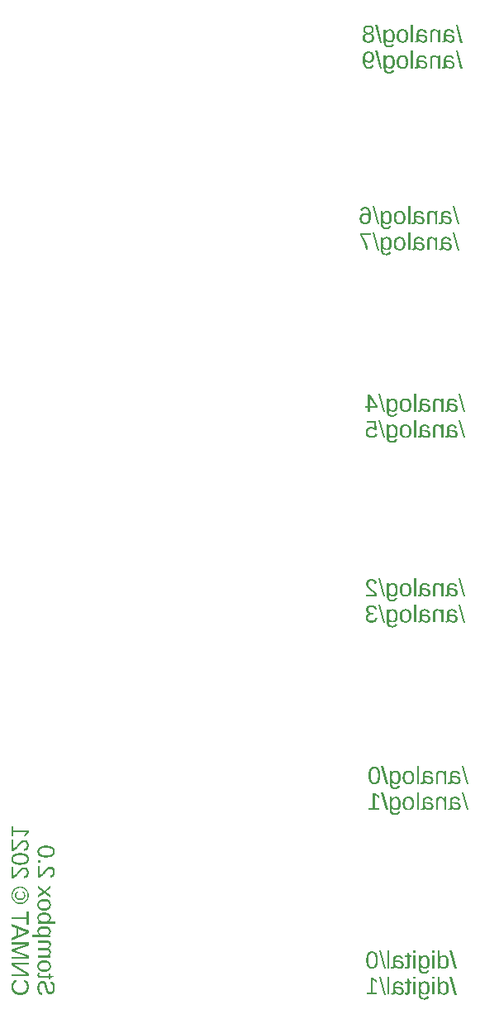
<source format=gbr>
G04 EAGLE Gerber RS-274X export*
G75*
%MOMM*%
%FSLAX34Y34*%
%LPD*%
%INSilkscreen Bottom*%
%IPPOS*%
%AMOC8*
5,1,8,0,0,1.08239X$1,22.5*%
G01*
G04 Define Apertures*
G36*
X499033Y108730D02*
X499388Y108756D01*
X499732Y108800D01*
X500064Y108863D01*
X500385Y108942D01*
X500693Y109040D01*
X500991Y109155D01*
X501276Y109288D01*
X501550Y109439D01*
X501813Y109607D01*
X502064Y109793D01*
X502303Y109997D01*
X502531Y110219D01*
X502747Y110458D01*
X502951Y110715D01*
X503144Y110990D01*
X503325Y111282D01*
X503495Y111590D01*
X503653Y111915D01*
X503799Y112255D01*
X503933Y112612D01*
X504056Y112986D01*
X504167Y113375D01*
X504267Y113781D01*
X504354Y114203D01*
X504430Y114642D01*
X504495Y115097D01*
X504547Y115568D01*
X504588Y116055D01*
X504617Y116559D01*
X504635Y117079D01*
X504641Y117615D01*
X504618Y118693D01*
X504590Y119206D01*
X504550Y119702D01*
X504499Y120180D01*
X504436Y120641D01*
X504363Y121084D01*
X504277Y121510D01*
X504181Y121918D01*
X504073Y122309D01*
X503954Y122683D01*
X503823Y123039D01*
X503681Y123378D01*
X503528Y123699D01*
X503363Y124003D01*
X503187Y124289D01*
X502999Y124558D01*
X502797Y124809D01*
X502583Y125043D01*
X502355Y125260D01*
X502114Y125460D01*
X501860Y125642D01*
X501592Y125807D01*
X501312Y125954D01*
X501018Y126084D01*
X500711Y126197D01*
X500391Y126292D01*
X500058Y126371D01*
X499711Y126431D01*
X499351Y126475D01*
X498979Y126501D01*
X498593Y126509D01*
X498217Y126501D01*
X497854Y126474D01*
X497503Y126430D01*
X497165Y126369D01*
X496840Y126290D01*
X496527Y126194D01*
X496226Y126080D01*
X495938Y125948D01*
X495663Y125799D01*
X495400Y125632D01*
X495149Y125448D01*
X494911Y125246D01*
X494686Y125027D01*
X494473Y124790D01*
X494272Y124536D01*
X494084Y124264D01*
X493908Y123975D01*
X493743Y123669D01*
X493590Y123346D01*
X493448Y123007D01*
X493318Y122650D01*
X493198Y122277D01*
X493090Y121887D01*
X492994Y121479D01*
X492909Y121055D01*
X492835Y120615D01*
X492772Y120157D01*
X492721Y119682D01*
X492653Y118682D01*
X492630Y117615D01*
X492636Y117082D01*
X492654Y116564D01*
X492684Y116063D01*
X492726Y115578D01*
X492780Y115108D01*
X492845Y114655D01*
X492923Y114218D01*
X493012Y113797D01*
X493114Y113391D01*
X493227Y113002D01*
X493352Y112629D01*
X493490Y112271D01*
X493639Y111930D01*
X493800Y111605D01*
X493973Y111296D01*
X494158Y111002D01*
X494354Y110726D01*
X494562Y110468D01*
X494782Y110227D01*
X495012Y110004D01*
X495254Y109799D01*
X495508Y109612D01*
X495772Y109443D01*
X496049Y109291D01*
X496336Y109157D01*
X496635Y109042D01*
X496945Y108944D01*
X497267Y108863D01*
X497599Y108801D01*
X497944Y108756D01*
X498299Y108730D01*
X498666Y108721D01*
X499033Y108730D01*
G37*
G36*
X552491Y77095D02*
X552992Y77135D01*
X553466Y77202D01*
X553913Y77295D01*
X554331Y77415D01*
X554722Y77562D01*
X555086Y77735D01*
X555421Y77935D01*
X555729Y78159D01*
X556008Y78406D01*
X556258Y78675D01*
X556480Y78967D01*
X556672Y79281D01*
X556836Y79617D01*
X556971Y79976D01*
X557078Y80358D01*
X554857Y80677D01*
X554794Y80453D01*
X554713Y80243D01*
X554616Y80046D01*
X554503Y79862D01*
X554373Y79692D01*
X554226Y79535D01*
X554062Y79391D01*
X553882Y79260D01*
X553686Y79143D01*
X553475Y79042D01*
X553250Y78957D01*
X553009Y78887D01*
X552754Y78833D01*
X552484Y78794D01*
X552200Y78771D01*
X551901Y78763D01*
X551501Y78778D01*
X551480Y78780D01*
X551127Y78823D01*
X550779Y78899D01*
X550457Y79004D01*
X550160Y79140D01*
X549890Y79306D01*
X549645Y79503D01*
X549425Y79729D01*
X549232Y79986D01*
X549065Y80272D01*
X548923Y80589D01*
X548807Y80937D01*
X548716Y81314D01*
X548652Y81722D01*
X548613Y82159D01*
X548600Y82627D01*
X548600Y84762D01*
X548625Y84762D01*
X548789Y84453D01*
X548967Y84163D01*
X549160Y83894D01*
X549367Y83644D01*
X549589Y83414D01*
X549826Y83203D01*
X550077Y83013D01*
X550325Y82853D01*
X550342Y82842D01*
X550621Y82691D01*
X550911Y82560D01*
X551213Y82449D01*
X551526Y82359D01*
X551851Y82288D01*
X552187Y82238D01*
X552535Y82208D01*
X552894Y82198D01*
X553194Y82204D01*
X553484Y82223D01*
X553764Y82255D01*
X554034Y82299D01*
X554294Y82356D01*
X554543Y82426D01*
X554783Y82508D01*
X555012Y82603D01*
X555231Y82710D01*
X555440Y82830D01*
X555828Y83109D01*
X556176Y83438D01*
X556483Y83817D01*
X556752Y84251D01*
X556985Y84743D01*
X557182Y85292D01*
X557343Y85900D01*
X557468Y86565D01*
X557558Y87288D01*
X557612Y88069D01*
X557630Y88908D01*
X557610Y89760D01*
X557553Y90554D01*
X557456Y91290D01*
X557321Y91968D01*
X557148Y92588D01*
X556936Y93151D01*
X556686Y93657D01*
X556397Y94104D01*
X556069Y94496D01*
X555700Y94837D01*
X555501Y94987D01*
X555292Y95124D01*
X555073Y95249D01*
X554843Y95360D01*
X554604Y95458D01*
X554355Y95543D01*
X554096Y95615D01*
X553826Y95674D01*
X553547Y95720D01*
X553258Y95752D01*
X552958Y95772D01*
X552649Y95779D01*
X552302Y95769D01*
X551967Y95738D01*
X551643Y95688D01*
X551332Y95618D01*
X551032Y95527D01*
X550743Y95416D01*
X550466Y95285D01*
X550201Y95135D01*
X549950Y94965D01*
X549713Y94778D01*
X549490Y94575D01*
X549283Y94354D01*
X549090Y94116D01*
X548912Y93861D01*
X548749Y93589D01*
X548600Y93300D01*
X548576Y93300D01*
X548564Y93803D01*
X548527Y94576D01*
X548478Y95279D01*
X548453Y95476D01*
X548429Y95570D01*
X546331Y95570D01*
X546363Y95150D01*
X546386Y94552D01*
X546404Y92822D01*
X546404Y82676D01*
X546426Y81999D01*
X546491Y81365D01*
X546600Y80775D01*
X546752Y80229D01*
X546947Y79726D01*
X547186Y79267D01*
X547468Y78852D01*
X547794Y78481D01*
X548163Y78153D01*
X548575Y77869D01*
X549031Y77628D01*
X549531Y77432D01*
X550073Y77279D01*
X550659Y77170D01*
X551289Y77104D01*
X551962Y77082D01*
X552491Y77095D01*
G37*
G36*
X552491Y103765D02*
X552992Y103805D01*
X553466Y103872D01*
X553913Y103965D01*
X554331Y104085D01*
X554722Y104232D01*
X555086Y104405D01*
X555421Y104605D01*
X555729Y104829D01*
X556008Y105076D01*
X556258Y105345D01*
X556480Y105637D01*
X556672Y105951D01*
X556836Y106287D01*
X556971Y106646D01*
X557078Y107028D01*
X554857Y107347D01*
X554794Y107123D01*
X554713Y106913D01*
X554616Y106716D01*
X554503Y106532D01*
X554373Y106362D01*
X554226Y106205D01*
X554062Y106061D01*
X553882Y105930D01*
X553686Y105813D01*
X553475Y105712D01*
X553250Y105627D01*
X553009Y105557D01*
X552754Y105503D01*
X552484Y105464D01*
X552200Y105441D01*
X551901Y105433D01*
X551501Y105448D01*
X551480Y105450D01*
X551127Y105493D01*
X550779Y105569D01*
X550457Y105674D01*
X550160Y105810D01*
X549890Y105976D01*
X549645Y106173D01*
X549425Y106399D01*
X549232Y106656D01*
X549065Y106942D01*
X548923Y107259D01*
X548807Y107607D01*
X548716Y107984D01*
X548652Y108392D01*
X548613Y108829D01*
X548600Y109297D01*
X548600Y111432D01*
X548625Y111432D01*
X548789Y111123D01*
X548967Y110833D01*
X549160Y110564D01*
X549367Y110314D01*
X549589Y110084D01*
X549826Y109873D01*
X550077Y109683D01*
X550325Y109523D01*
X550342Y109512D01*
X550621Y109361D01*
X550911Y109230D01*
X551213Y109119D01*
X551526Y109029D01*
X551851Y108958D01*
X552187Y108908D01*
X552535Y108878D01*
X552894Y108868D01*
X553194Y108874D01*
X553484Y108893D01*
X553764Y108925D01*
X554034Y108969D01*
X554294Y109026D01*
X554543Y109096D01*
X554783Y109178D01*
X555012Y109273D01*
X555231Y109380D01*
X555440Y109500D01*
X555828Y109779D01*
X556176Y110108D01*
X556483Y110487D01*
X556752Y110921D01*
X556985Y111413D01*
X557182Y111962D01*
X557343Y112570D01*
X557468Y113235D01*
X557558Y113958D01*
X557612Y114739D01*
X557630Y115578D01*
X557610Y116430D01*
X557553Y117224D01*
X557456Y117960D01*
X557321Y118638D01*
X557148Y119258D01*
X556936Y119821D01*
X556686Y120327D01*
X556397Y120774D01*
X556069Y121166D01*
X555700Y121507D01*
X555501Y121657D01*
X555292Y121794D01*
X555073Y121919D01*
X554843Y122030D01*
X554604Y122128D01*
X554355Y122213D01*
X554096Y122285D01*
X553826Y122344D01*
X553547Y122390D01*
X553258Y122422D01*
X552958Y122442D01*
X552649Y122449D01*
X552302Y122439D01*
X551967Y122408D01*
X551643Y122358D01*
X551332Y122288D01*
X551032Y122197D01*
X550743Y122086D01*
X550466Y121955D01*
X550201Y121805D01*
X549950Y121635D01*
X549713Y121448D01*
X549490Y121245D01*
X549283Y121024D01*
X549090Y120786D01*
X548912Y120531D01*
X548749Y120259D01*
X548600Y119970D01*
X548576Y119970D01*
X548564Y120473D01*
X548527Y121246D01*
X548478Y121949D01*
X548453Y122146D01*
X548429Y122240D01*
X546331Y122240D01*
X546363Y121820D01*
X546386Y121222D01*
X546404Y119492D01*
X546404Y109346D01*
X546426Y108669D01*
X546491Y108035D01*
X546600Y107445D01*
X546752Y106899D01*
X546947Y106396D01*
X547186Y105937D01*
X547468Y105522D01*
X547794Y105151D01*
X548163Y104823D01*
X548575Y104539D01*
X549031Y104298D01*
X549531Y104102D01*
X550073Y103949D01*
X550659Y103840D01*
X551289Y103774D01*
X551962Y103752D01*
X552491Y103765D01*
G37*
G36*
X572619Y82057D02*
X572917Y82077D01*
X573206Y82110D01*
X573484Y82156D01*
X573751Y82216D01*
X574009Y82289D01*
X574255Y82375D01*
X574492Y82474D01*
X574718Y82586D01*
X574933Y82712D01*
X575138Y82851D01*
X575333Y83003D01*
X575518Y83168D01*
X575692Y83347D01*
X576008Y83744D01*
X576286Y84194D01*
X576526Y84699D01*
X576730Y85258D01*
X576896Y85872D01*
X577026Y86540D01*
X577118Y87263D01*
X577174Y88040D01*
X577192Y88872D01*
X577173Y89713D01*
X577116Y90499D01*
X577021Y91231D01*
X576887Y91910D01*
X576715Y92533D01*
X576506Y93103D01*
X576258Y93618D01*
X575972Y94079D01*
X575647Y94486D01*
X575285Y94839D01*
X575089Y94995D01*
X574884Y95137D01*
X574670Y95266D01*
X574446Y95381D01*
X574212Y95483D01*
X573969Y95571D01*
X573716Y95646D01*
X573454Y95707D01*
X573182Y95754D01*
X572901Y95788D01*
X572610Y95809D01*
X572310Y95815D01*
X571940Y95807D01*
X571586Y95781D01*
X571249Y95738D01*
X570926Y95677D01*
X570620Y95600D01*
X570329Y95505D01*
X570054Y95393D01*
X569795Y95263D01*
X569549Y95115D01*
X569316Y94947D01*
X569095Y94758D01*
X568887Y94549D01*
X568690Y94319D01*
X568506Y94070D01*
X568335Y93799D01*
X568175Y93509D01*
X568151Y93509D01*
X568175Y94993D01*
X568175Y100502D01*
X565967Y100502D01*
X565967Y85032D01*
X565949Y83311D01*
X565926Y82715D01*
X565893Y82296D01*
X568003Y82296D01*
X568042Y82621D01*
X568083Y83204D01*
X568115Y83866D01*
X568126Y84431D01*
X568175Y84431D01*
X568335Y84123D01*
X568507Y83838D01*
X568691Y83576D01*
X568888Y83336D01*
X569098Y83119D01*
X569320Y82924D01*
X569554Y82752D01*
X569801Y82603D01*
X570061Y82473D01*
X570337Y82361D01*
X570628Y82266D01*
X570934Y82189D01*
X571255Y82128D01*
X571591Y82085D01*
X571943Y82059D01*
X572310Y82051D01*
X572619Y82057D01*
G37*
G36*
X572619Y108727D02*
X572917Y108747D01*
X573206Y108780D01*
X573484Y108826D01*
X573751Y108886D01*
X574009Y108959D01*
X574255Y109045D01*
X574492Y109144D01*
X574718Y109256D01*
X574933Y109382D01*
X575138Y109521D01*
X575333Y109673D01*
X575518Y109838D01*
X575692Y110017D01*
X576008Y110414D01*
X576286Y110864D01*
X576526Y111369D01*
X576730Y111928D01*
X576896Y112542D01*
X577026Y113210D01*
X577118Y113933D01*
X577174Y114710D01*
X577192Y115542D01*
X577173Y116383D01*
X577116Y117169D01*
X577021Y117901D01*
X576887Y118580D01*
X576715Y119203D01*
X576506Y119773D01*
X576258Y120288D01*
X575972Y120749D01*
X575647Y121156D01*
X575285Y121509D01*
X575089Y121665D01*
X574884Y121807D01*
X574670Y121936D01*
X574446Y122051D01*
X574212Y122153D01*
X573969Y122241D01*
X573716Y122316D01*
X573454Y122377D01*
X573182Y122424D01*
X572901Y122458D01*
X572610Y122479D01*
X572310Y122485D01*
X571940Y122477D01*
X571586Y122451D01*
X571249Y122408D01*
X570926Y122347D01*
X570620Y122270D01*
X570329Y122175D01*
X570054Y122063D01*
X569795Y121933D01*
X569549Y121785D01*
X569316Y121617D01*
X569095Y121428D01*
X568887Y121219D01*
X568690Y120989D01*
X568506Y120740D01*
X568335Y120469D01*
X568175Y120179D01*
X568151Y120179D01*
X568175Y121663D01*
X568175Y127172D01*
X565967Y127172D01*
X565967Y111702D01*
X565949Y109981D01*
X565926Y109385D01*
X565893Y108966D01*
X568003Y108966D01*
X568042Y109291D01*
X568083Y109874D01*
X568115Y110536D01*
X568126Y111101D01*
X568175Y111101D01*
X568335Y110793D01*
X568507Y110508D01*
X568691Y110246D01*
X568888Y110006D01*
X569098Y109789D01*
X569320Y109594D01*
X569554Y109422D01*
X569801Y109273D01*
X570061Y109143D01*
X570337Y109031D01*
X570628Y108936D01*
X570934Y108859D01*
X571255Y108798D01*
X571591Y108755D01*
X571943Y108729D01*
X572310Y108721D01*
X572619Y108727D01*
G37*
G36*
X527559Y82067D02*
X528012Y82117D01*
X528435Y82199D01*
X528826Y82314D01*
X529186Y82463D01*
X529515Y82644D01*
X529813Y82858D01*
X530080Y83106D01*
X530316Y83382D01*
X530520Y83682D01*
X530693Y84007D01*
X530835Y84357D01*
X530945Y84731D01*
X531023Y85130D01*
X531070Y85553D01*
X531086Y86001D01*
X531065Y86501D01*
X531001Y86972D01*
X530896Y87412D01*
X530747Y87823D01*
X530557Y88203D01*
X530324Y88554D01*
X530048Y88875D01*
X529731Y89166D01*
X529366Y89426D01*
X528949Y89654D01*
X528480Y89849D01*
X527959Y90013D01*
X527387Y90144D01*
X526762Y90243D01*
X526086Y90309D01*
X525357Y90344D01*
X522376Y90393D01*
X522376Y91117D01*
X522387Y91507D01*
X522419Y91869D01*
X522472Y92202D01*
X522548Y92506D01*
X522644Y92782D01*
X522762Y93028D01*
X522902Y93246D01*
X523063Y93435D01*
X523247Y93599D01*
X523455Y93741D01*
X523689Y93862D01*
X523946Y93960D01*
X524228Y94036D01*
X524535Y94091D01*
X524866Y94124D01*
X525222Y94135D01*
X525581Y94127D01*
X525914Y94103D01*
X526222Y94064D01*
X526504Y94009D01*
X526761Y93938D01*
X526993Y93852D01*
X527200Y93750D01*
X527381Y93632D01*
X527542Y93497D01*
X527685Y93343D01*
X527811Y93170D01*
X527921Y92978D01*
X528014Y92768D01*
X528090Y92539D01*
X528149Y92291D01*
X528191Y92025D01*
X530497Y92233D01*
X530410Y92667D01*
X530291Y93073D01*
X530138Y93451D01*
X529953Y93800D01*
X529735Y94122D01*
X529484Y94416D01*
X529200Y94682D01*
X528884Y94920D01*
X528535Y95130D01*
X528153Y95312D01*
X527738Y95466D01*
X527291Y95592D01*
X526811Y95689D01*
X526297Y95759D01*
X525752Y95801D01*
X525173Y95815D01*
X524567Y95797D01*
X523999Y95744D01*
X523470Y95654D01*
X522980Y95529D01*
X522529Y95367D01*
X522116Y95170D01*
X521742Y94937D01*
X521407Y94668D01*
X521111Y94366D01*
X520854Y94031D01*
X520637Y93664D01*
X520459Y93265D01*
X520321Y92834D01*
X520222Y92372D01*
X520163Y91877D01*
X520143Y91350D01*
X520143Y85633D01*
X520127Y85172D01*
X520079Y84773D01*
X519998Y84433D01*
X519885Y84155D01*
X519814Y84038D01*
X519728Y83937D01*
X519627Y83852D01*
X519511Y83782D01*
X519381Y83728D01*
X519237Y83689D01*
X519078Y83666D01*
X518904Y83658D01*
X518564Y83679D01*
X518180Y83744D01*
X518180Y82370D01*
X518600Y82284D01*
X519024Y82222D01*
X519452Y82186D01*
X519885Y82173D01*
X520182Y82183D01*
X520457Y82214D01*
X520712Y82264D01*
X520945Y82334D01*
X521158Y82425D01*
X521350Y82536D01*
X521520Y82666D01*
X521670Y82817D01*
X521802Y82990D01*
X521919Y83185D01*
X522021Y83403D01*
X522108Y83644D01*
X522179Y83908D01*
X522235Y84194D01*
X522276Y84503D01*
X522302Y84835D01*
X522376Y84835D01*
X522592Y84469D01*
X522816Y84130D01*
X523050Y83820D01*
X523291Y83537D01*
X523542Y83281D01*
X523801Y83054D01*
X524069Y82854D01*
X524345Y82682D01*
X524633Y82534D01*
X524936Y82406D01*
X525255Y82297D01*
X525589Y82209D01*
X525937Y82140D01*
X526301Y82090D01*
X526680Y82061D01*
X527075Y82051D01*
X527559Y82067D01*
G37*
G36*
X527559Y108737D02*
X528012Y108787D01*
X528435Y108869D01*
X528826Y108984D01*
X529186Y109133D01*
X529515Y109314D01*
X529813Y109528D01*
X530080Y109776D01*
X530316Y110052D01*
X530520Y110352D01*
X530693Y110677D01*
X530835Y111027D01*
X530945Y111401D01*
X531023Y111800D01*
X531070Y112223D01*
X531086Y112671D01*
X531065Y113171D01*
X531001Y113642D01*
X530896Y114082D01*
X530747Y114493D01*
X530557Y114873D01*
X530324Y115224D01*
X530048Y115545D01*
X529731Y115836D01*
X529366Y116096D01*
X528949Y116324D01*
X528480Y116519D01*
X527959Y116683D01*
X527387Y116814D01*
X526762Y116913D01*
X526086Y116979D01*
X525357Y117014D01*
X522376Y117063D01*
X522376Y117787D01*
X522387Y118177D01*
X522419Y118539D01*
X522472Y118872D01*
X522548Y119176D01*
X522644Y119452D01*
X522762Y119698D01*
X522902Y119916D01*
X523063Y120105D01*
X523247Y120269D01*
X523455Y120411D01*
X523689Y120532D01*
X523946Y120630D01*
X524228Y120706D01*
X524535Y120761D01*
X524866Y120794D01*
X525222Y120805D01*
X525581Y120797D01*
X525914Y120773D01*
X526222Y120734D01*
X526504Y120679D01*
X526761Y120608D01*
X526993Y120522D01*
X527200Y120420D01*
X527381Y120302D01*
X527542Y120167D01*
X527685Y120013D01*
X527811Y119840D01*
X527921Y119648D01*
X528014Y119438D01*
X528090Y119209D01*
X528149Y118961D01*
X528191Y118695D01*
X530497Y118903D01*
X530410Y119337D01*
X530291Y119743D01*
X530138Y120121D01*
X529953Y120470D01*
X529735Y120792D01*
X529484Y121086D01*
X529200Y121352D01*
X528884Y121590D01*
X528535Y121800D01*
X528153Y121982D01*
X527738Y122136D01*
X527291Y122262D01*
X526811Y122359D01*
X526297Y122429D01*
X525752Y122471D01*
X525173Y122485D01*
X524567Y122467D01*
X523999Y122414D01*
X523470Y122324D01*
X522980Y122199D01*
X522529Y122037D01*
X522116Y121840D01*
X521742Y121607D01*
X521407Y121338D01*
X521111Y121036D01*
X520854Y120701D01*
X520637Y120334D01*
X520459Y119935D01*
X520321Y119504D01*
X520222Y119042D01*
X520163Y118547D01*
X520143Y118020D01*
X520143Y112303D01*
X520127Y111842D01*
X520079Y111443D01*
X519998Y111103D01*
X519885Y110825D01*
X519814Y110708D01*
X519728Y110607D01*
X519627Y110522D01*
X519511Y110452D01*
X519381Y110398D01*
X519237Y110359D01*
X519078Y110336D01*
X518904Y110328D01*
X518564Y110349D01*
X518180Y110414D01*
X518180Y109040D01*
X518600Y108954D01*
X519024Y108892D01*
X519452Y108856D01*
X519885Y108843D01*
X520182Y108853D01*
X520457Y108884D01*
X520712Y108934D01*
X520945Y109004D01*
X521158Y109095D01*
X521350Y109206D01*
X521520Y109336D01*
X521670Y109487D01*
X521802Y109660D01*
X521919Y109855D01*
X522021Y110073D01*
X522108Y110314D01*
X522179Y110578D01*
X522235Y110864D01*
X522276Y111173D01*
X522302Y111505D01*
X522376Y111505D01*
X522592Y111139D01*
X522816Y110800D01*
X523050Y110490D01*
X523291Y110207D01*
X523542Y109951D01*
X523801Y109724D01*
X524069Y109524D01*
X524345Y109352D01*
X524633Y109204D01*
X524936Y109076D01*
X525255Y108967D01*
X525589Y108879D01*
X525937Y108810D01*
X526301Y108760D01*
X526680Y108731D01*
X527075Y108721D01*
X527559Y108737D01*
G37*
%LPC*%
G36*
X498402Y110531D02*
X498170Y110551D01*
X497947Y110585D01*
X497732Y110633D01*
X497524Y110694D01*
X497325Y110769D01*
X497135Y110857D01*
X496952Y110960D01*
X496611Y111205D01*
X496302Y111504D01*
X496027Y111858D01*
X495783Y112266D01*
X495571Y112731D01*
X495386Y113254D01*
X495230Y113835D01*
X495102Y114474D01*
X495003Y115172D01*
X494932Y115928D01*
X494890Y116742D01*
X494875Y117615D01*
X494889Y118518D01*
X494930Y119357D01*
X494997Y120131D01*
X495092Y120841D01*
X495213Y121487D01*
X495362Y122068D01*
X495538Y122585D01*
X495740Y123037D01*
X495974Y123431D01*
X496243Y123773D01*
X496547Y124062D01*
X496886Y124298D01*
X497260Y124482D01*
X497460Y124554D01*
X497669Y124613D01*
X497887Y124659D01*
X498113Y124692D01*
X498349Y124712D01*
X498593Y124718D01*
X498843Y124712D01*
X499084Y124692D01*
X499316Y124660D01*
X499539Y124615D01*
X499753Y124556D01*
X499959Y124485D01*
X500342Y124304D01*
X500690Y124071D01*
X501002Y123787D01*
X501278Y123450D01*
X501519Y123062D01*
X501727Y122615D01*
X501908Y122100D01*
X502061Y121520D01*
X502186Y120872D01*
X502283Y120158D01*
X502352Y119377D01*
X502394Y118529D01*
X502408Y117615D01*
X502394Y116726D01*
X502352Y115898D01*
X502281Y115132D01*
X502183Y114428D01*
X502056Y113786D01*
X501901Y113205D01*
X501718Y112686D01*
X501506Y112229D01*
X501264Y111830D01*
X500989Y111483D01*
X500681Y111190D01*
X500339Y110950D01*
X499965Y110764D01*
X499765Y110691D01*
X499557Y110631D01*
X499341Y110584D01*
X499116Y110551D01*
X498883Y110531D01*
X498642Y110524D01*
X498402Y110531D01*
G37*
%LPD*%
G36*
X503708Y84173D02*
X499304Y84173D01*
X499304Y97472D01*
X503205Y94687D01*
X503205Y96772D01*
X499120Y99582D01*
X497084Y99582D01*
X497084Y84173D01*
X492876Y84173D01*
X492876Y82296D01*
X503708Y82296D01*
X503708Y84173D01*
G37*
%LPC*%
G36*
X571292Y83776D02*
X570871Y83837D01*
X570482Y83939D01*
X570126Y84081D01*
X569801Y84264D01*
X569509Y84487D01*
X569249Y84752D01*
X569049Y85020D01*
X569022Y85056D01*
X568823Y85404D01*
X568651Y85796D01*
X568506Y86233D01*
X568387Y86716D01*
X568294Y87243D01*
X568228Y87814D01*
X568188Y88431D01*
X568175Y89093D01*
X568188Y89730D01*
X568228Y90323D01*
X568294Y90872D01*
X568387Y91377D01*
X568506Y91838D01*
X568651Y92255D01*
X568823Y92628D01*
X569022Y92957D01*
X569249Y93244D01*
X569508Y93494D01*
X569798Y93705D01*
X570120Y93877D01*
X570473Y94011D01*
X570857Y94107D01*
X571273Y94165D01*
X571721Y94184D01*
X572123Y94164D01*
X572497Y94107D01*
X572842Y94010D01*
X573158Y93876D01*
X573444Y93702D01*
X573702Y93490D01*
X573931Y93240D01*
X574131Y92951D01*
X574305Y92619D01*
X574456Y92238D01*
X574584Y91810D01*
X574688Y91333D01*
X574769Y90808D01*
X574827Y90235D01*
X574862Y89614D01*
X574874Y88945D01*
X574862Y88274D01*
X574828Y87652D01*
X574770Y87079D01*
X574690Y86556D01*
X574586Y86082D01*
X574460Y85658D01*
X574310Y85283D01*
X574137Y84958D01*
X573939Y84676D01*
X573712Y84432D01*
X573456Y84226D01*
X573171Y84056D01*
X572858Y83925D01*
X572516Y83831D01*
X572145Y83775D01*
X571745Y83756D01*
X571292Y83776D01*
G37*
G36*
X571292Y110446D02*
X570871Y110507D01*
X570482Y110609D01*
X570126Y110751D01*
X569801Y110934D01*
X569509Y111157D01*
X569249Y111422D01*
X569049Y111690D01*
X569022Y111726D01*
X568823Y112074D01*
X568651Y112466D01*
X568506Y112903D01*
X568387Y113386D01*
X568294Y113913D01*
X568228Y114484D01*
X568188Y115101D01*
X568175Y115763D01*
X568188Y116400D01*
X568228Y116993D01*
X568294Y117542D01*
X568387Y118047D01*
X568506Y118508D01*
X568651Y118925D01*
X568823Y119298D01*
X569022Y119627D01*
X569249Y119914D01*
X569508Y120164D01*
X569798Y120375D01*
X570120Y120547D01*
X570473Y120681D01*
X570857Y120777D01*
X571273Y120835D01*
X571721Y120854D01*
X572123Y120834D01*
X572497Y120777D01*
X572842Y120680D01*
X573158Y120546D01*
X573444Y120372D01*
X573702Y120160D01*
X573931Y119910D01*
X574131Y119621D01*
X574305Y119289D01*
X574456Y118908D01*
X574584Y118480D01*
X574688Y118003D01*
X574769Y117478D01*
X574827Y116905D01*
X574862Y116284D01*
X574874Y115615D01*
X574862Y114944D01*
X574828Y114322D01*
X574770Y113749D01*
X574690Y113226D01*
X574586Y112752D01*
X574460Y112328D01*
X574310Y111953D01*
X574137Y111628D01*
X573939Y111346D01*
X573712Y111102D01*
X573456Y110896D01*
X573171Y110726D01*
X572858Y110595D01*
X572516Y110501D01*
X572145Y110445D01*
X571745Y110426D01*
X571292Y110446D01*
G37*
G36*
X551889Y83839D02*
X551639Y83868D01*
X551397Y83916D01*
X551161Y83983D01*
X550933Y84069D01*
X550713Y84175D01*
X550499Y84299D01*
X550293Y84443D01*
X550097Y84605D01*
X549912Y84783D01*
X549738Y84978D01*
X549713Y85011D01*
X549576Y85190D01*
X549425Y85418D01*
X549286Y85663D01*
X549158Y85925D01*
X549042Y86203D01*
X548939Y86497D01*
X548849Y86804D01*
X548773Y87125D01*
X548711Y87459D01*
X548663Y87807D01*
X548628Y88169D01*
X548607Y88544D01*
X548600Y88933D01*
X548607Y89331D01*
X548628Y89715D01*
X548663Y90085D01*
X548711Y90440D01*
X548773Y90782D01*
X548849Y91110D01*
X548939Y91424D01*
X549042Y91724D01*
X549158Y92008D01*
X549286Y92275D01*
X549424Y92525D01*
X549574Y92758D01*
X549736Y92973D01*
X549908Y93171D01*
X550092Y93352D01*
X550287Y93515D01*
X550492Y93660D01*
X550702Y93786D01*
X550920Y93893D01*
X551145Y93980D01*
X551376Y94048D01*
X551613Y94096D01*
X551858Y94125D01*
X552109Y94135D01*
X552518Y94116D01*
X552898Y94058D01*
X553249Y93962D01*
X553572Y93828D01*
X553866Y93655D01*
X554131Y93445D01*
X554367Y93195D01*
X554575Y92908D01*
X554756Y92577D01*
X554913Y92199D01*
X555046Y91774D01*
X555155Y91301D01*
X555239Y90780D01*
X555300Y90212D01*
X555336Y89596D01*
X555348Y88933D01*
X555337Y88276D01*
X555303Y87667D01*
X555246Y87106D01*
X555167Y86593D01*
X555065Y86128D01*
X554941Y85710D01*
X554794Y85341D01*
X554624Y85020D01*
X554427Y84741D01*
X554198Y84499D01*
X553936Y84294D01*
X553643Y84127D01*
X553317Y83997D01*
X552959Y83904D01*
X552568Y83848D01*
X552146Y83830D01*
X551889Y83839D01*
G37*
G36*
X551889Y110509D02*
X551639Y110538D01*
X551397Y110586D01*
X551161Y110653D01*
X550933Y110739D01*
X550713Y110845D01*
X550499Y110969D01*
X550293Y111113D01*
X550097Y111275D01*
X549912Y111453D01*
X549738Y111648D01*
X549713Y111681D01*
X549576Y111860D01*
X549425Y112088D01*
X549286Y112333D01*
X549158Y112595D01*
X549042Y112873D01*
X548939Y113167D01*
X548849Y113474D01*
X548773Y113795D01*
X548711Y114129D01*
X548663Y114477D01*
X548628Y114839D01*
X548607Y115214D01*
X548600Y115603D01*
X548607Y116001D01*
X548628Y116385D01*
X548663Y116755D01*
X548711Y117110D01*
X548773Y117452D01*
X548849Y117780D01*
X548939Y118094D01*
X549042Y118394D01*
X549158Y118678D01*
X549286Y118945D01*
X549424Y119195D01*
X549574Y119428D01*
X549736Y119643D01*
X549908Y119841D01*
X550092Y120022D01*
X550287Y120185D01*
X550492Y120330D01*
X550702Y120456D01*
X550920Y120563D01*
X551145Y120650D01*
X551376Y120718D01*
X551613Y120766D01*
X551858Y120795D01*
X552109Y120805D01*
X552518Y120786D01*
X552898Y120728D01*
X553249Y120632D01*
X553572Y120498D01*
X553866Y120325D01*
X554131Y120115D01*
X554367Y119865D01*
X554575Y119578D01*
X554756Y119247D01*
X554913Y118869D01*
X555046Y118444D01*
X555155Y117971D01*
X555239Y117450D01*
X555300Y116882D01*
X555336Y116266D01*
X555348Y115603D01*
X555337Y114946D01*
X555303Y114337D01*
X555246Y113776D01*
X555167Y113263D01*
X555065Y112798D01*
X554941Y112380D01*
X554794Y112011D01*
X554624Y111690D01*
X554427Y111411D01*
X554198Y111169D01*
X553936Y110964D01*
X553643Y110797D01*
X553317Y110667D01*
X552959Y110574D01*
X552568Y110518D01*
X552146Y110500D01*
X551889Y110509D01*
G37*
%LPD*%
G36*
X534911Y82111D02*
X535211Y82147D01*
X535490Y82205D01*
X535749Y82288D01*
X535987Y82393D01*
X536205Y82522D01*
X536401Y82675D01*
X536577Y82851D01*
X536733Y83051D01*
X536867Y83274D01*
X536981Y83520D01*
X537074Y83790D01*
X537147Y84084D01*
X537198Y84401D01*
X537229Y84741D01*
X537240Y85105D01*
X537240Y93963D01*
X538773Y93963D01*
X538773Y95570D01*
X537154Y95570D01*
X536504Y98539D01*
X535031Y98539D01*
X535031Y95570D01*
X532578Y95570D01*
X532578Y93963D01*
X535031Y93963D01*
X535031Y85584D01*
X535012Y85141D01*
X534953Y84770D01*
X534909Y84611D01*
X534855Y84469D01*
X534792Y84346D01*
X534719Y84240D01*
X534633Y84150D01*
X534533Y84071D01*
X534419Y84005D01*
X534291Y83951D01*
X534148Y83908D01*
X533991Y83878D01*
X533819Y83860D01*
X533633Y83854D01*
X533388Y83865D01*
X533093Y83897D01*
X532357Y84026D01*
X532357Y82394D01*
X532906Y82265D01*
X533461Y82173D01*
X534022Y82118D01*
X534590Y82100D01*
X534911Y82111D01*
G37*
G36*
X534911Y108781D02*
X535211Y108817D01*
X535490Y108875D01*
X535749Y108958D01*
X535987Y109063D01*
X536205Y109192D01*
X536401Y109345D01*
X536577Y109521D01*
X536733Y109721D01*
X536867Y109944D01*
X536981Y110190D01*
X537074Y110460D01*
X537147Y110754D01*
X537198Y111071D01*
X537229Y111411D01*
X537240Y111775D01*
X537240Y120633D01*
X538773Y120633D01*
X538773Y122240D01*
X537154Y122240D01*
X536504Y125209D01*
X535031Y125209D01*
X535031Y122240D01*
X532578Y122240D01*
X532578Y120633D01*
X535031Y120633D01*
X535031Y112254D01*
X535012Y111811D01*
X534953Y111440D01*
X534909Y111281D01*
X534855Y111139D01*
X534792Y111016D01*
X534719Y110910D01*
X534633Y110820D01*
X534533Y110741D01*
X534419Y110675D01*
X534291Y110621D01*
X534148Y110578D01*
X533991Y110548D01*
X533819Y110530D01*
X533633Y110524D01*
X533388Y110535D01*
X533093Y110567D01*
X532357Y110696D01*
X532357Y109064D01*
X532906Y108935D01*
X533461Y108843D01*
X534022Y108788D01*
X534590Y108770D01*
X534911Y108781D01*
G37*
G36*
X516492Y100502D02*
X514284Y100502D01*
X514284Y82296D01*
X516492Y82296D01*
X516492Y100502D01*
G37*
G36*
X516492Y127172D02*
X514284Y127172D01*
X514284Y108966D01*
X516492Y108966D01*
X516492Y127172D01*
G37*
G36*
X507549Y100502D02*
X505611Y100502D01*
X510604Y82051D01*
X512591Y82051D01*
X507549Y100502D01*
G37*
G36*
X507549Y127172D02*
X505611Y127172D01*
X510604Y108721D01*
X512591Y108721D01*
X507549Y127172D01*
G37*
G36*
X580174Y100502D02*
X578236Y100502D01*
X583229Y82051D01*
X585216Y82051D01*
X580174Y100502D01*
G37*
G36*
X580174Y127172D02*
X578236Y127172D01*
X583229Y108721D01*
X585216Y108721D01*
X580174Y127172D01*
G37*
G36*
X543035Y95570D02*
X540827Y95570D01*
X540827Y82296D01*
X543035Y82296D01*
X543035Y95570D01*
G37*
G36*
X543035Y122240D02*
X540827Y122240D01*
X540827Y108966D01*
X543035Y108966D01*
X543035Y122240D01*
G37*
G36*
X562598Y95570D02*
X560390Y95570D01*
X560390Y82296D01*
X562598Y82296D01*
X562598Y95570D01*
G37*
G36*
X562598Y122240D02*
X560390Y122240D01*
X560390Y108966D01*
X562598Y108966D01*
X562598Y122240D01*
G37*
%LPC*%
G36*
X526272Y83715D02*
X525981Y83741D01*
X525699Y83784D01*
X525424Y83845D01*
X525159Y83922D01*
X524902Y84017D01*
X524653Y84130D01*
X524412Y84259D01*
X524182Y84403D01*
X523965Y84561D01*
X523760Y84731D01*
X523567Y84914D01*
X523387Y85110D01*
X523220Y85318D01*
X523065Y85540D01*
X522922Y85774D01*
X522794Y86016D01*
X522683Y86259D01*
X522589Y86504D01*
X522512Y86751D01*
X522453Y86999D01*
X522410Y87250D01*
X522384Y87502D01*
X522376Y87755D01*
X522376Y88847D01*
X524793Y88798D01*
X525525Y88769D01*
X526162Y88706D01*
X526705Y88609D01*
X526942Y88548D01*
X527154Y88479D01*
X527533Y88312D01*
X527864Y88105D01*
X528149Y87858D01*
X528387Y87571D01*
X528488Y87412D01*
X528575Y87241D01*
X528649Y87058D01*
X528709Y86863D01*
X528756Y86656D01*
X528790Y86437D01*
X528810Y86207D01*
X528817Y85964D01*
X528808Y85702D01*
X528780Y85455D01*
X528735Y85223D01*
X528671Y85007D01*
X528589Y84806D01*
X528489Y84621D01*
X528370Y84451D01*
X528234Y84296D01*
X528080Y84158D01*
X527911Y84038D01*
X527727Y83937D01*
X527527Y83854D01*
X527311Y83790D01*
X527080Y83744D01*
X526834Y83716D01*
X526572Y83707D01*
X526272Y83715D01*
G37*
G36*
X526272Y110385D02*
X525981Y110411D01*
X525699Y110454D01*
X525424Y110515D01*
X525159Y110592D01*
X524902Y110687D01*
X524653Y110800D01*
X524412Y110929D01*
X524182Y111073D01*
X523965Y111231D01*
X523760Y111401D01*
X523567Y111584D01*
X523387Y111780D01*
X523220Y111988D01*
X523065Y112210D01*
X522922Y112444D01*
X522794Y112686D01*
X522683Y112929D01*
X522589Y113174D01*
X522512Y113421D01*
X522453Y113669D01*
X522410Y113920D01*
X522384Y114172D01*
X522376Y114425D01*
X522376Y115517D01*
X524793Y115468D01*
X525525Y115439D01*
X526162Y115376D01*
X526705Y115279D01*
X526942Y115218D01*
X527154Y115149D01*
X527533Y114982D01*
X527864Y114775D01*
X528149Y114528D01*
X528387Y114241D01*
X528488Y114082D01*
X528575Y113911D01*
X528649Y113728D01*
X528709Y113533D01*
X528756Y113326D01*
X528790Y113107D01*
X528810Y112877D01*
X528817Y112634D01*
X528808Y112372D01*
X528780Y112125D01*
X528735Y111893D01*
X528671Y111677D01*
X528589Y111476D01*
X528489Y111291D01*
X528370Y111121D01*
X528234Y110966D01*
X528080Y110828D01*
X527911Y110708D01*
X527727Y110607D01*
X527527Y110524D01*
X527311Y110460D01*
X527080Y110414D01*
X526834Y110386D01*
X526572Y110377D01*
X526272Y110385D01*
G37*
%LPD*%
G36*
X543035Y100502D02*
X540827Y100502D01*
X540827Y98392D01*
X543035Y98392D01*
X543035Y100502D01*
G37*
G36*
X543035Y127172D02*
X540827Y127172D01*
X540827Y125062D01*
X543035Y125062D01*
X543035Y127172D01*
G37*
G36*
X562598Y100502D02*
X560390Y100502D01*
X560390Y98392D01*
X562598Y98392D01*
X562598Y100502D01*
G37*
G36*
X562598Y127172D02*
X560390Y127172D01*
X560390Y125062D01*
X562598Y125062D01*
X562598Y127172D01*
G37*
G36*
X501413Y297706D02*
X501768Y297732D01*
X502112Y297776D01*
X502444Y297839D01*
X502764Y297918D01*
X503073Y298016D01*
X503370Y298131D01*
X503656Y298264D01*
X503930Y298415D01*
X504192Y298583D01*
X504443Y298769D01*
X504683Y298973D01*
X504910Y299195D01*
X505126Y299434D01*
X505331Y299691D01*
X505524Y299966D01*
X505705Y300258D01*
X505874Y300566D01*
X506032Y300891D01*
X506178Y301231D01*
X506313Y301588D01*
X506436Y301962D01*
X506547Y302351D01*
X506646Y302757D01*
X506734Y303179D01*
X506810Y303618D01*
X506874Y304073D01*
X506927Y304544D01*
X506968Y305031D01*
X506997Y305535D01*
X507014Y306055D01*
X507020Y306591D01*
X506998Y307669D01*
X506969Y308182D01*
X506929Y308678D01*
X506878Y309156D01*
X506816Y309617D01*
X506742Y310060D01*
X506657Y310486D01*
X506560Y310894D01*
X506452Y311285D01*
X506333Y311659D01*
X506203Y312015D01*
X506061Y312354D01*
X505907Y312675D01*
X505743Y312979D01*
X505567Y313265D01*
X505378Y313534D01*
X505177Y313785D01*
X504962Y314019D01*
X504734Y314236D01*
X504493Y314436D01*
X504239Y314618D01*
X503972Y314783D01*
X503691Y314930D01*
X503397Y315060D01*
X503090Y315173D01*
X502770Y315268D01*
X502437Y315347D01*
X502091Y315407D01*
X501731Y315451D01*
X501358Y315477D01*
X500972Y315485D01*
X500597Y315477D01*
X500234Y315450D01*
X499883Y315406D01*
X499545Y315345D01*
X499219Y315266D01*
X498906Y315170D01*
X498606Y315056D01*
X498318Y314924D01*
X498042Y314775D01*
X497779Y314608D01*
X497529Y314424D01*
X497291Y314222D01*
X497065Y314003D01*
X496852Y313766D01*
X496652Y313512D01*
X496464Y313240D01*
X496288Y312951D01*
X496123Y312645D01*
X495970Y312322D01*
X495828Y311983D01*
X495697Y311626D01*
X495578Y311253D01*
X495470Y310863D01*
X495373Y310455D01*
X495288Y310031D01*
X495214Y309591D01*
X495152Y309133D01*
X495101Y308658D01*
X495033Y307658D01*
X495010Y306591D01*
X495016Y306058D01*
X495034Y305540D01*
X495064Y305039D01*
X495105Y304554D01*
X495159Y304084D01*
X495225Y303631D01*
X495302Y303194D01*
X495392Y302773D01*
X495493Y302367D01*
X495607Y301978D01*
X495732Y301605D01*
X495869Y301247D01*
X496018Y300906D01*
X496179Y300581D01*
X496352Y300272D01*
X496537Y299978D01*
X496734Y299702D01*
X496942Y299444D01*
X497161Y299203D01*
X497392Y298980D01*
X497634Y298775D01*
X497887Y298588D01*
X498152Y298419D01*
X498428Y298267D01*
X498716Y298133D01*
X499014Y298018D01*
X499325Y297920D01*
X499646Y297839D01*
X499979Y297777D01*
X500323Y297732D01*
X500679Y297706D01*
X501046Y297697D01*
X501413Y297706D01*
G37*
G36*
X522777Y266071D02*
X523278Y266111D01*
X523752Y266178D01*
X524198Y266271D01*
X524617Y266391D01*
X525008Y266538D01*
X525371Y266711D01*
X525707Y266911D01*
X526015Y267135D01*
X526294Y267382D01*
X526544Y267651D01*
X526765Y267943D01*
X526958Y268257D01*
X527122Y268593D01*
X527257Y268952D01*
X527363Y269334D01*
X525143Y269653D01*
X525079Y269429D01*
X524999Y269219D01*
X524902Y269022D01*
X524789Y268838D01*
X524658Y268668D01*
X524511Y268511D01*
X524348Y268367D01*
X524168Y268236D01*
X523972Y268119D01*
X523761Y268018D01*
X523535Y267933D01*
X523295Y267863D01*
X523040Y267809D01*
X522770Y267770D01*
X522486Y267747D01*
X522186Y267739D01*
X521787Y267754D01*
X521766Y267756D01*
X521413Y267799D01*
X521065Y267875D01*
X520742Y267980D01*
X520446Y268116D01*
X520175Y268282D01*
X519930Y268479D01*
X519711Y268705D01*
X519518Y268962D01*
X519350Y269248D01*
X519208Y269565D01*
X519092Y269913D01*
X519002Y270290D01*
X518938Y270698D01*
X518899Y271135D01*
X518886Y271603D01*
X518886Y273738D01*
X518911Y273738D01*
X519074Y273429D01*
X519253Y273139D01*
X519446Y272870D01*
X519653Y272620D01*
X519875Y272390D01*
X520111Y272179D01*
X520363Y271989D01*
X520611Y271829D01*
X520628Y271818D01*
X520907Y271667D01*
X521197Y271536D01*
X521499Y271425D01*
X521812Y271335D01*
X522137Y271264D01*
X522473Y271214D01*
X522821Y271184D01*
X523180Y271174D01*
X523480Y271180D01*
X523770Y271199D01*
X524050Y271231D01*
X524320Y271275D01*
X524579Y271332D01*
X524829Y271402D01*
X525068Y271484D01*
X525298Y271579D01*
X525517Y271686D01*
X525726Y271806D01*
X526114Y272085D01*
X526461Y272414D01*
X526768Y272793D01*
X527037Y273227D01*
X527270Y273719D01*
X527467Y274268D01*
X527629Y274876D01*
X527754Y275541D01*
X527844Y276264D01*
X527898Y277045D01*
X527915Y277884D01*
X527896Y278736D01*
X527838Y279530D01*
X527742Y280266D01*
X527607Y280944D01*
X527434Y281564D01*
X527222Y282127D01*
X526972Y282633D01*
X526683Y283080D01*
X526354Y283472D01*
X525986Y283813D01*
X525787Y283963D01*
X525578Y284100D01*
X525358Y284225D01*
X525129Y284336D01*
X524890Y284434D01*
X524641Y284519D01*
X524381Y284591D01*
X524112Y284650D01*
X523833Y284696D01*
X523543Y284728D01*
X523244Y284748D01*
X522935Y284755D01*
X522588Y284745D01*
X522253Y284714D01*
X521929Y284664D01*
X521617Y284594D01*
X521317Y284503D01*
X521029Y284392D01*
X520752Y284261D01*
X520487Y284111D01*
X520235Y283941D01*
X519998Y283754D01*
X519776Y283551D01*
X519569Y283330D01*
X519376Y283092D01*
X519198Y282837D01*
X519035Y282565D01*
X518886Y282276D01*
X518862Y282276D01*
X518849Y282779D01*
X518813Y283552D01*
X518763Y284255D01*
X518739Y284452D01*
X518714Y284546D01*
X516617Y284546D01*
X516649Y284126D01*
X516672Y283528D01*
X516690Y281798D01*
X516690Y271652D01*
X516712Y270975D01*
X516777Y270341D01*
X516886Y269751D01*
X517038Y269205D01*
X517233Y268702D01*
X517472Y268243D01*
X517754Y267828D01*
X518080Y267457D01*
X518449Y267129D01*
X518861Y266845D01*
X519317Y266604D01*
X519816Y266408D01*
X520359Y266255D01*
X520945Y266146D01*
X521575Y266080D01*
X522248Y266058D01*
X522777Y266071D01*
G37*
G36*
X522777Y292741D02*
X523278Y292781D01*
X523752Y292848D01*
X524198Y292941D01*
X524617Y293061D01*
X525008Y293208D01*
X525371Y293381D01*
X525707Y293581D01*
X526015Y293805D01*
X526294Y294052D01*
X526544Y294321D01*
X526765Y294613D01*
X526958Y294927D01*
X527122Y295263D01*
X527257Y295622D01*
X527363Y296004D01*
X525143Y296323D01*
X525079Y296099D01*
X524999Y295889D01*
X524902Y295692D01*
X524789Y295508D01*
X524658Y295338D01*
X524511Y295181D01*
X524348Y295037D01*
X524168Y294906D01*
X523972Y294789D01*
X523761Y294688D01*
X523535Y294603D01*
X523295Y294533D01*
X523040Y294479D01*
X522770Y294440D01*
X522486Y294417D01*
X522186Y294409D01*
X521787Y294424D01*
X521766Y294426D01*
X521413Y294469D01*
X521065Y294545D01*
X520742Y294650D01*
X520446Y294786D01*
X520175Y294952D01*
X519930Y295149D01*
X519711Y295375D01*
X519518Y295632D01*
X519350Y295918D01*
X519208Y296235D01*
X519092Y296583D01*
X519002Y296960D01*
X518938Y297368D01*
X518899Y297805D01*
X518886Y298273D01*
X518886Y300408D01*
X518911Y300408D01*
X519074Y300099D01*
X519253Y299809D01*
X519446Y299540D01*
X519653Y299290D01*
X519875Y299060D01*
X520111Y298849D01*
X520363Y298659D01*
X520611Y298499D01*
X520628Y298488D01*
X520907Y298337D01*
X521197Y298206D01*
X521499Y298095D01*
X521812Y298005D01*
X522137Y297934D01*
X522473Y297884D01*
X522821Y297854D01*
X523180Y297844D01*
X523480Y297850D01*
X523770Y297869D01*
X524050Y297901D01*
X524320Y297945D01*
X524579Y298002D01*
X524829Y298072D01*
X525068Y298154D01*
X525298Y298249D01*
X525517Y298356D01*
X525726Y298476D01*
X526114Y298755D01*
X526461Y299084D01*
X526768Y299463D01*
X527037Y299897D01*
X527270Y300389D01*
X527467Y300938D01*
X527629Y301546D01*
X527754Y302211D01*
X527844Y302934D01*
X527898Y303715D01*
X527915Y304554D01*
X527896Y305406D01*
X527838Y306200D01*
X527742Y306936D01*
X527607Y307614D01*
X527434Y308234D01*
X527222Y308797D01*
X526972Y309303D01*
X526683Y309750D01*
X526354Y310142D01*
X525986Y310483D01*
X525787Y310633D01*
X525578Y310770D01*
X525358Y310895D01*
X525129Y311006D01*
X524890Y311104D01*
X524641Y311189D01*
X524381Y311261D01*
X524112Y311320D01*
X523833Y311366D01*
X523543Y311398D01*
X523244Y311418D01*
X522935Y311425D01*
X522588Y311415D01*
X522253Y311384D01*
X521929Y311334D01*
X521617Y311264D01*
X521317Y311173D01*
X521029Y311062D01*
X520752Y310931D01*
X520487Y310781D01*
X520235Y310611D01*
X519998Y310424D01*
X519776Y310221D01*
X519569Y310000D01*
X519376Y309762D01*
X519198Y309507D01*
X519035Y309235D01*
X518886Y308946D01*
X518862Y308946D01*
X518849Y309449D01*
X518813Y310222D01*
X518763Y310925D01*
X518739Y311122D01*
X518714Y311216D01*
X516617Y311216D01*
X516649Y310796D01*
X516672Y310198D01*
X516690Y308468D01*
X516690Y298322D01*
X516712Y297645D01*
X516777Y297011D01*
X516886Y296421D01*
X517038Y295875D01*
X517233Y295372D01*
X517472Y294913D01*
X517754Y294498D01*
X518080Y294127D01*
X518449Y293799D01*
X518861Y293515D01*
X519317Y293274D01*
X519816Y293078D01*
X520359Y292925D01*
X520945Y292816D01*
X521575Y292750D01*
X522248Y292728D01*
X522777Y292741D01*
G37*
G36*
X536366Y271034D02*
X536712Y271054D01*
X537048Y271089D01*
X537373Y271137D01*
X537686Y271200D01*
X537988Y271276D01*
X538280Y271366D01*
X538560Y271470D01*
X538829Y271588D01*
X539086Y271719D01*
X539333Y271865D01*
X539569Y272024D01*
X539793Y272197D01*
X540006Y272384D01*
X540209Y272585D01*
X540400Y272799D01*
X540580Y273027D01*
X540748Y273267D01*
X540904Y273520D01*
X541049Y273784D01*
X541183Y274061D01*
X541304Y274351D01*
X541415Y274652D01*
X541513Y274966D01*
X541600Y275292D01*
X541675Y275631D01*
X541791Y276345D01*
X541861Y277109D01*
X541884Y277921D01*
X541861Y278753D01*
X541832Y279149D01*
X541791Y279531D01*
X541739Y279900D01*
X541675Y280256D01*
X541600Y280598D01*
X541512Y280927D01*
X541414Y281242D01*
X541303Y281544D01*
X541181Y281833D01*
X541048Y282108D01*
X540902Y282369D01*
X540745Y282618D01*
X540577Y282852D01*
X540397Y283074D01*
X540205Y283282D01*
X540002Y283476D01*
X539787Y283658D01*
X539560Y283825D01*
X539322Y283980D01*
X539072Y284120D01*
X538810Y284248D01*
X538537Y284362D01*
X538253Y284463D01*
X537956Y284550D01*
X537648Y284624D01*
X537329Y284684D01*
X536998Y284731D01*
X536655Y284765D01*
X536300Y284785D01*
X535934Y284791D01*
X535560Y284785D01*
X535199Y284765D01*
X534850Y284733D01*
X534513Y284687D01*
X534190Y284628D01*
X533878Y284556D01*
X533580Y284471D01*
X533294Y284373D01*
X533020Y284262D01*
X532759Y284137D01*
X532510Y284000D01*
X532274Y283849D01*
X532051Y283686D01*
X531840Y283509D01*
X531642Y283320D01*
X531456Y283117D01*
X531283Y282900D01*
X531120Y282669D01*
X530969Y282424D01*
X530828Y282164D01*
X530699Y281890D01*
X530582Y281601D01*
X530475Y281298D01*
X530380Y280981D01*
X530296Y280649D01*
X530223Y280302D01*
X530111Y279566D01*
X530043Y278773D01*
X530021Y277921D01*
X530027Y277493D01*
X530045Y277078D01*
X530075Y276677D01*
X530117Y276290D01*
X530171Y275917D01*
X530237Y275558D01*
X530315Y275213D01*
X530404Y274882D01*
X530506Y274564D01*
X530620Y274261D01*
X530746Y273971D01*
X530884Y273696D01*
X531033Y273434D01*
X531195Y273186D01*
X531369Y272952D01*
X531555Y272732D01*
X531752Y272525D01*
X531960Y272332D01*
X532178Y272152D01*
X532408Y271986D01*
X532648Y271833D01*
X532900Y271693D01*
X533162Y271566D01*
X533435Y271453D01*
X533718Y271353D01*
X534013Y271266D01*
X534318Y271193D01*
X534635Y271133D01*
X534962Y271087D01*
X535300Y271053D01*
X535648Y271033D01*
X536008Y271027D01*
X536366Y271034D01*
G37*
G36*
X536366Y297704D02*
X536712Y297724D01*
X537048Y297759D01*
X537373Y297807D01*
X537686Y297870D01*
X537988Y297946D01*
X538280Y298036D01*
X538560Y298140D01*
X538829Y298258D01*
X539086Y298389D01*
X539333Y298535D01*
X539569Y298694D01*
X539793Y298867D01*
X540006Y299054D01*
X540209Y299255D01*
X540400Y299469D01*
X540580Y299697D01*
X540748Y299937D01*
X540904Y300190D01*
X541049Y300454D01*
X541183Y300731D01*
X541304Y301021D01*
X541415Y301322D01*
X541513Y301636D01*
X541600Y301962D01*
X541675Y302301D01*
X541791Y303015D01*
X541861Y303779D01*
X541884Y304591D01*
X541861Y305423D01*
X541832Y305819D01*
X541791Y306201D01*
X541739Y306570D01*
X541675Y306926D01*
X541600Y307268D01*
X541512Y307597D01*
X541414Y307912D01*
X541303Y308214D01*
X541181Y308503D01*
X541048Y308778D01*
X540902Y309039D01*
X540745Y309288D01*
X540577Y309522D01*
X540397Y309744D01*
X540205Y309952D01*
X540002Y310146D01*
X539787Y310328D01*
X539560Y310495D01*
X539322Y310650D01*
X539072Y310790D01*
X538810Y310918D01*
X538537Y311032D01*
X538253Y311133D01*
X537956Y311220D01*
X537648Y311294D01*
X537329Y311354D01*
X536998Y311401D01*
X536655Y311435D01*
X536300Y311455D01*
X535934Y311461D01*
X535560Y311455D01*
X535199Y311435D01*
X534850Y311403D01*
X534513Y311357D01*
X534190Y311298D01*
X533878Y311226D01*
X533580Y311141D01*
X533294Y311043D01*
X533020Y310932D01*
X532759Y310807D01*
X532510Y310670D01*
X532274Y310519D01*
X532051Y310356D01*
X531840Y310179D01*
X531642Y309990D01*
X531456Y309787D01*
X531283Y309570D01*
X531120Y309339D01*
X530969Y309094D01*
X530828Y308834D01*
X530699Y308560D01*
X530582Y308271D01*
X530475Y307968D01*
X530380Y307651D01*
X530296Y307319D01*
X530223Y306972D01*
X530111Y306236D01*
X530043Y305443D01*
X530021Y304591D01*
X530027Y304163D01*
X530045Y303748D01*
X530075Y303347D01*
X530117Y302960D01*
X530171Y302587D01*
X530237Y302228D01*
X530315Y301883D01*
X530404Y301552D01*
X530506Y301234D01*
X530620Y300931D01*
X530746Y300641D01*
X530884Y300366D01*
X531033Y300104D01*
X531195Y299856D01*
X531369Y299622D01*
X531555Y299402D01*
X531752Y299195D01*
X531960Y299002D01*
X532178Y298822D01*
X532408Y298656D01*
X532648Y298503D01*
X532900Y298363D01*
X533162Y298236D01*
X533435Y298123D01*
X533718Y298023D01*
X534013Y297936D01*
X534318Y297863D01*
X534635Y297803D01*
X534962Y297757D01*
X535300Y297723D01*
X535648Y297703D01*
X536008Y297697D01*
X536366Y297704D01*
G37*
G36*
X557907Y271043D02*
X558361Y271093D01*
X558783Y271175D01*
X559174Y271290D01*
X559534Y271439D01*
X559863Y271620D01*
X560161Y271834D01*
X560428Y272082D01*
X560664Y272358D01*
X560869Y272658D01*
X561041Y272983D01*
X561183Y273333D01*
X561293Y273707D01*
X561372Y274106D01*
X561419Y274529D01*
X561434Y274977D01*
X561413Y275477D01*
X561350Y275948D01*
X561244Y276388D01*
X561096Y276799D01*
X560905Y277179D01*
X560672Y277530D01*
X560397Y277851D01*
X560079Y278142D01*
X559714Y278402D01*
X559297Y278630D01*
X558828Y278825D01*
X558308Y278989D01*
X557735Y279120D01*
X557110Y279219D01*
X556434Y279285D01*
X555705Y279320D01*
X552724Y279369D01*
X552724Y280093D01*
X552735Y280483D01*
X552767Y280845D01*
X552821Y281178D01*
X552896Y281482D01*
X552992Y281758D01*
X553111Y282004D01*
X553250Y282222D01*
X553411Y282411D01*
X553595Y282575D01*
X553804Y282717D01*
X554037Y282838D01*
X554294Y282936D01*
X554577Y283012D01*
X554883Y283067D01*
X555215Y283100D01*
X555570Y283111D01*
X555929Y283103D01*
X556262Y283079D01*
X556570Y283040D01*
X556852Y282985D01*
X557110Y282914D01*
X557342Y282828D01*
X557548Y282726D01*
X557730Y282608D01*
X557890Y282473D01*
X558033Y282319D01*
X558160Y282146D01*
X558269Y281954D01*
X558362Y281744D01*
X558438Y281515D01*
X558497Y281267D01*
X558539Y281001D01*
X560846Y281209D01*
X560759Y281643D01*
X560639Y282049D01*
X560486Y282427D01*
X560301Y282776D01*
X560083Y283098D01*
X559832Y283392D01*
X559549Y283658D01*
X559232Y283896D01*
X558883Y284106D01*
X558501Y284288D01*
X558087Y284442D01*
X557639Y284568D01*
X557159Y284665D01*
X556646Y284735D01*
X556100Y284777D01*
X555521Y284791D01*
X554915Y284773D01*
X554347Y284720D01*
X553818Y284630D01*
X553328Y284505D01*
X552877Y284343D01*
X552464Y284146D01*
X552090Y283913D01*
X551755Y283644D01*
X551459Y283342D01*
X551202Y283007D01*
X550985Y282640D01*
X550807Y282241D01*
X550669Y281810D01*
X550570Y281348D01*
X550511Y280853D01*
X550491Y280326D01*
X550491Y274609D01*
X550475Y274148D01*
X550427Y273749D01*
X550346Y273409D01*
X550234Y273131D01*
X550162Y273014D01*
X550076Y272913D01*
X549975Y272828D01*
X549860Y272758D01*
X549730Y272704D01*
X549585Y272665D01*
X549426Y272642D01*
X549252Y272634D01*
X548912Y272655D01*
X548528Y272720D01*
X548528Y271346D01*
X548948Y271260D01*
X549372Y271198D01*
X549800Y271162D01*
X550234Y271149D01*
X550530Y271159D01*
X550805Y271190D01*
X551060Y271240D01*
X551293Y271310D01*
X551506Y271401D01*
X551698Y271512D01*
X551869Y271642D01*
X552019Y271793D01*
X552151Y271966D01*
X552268Y272161D01*
X552369Y272379D01*
X552456Y272620D01*
X552527Y272884D01*
X552583Y273170D01*
X552625Y273479D01*
X552651Y273811D01*
X552724Y273811D01*
X552940Y273445D01*
X553165Y273106D01*
X553398Y272796D01*
X553640Y272513D01*
X553890Y272257D01*
X554149Y272030D01*
X554417Y271830D01*
X554693Y271658D01*
X554981Y271510D01*
X555285Y271382D01*
X555603Y271273D01*
X555937Y271185D01*
X556286Y271116D01*
X556650Y271066D01*
X557029Y271037D01*
X557423Y271027D01*
X557907Y271043D01*
G37*
G36*
X557907Y297713D02*
X558361Y297763D01*
X558783Y297845D01*
X559174Y297960D01*
X559534Y298109D01*
X559863Y298290D01*
X560161Y298504D01*
X560428Y298752D01*
X560664Y299028D01*
X560869Y299328D01*
X561041Y299653D01*
X561183Y300003D01*
X561293Y300377D01*
X561372Y300776D01*
X561419Y301199D01*
X561434Y301647D01*
X561413Y302147D01*
X561350Y302618D01*
X561244Y303058D01*
X561096Y303469D01*
X560905Y303849D01*
X560672Y304200D01*
X560397Y304521D01*
X560079Y304812D01*
X559714Y305072D01*
X559297Y305300D01*
X558828Y305495D01*
X558308Y305659D01*
X557735Y305790D01*
X557110Y305889D01*
X556434Y305955D01*
X555705Y305990D01*
X552724Y306039D01*
X552724Y306763D01*
X552735Y307153D01*
X552767Y307515D01*
X552821Y307848D01*
X552896Y308152D01*
X552992Y308428D01*
X553111Y308674D01*
X553250Y308892D01*
X553411Y309081D01*
X553595Y309245D01*
X553804Y309387D01*
X554037Y309508D01*
X554294Y309606D01*
X554577Y309682D01*
X554883Y309737D01*
X555215Y309770D01*
X555570Y309781D01*
X555929Y309773D01*
X556262Y309749D01*
X556570Y309710D01*
X556852Y309655D01*
X557110Y309584D01*
X557342Y309498D01*
X557548Y309396D01*
X557730Y309278D01*
X557890Y309143D01*
X558033Y308989D01*
X558160Y308816D01*
X558269Y308624D01*
X558362Y308414D01*
X558438Y308185D01*
X558497Y307937D01*
X558539Y307671D01*
X560846Y307879D01*
X560759Y308313D01*
X560639Y308719D01*
X560486Y309097D01*
X560301Y309446D01*
X560083Y309768D01*
X559832Y310062D01*
X559549Y310328D01*
X559232Y310566D01*
X558883Y310776D01*
X558501Y310958D01*
X558087Y311112D01*
X557639Y311238D01*
X557159Y311335D01*
X556646Y311405D01*
X556100Y311447D01*
X555521Y311461D01*
X554915Y311443D01*
X554347Y311390D01*
X553818Y311300D01*
X553328Y311175D01*
X552877Y311013D01*
X552464Y310816D01*
X552090Y310583D01*
X551755Y310314D01*
X551459Y310012D01*
X551202Y309677D01*
X550985Y309310D01*
X550807Y308911D01*
X550669Y308480D01*
X550570Y308018D01*
X550511Y307523D01*
X550491Y306996D01*
X550491Y301279D01*
X550475Y300818D01*
X550427Y300419D01*
X550346Y300079D01*
X550234Y299801D01*
X550162Y299684D01*
X550076Y299583D01*
X549975Y299498D01*
X549860Y299428D01*
X549730Y299374D01*
X549585Y299335D01*
X549426Y299312D01*
X549252Y299304D01*
X548912Y299325D01*
X548528Y299390D01*
X548528Y298016D01*
X548948Y297930D01*
X549372Y297868D01*
X549800Y297832D01*
X550234Y297819D01*
X550530Y297829D01*
X550805Y297860D01*
X551060Y297910D01*
X551293Y297980D01*
X551506Y298071D01*
X551698Y298182D01*
X551869Y298312D01*
X552019Y298463D01*
X552151Y298636D01*
X552268Y298831D01*
X552369Y299049D01*
X552456Y299290D01*
X552527Y299554D01*
X552583Y299840D01*
X552625Y300149D01*
X552651Y300481D01*
X552724Y300481D01*
X552940Y300115D01*
X553165Y299776D01*
X553398Y299466D01*
X553640Y299183D01*
X553890Y298927D01*
X554149Y298700D01*
X554417Y298500D01*
X554693Y298328D01*
X554981Y298180D01*
X555285Y298052D01*
X555603Y297943D01*
X555937Y297855D01*
X556286Y297786D01*
X556650Y297736D01*
X557029Y297707D01*
X557423Y297697D01*
X557907Y297713D01*
G37*
G36*
X585845Y271043D02*
X586298Y271093D01*
X586720Y271175D01*
X587112Y271290D01*
X587472Y271439D01*
X587801Y271620D01*
X588099Y271834D01*
X588366Y272082D01*
X588602Y272358D01*
X588806Y272658D01*
X588979Y272983D01*
X589120Y273333D01*
X589230Y273707D01*
X589309Y274106D01*
X589356Y274529D01*
X589372Y274977D01*
X589351Y275477D01*
X589287Y275948D01*
X589181Y276388D01*
X589033Y276799D01*
X588842Y277179D01*
X588609Y277530D01*
X588334Y277851D01*
X588016Y278142D01*
X587651Y278402D01*
X587235Y278630D01*
X586766Y278825D01*
X586245Y278989D01*
X585672Y279120D01*
X585048Y279219D01*
X584371Y279285D01*
X583643Y279320D01*
X580662Y279369D01*
X580662Y280093D01*
X580672Y280483D01*
X580705Y280845D01*
X580758Y281178D01*
X580833Y281482D01*
X580930Y281758D01*
X581048Y282004D01*
X581188Y282222D01*
X581349Y282411D01*
X581533Y282575D01*
X581741Y282717D01*
X581974Y282838D01*
X582232Y282936D01*
X582514Y283012D01*
X582821Y283067D01*
X583152Y283100D01*
X583508Y283111D01*
X583866Y283103D01*
X584199Y283079D01*
X584507Y283040D01*
X584790Y282985D01*
X585047Y282914D01*
X585279Y282828D01*
X585486Y282726D01*
X585667Y282608D01*
X585827Y282473D01*
X585971Y282319D01*
X586097Y282146D01*
X586207Y281954D01*
X586300Y281744D01*
X586375Y281515D01*
X586435Y281267D01*
X586477Y281001D01*
X588783Y281209D01*
X588696Y281643D01*
X588576Y282049D01*
X588424Y282427D01*
X588239Y282776D01*
X588021Y283098D01*
X587770Y283392D01*
X587486Y283658D01*
X587170Y283896D01*
X586821Y284106D01*
X586439Y284288D01*
X586024Y284442D01*
X585577Y284568D01*
X585096Y284665D01*
X584583Y284735D01*
X584037Y284777D01*
X583459Y284791D01*
X582852Y284773D01*
X582285Y284720D01*
X581756Y284630D01*
X581266Y284505D01*
X580814Y284343D01*
X580402Y284146D01*
X580028Y283913D01*
X579692Y283644D01*
X579396Y283342D01*
X579140Y283007D01*
X578922Y282640D01*
X578745Y282241D01*
X578607Y281810D01*
X578508Y281348D01*
X578449Y280853D01*
X578429Y280326D01*
X578429Y274609D01*
X578413Y274148D01*
X578364Y273749D01*
X578284Y273409D01*
X578171Y273131D01*
X578100Y273014D01*
X578013Y272913D01*
X577912Y272828D01*
X577797Y272758D01*
X577667Y272704D01*
X577523Y272665D01*
X577363Y272642D01*
X577190Y272634D01*
X576849Y272655D01*
X576466Y272720D01*
X576466Y271346D01*
X576885Y271260D01*
X577309Y271198D01*
X577738Y271162D01*
X578171Y271149D01*
X578467Y271159D01*
X578743Y271190D01*
X578997Y271240D01*
X579231Y271310D01*
X579444Y271401D01*
X579635Y271512D01*
X579806Y271642D01*
X579956Y271793D01*
X580088Y271966D01*
X580205Y272161D01*
X580307Y272379D01*
X580393Y272620D01*
X580465Y272884D01*
X580521Y273170D01*
X580562Y273479D01*
X580588Y273811D01*
X580662Y273811D01*
X580878Y273445D01*
X581102Y273106D01*
X581335Y272796D01*
X581577Y272513D01*
X581828Y272257D01*
X582087Y272030D01*
X582354Y271830D01*
X582631Y271658D01*
X582919Y271510D01*
X583222Y271382D01*
X583541Y271273D01*
X583874Y271185D01*
X584223Y271116D01*
X584587Y271066D01*
X584966Y271037D01*
X585360Y271027D01*
X585845Y271043D01*
G37*
G36*
X585845Y297713D02*
X586298Y297763D01*
X586720Y297845D01*
X587112Y297960D01*
X587472Y298109D01*
X587801Y298290D01*
X588099Y298504D01*
X588366Y298752D01*
X588602Y299028D01*
X588806Y299328D01*
X588979Y299653D01*
X589120Y300003D01*
X589230Y300377D01*
X589309Y300776D01*
X589356Y301199D01*
X589372Y301647D01*
X589351Y302147D01*
X589287Y302618D01*
X589181Y303058D01*
X589033Y303469D01*
X588842Y303849D01*
X588609Y304200D01*
X588334Y304521D01*
X588016Y304812D01*
X587651Y305072D01*
X587235Y305300D01*
X586766Y305495D01*
X586245Y305659D01*
X585672Y305790D01*
X585048Y305889D01*
X584371Y305955D01*
X583643Y305990D01*
X580662Y306039D01*
X580662Y306763D01*
X580672Y307153D01*
X580705Y307515D01*
X580758Y307848D01*
X580833Y308152D01*
X580930Y308428D01*
X581048Y308674D01*
X581188Y308892D01*
X581349Y309081D01*
X581533Y309245D01*
X581741Y309387D01*
X581974Y309508D01*
X582232Y309606D01*
X582514Y309682D01*
X582821Y309737D01*
X583152Y309770D01*
X583508Y309781D01*
X583866Y309773D01*
X584199Y309749D01*
X584507Y309710D01*
X584790Y309655D01*
X585047Y309584D01*
X585279Y309498D01*
X585486Y309396D01*
X585667Y309278D01*
X585827Y309143D01*
X585971Y308989D01*
X586097Y308816D01*
X586207Y308624D01*
X586300Y308414D01*
X586375Y308185D01*
X586435Y307937D01*
X586477Y307671D01*
X588783Y307879D01*
X588696Y308313D01*
X588576Y308719D01*
X588424Y309097D01*
X588239Y309446D01*
X588021Y309768D01*
X587770Y310062D01*
X587486Y310328D01*
X587170Y310566D01*
X586821Y310776D01*
X586439Y310958D01*
X586024Y311112D01*
X585577Y311238D01*
X585096Y311335D01*
X584583Y311405D01*
X584037Y311447D01*
X583459Y311461D01*
X582852Y311443D01*
X582285Y311390D01*
X581756Y311300D01*
X581266Y311175D01*
X580814Y311013D01*
X580402Y310816D01*
X580028Y310583D01*
X579692Y310314D01*
X579396Y310012D01*
X579140Y309677D01*
X578922Y309310D01*
X578745Y308911D01*
X578607Y308480D01*
X578508Y308018D01*
X578449Y307523D01*
X578429Y306996D01*
X578429Y301279D01*
X578413Y300818D01*
X578364Y300419D01*
X578284Y300079D01*
X578171Y299801D01*
X578100Y299684D01*
X578013Y299583D01*
X577912Y299498D01*
X577797Y299428D01*
X577667Y299374D01*
X577523Y299335D01*
X577363Y299312D01*
X577190Y299304D01*
X576849Y299325D01*
X576466Y299390D01*
X576466Y298016D01*
X576885Y297930D01*
X577309Y297868D01*
X577738Y297832D01*
X578171Y297819D01*
X578467Y297829D01*
X578743Y297860D01*
X578997Y297910D01*
X579231Y297980D01*
X579444Y298071D01*
X579635Y298182D01*
X579806Y298312D01*
X579956Y298463D01*
X580088Y298636D01*
X580205Y298831D01*
X580307Y299049D01*
X580393Y299290D01*
X580465Y299554D01*
X580521Y299840D01*
X580562Y300149D01*
X580588Y300481D01*
X580662Y300481D01*
X580878Y300115D01*
X581102Y299776D01*
X581335Y299466D01*
X581577Y299183D01*
X581828Y298927D01*
X582087Y298700D01*
X582354Y298500D01*
X582631Y298328D01*
X582919Y298180D01*
X583222Y298052D01*
X583541Y297943D01*
X583874Y297855D01*
X584223Y297786D01*
X584587Y297736D01*
X584966Y297707D01*
X585360Y297697D01*
X585845Y297713D01*
G37*
%LPC*%
G36*
X500781Y299507D02*
X500550Y299527D01*
X500326Y299561D01*
X500111Y299609D01*
X499904Y299670D01*
X499705Y299745D01*
X499514Y299833D01*
X499331Y299936D01*
X498990Y300181D01*
X498682Y300480D01*
X498406Y300834D01*
X498163Y301242D01*
X497950Y301707D01*
X497766Y302230D01*
X497610Y302811D01*
X497482Y303450D01*
X497383Y304148D01*
X497312Y304904D01*
X497269Y305718D01*
X497255Y306591D01*
X497268Y307494D01*
X497309Y308333D01*
X497377Y309107D01*
X497471Y309817D01*
X497593Y310463D01*
X497741Y311044D01*
X497917Y311561D01*
X498120Y312013D01*
X498354Y312407D01*
X498622Y312749D01*
X498926Y313038D01*
X499265Y313274D01*
X499639Y313458D01*
X499840Y313530D01*
X500049Y313589D01*
X500266Y313635D01*
X500493Y313668D01*
X500728Y313688D01*
X500972Y313694D01*
X501222Y313688D01*
X501463Y313668D01*
X501696Y313636D01*
X501919Y313591D01*
X502133Y313532D01*
X502338Y313461D01*
X502722Y313280D01*
X503070Y313047D01*
X503382Y312763D01*
X503658Y312426D01*
X503898Y312038D01*
X504107Y311591D01*
X504287Y311076D01*
X504440Y310496D01*
X504565Y309848D01*
X504662Y309134D01*
X504732Y308353D01*
X504774Y307505D01*
X504788Y306591D01*
X504773Y305702D01*
X504731Y304874D01*
X504661Y304108D01*
X504562Y303404D01*
X504435Y302762D01*
X504280Y302181D01*
X504097Y301662D01*
X503886Y301205D01*
X503644Y300806D01*
X503369Y300459D01*
X503060Y300166D01*
X502719Y299926D01*
X502344Y299740D01*
X502144Y299667D01*
X501936Y299607D01*
X501720Y299560D01*
X501495Y299527D01*
X501262Y299507D01*
X501021Y299500D01*
X500781Y299507D01*
G37*
%LPD*%
G36*
X566349Y279688D02*
X566365Y280307D01*
X566414Y280853D01*
X566494Y281326D01*
X566607Y281724D01*
X566755Y282061D01*
X566941Y282347D01*
X567166Y282582D01*
X567429Y282767D01*
X567578Y282842D01*
X567744Y282907D01*
X568125Y283006D01*
X568572Y283066D01*
X569085Y283086D01*
X569473Y283069D01*
X569840Y283018D01*
X570186Y282933D01*
X570511Y282813D01*
X570815Y282660D01*
X571098Y282472D01*
X571360Y282250D01*
X571600Y281994D01*
X571816Y281708D01*
X572003Y281395D01*
X572161Y281056D01*
X572290Y280691D01*
X572391Y280299D01*
X572463Y279880D01*
X572506Y279435D01*
X572520Y278964D01*
X572520Y271272D01*
X574728Y271272D01*
X574728Y281712D01*
X574747Y283580D01*
X574770Y284176D01*
X574802Y284546D01*
X572717Y284546D01*
X572692Y284215D01*
X572661Y283595D01*
X572618Y282276D01*
X572582Y282276D01*
X572388Y282607D01*
X572186Y282913D01*
X571977Y283194D01*
X571761Y283450D01*
X571537Y283680D01*
X571306Y283885D01*
X571067Y284066D01*
X570821Y284221D01*
X570564Y284355D01*
X570291Y284471D01*
X570003Y284569D01*
X569700Y284649D01*
X569382Y284711D01*
X569049Y284756D01*
X568700Y284782D01*
X568337Y284791D01*
X567809Y284774D01*
X567318Y284724D01*
X566864Y284639D01*
X566446Y284520D01*
X566065Y284367D01*
X565720Y284181D01*
X565412Y283960D01*
X565141Y283706D01*
X564904Y283412D01*
X564698Y283074D01*
X564524Y282692D01*
X564382Y282266D01*
X564271Y281795D01*
X564192Y281280D01*
X564145Y280721D01*
X564129Y280117D01*
X564129Y271272D01*
X566349Y271272D01*
X566349Y279688D01*
G37*
G36*
X566349Y306358D02*
X566365Y306977D01*
X566414Y307523D01*
X566494Y307996D01*
X566607Y308394D01*
X566755Y308731D01*
X566941Y309017D01*
X567166Y309252D01*
X567429Y309437D01*
X567578Y309512D01*
X567744Y309577D01*
X568125Y309676D01*
X568572Y309736D01*
X569085Y309756D01*
X569473Y309739D01*
X569840Y309688D01*
X570186Y309603D01*
X570511Y309483D01*
X570815Y309330D01*
X571098Y309142D01*
X571360Y308920D01*
X571600Y308664D01*
X571816Y308378D01*
X572003Y308065D01*
X572161Y307726D01*
X572290Y307361D01*
X572391Y306969D01*
X572463Y306550D01*
X572506Y306105D01*
X572520Y305634D01*
X572520Y297942D01*
X574728Y297942D01*
X574728Y308382D01*
X574747Y310250D01*
X574770Y310846D01*
X574802Y311216D01*
X572717Y311216D01*
X572692Y310885D01*
X572661Y310265D01*
X572618Y308946D01*
X572582Y308946D01*
X572388Y309277D01*
X572186Y309583D01*
X571977Y309864D01*
X571761Y310120D01*
X571537Y310350D01*
X571306Y310555D01*
X571067Y310736D01*
X570821Y310891D01*
X570564Y311025D01*
X570291Y311141D01*
X570003Y311239D01*
X569700Y311319D01*
X569382Y311381D01*
X569049Y311426D01*
X568700Y311452D01*
X568337Y311461D01*
X567809Y311444D01*
X567318Y311394D01*
X566864Y311309D01*
X566446Y311190D01*
X566065Y311037D01*
X565720Y310851D01*
X565412Y310630D01*
X565141Y310376D01*
X564904Y310082D01*
X564698Y309744D01*
X564524Y309362D01*
X564382Y308936D01*
X564271Y308465D01*
X564192Y307950D01*
X564145Y307391D01*
X564129Y306787D01*
X564129Y297942D01*
X566349Y297942D01*
X566349Y306358D01*
G37*
%LPC*%
G36*
X535553Y272678D02*
X535110Y272738D01*
X534701Y272838D01*
X534329Y272977D01*
X533991Y273157D01*
X533690Y273376D01*
X533423Y273635D01*
X533192Y273934D01*
X532992Y274276D01*
X532819Y274662D01*
X532673Y275093D01*
X532553Y275569D01*
X532460Y276090D01*
X532393Y276655D01*
X532353Y277266D01*
X532340Y277921D01*
X532352Y278585D01*
X532391Y279201D01*
X532454Y279771D01*
X532544Y280294D01*
X532658Y280769D01*
X532799Y281198D01*
X532964Y281580D01*
X533155Y281915D01*
X533377Y282206D01*
X533633Y282459D01*
X533923Y282673D01*
X534249Y282848D01*
X534609Y282985D01*
X535004Y283082D01*
X535433Y283140D01*
X535897Y283160D01*
X536365Y283140D01*
X536799Y283080D01*
X537200Y282981D01*
X537567Y282842D01*
X537901Y282664D01*
X538201Y282446D01*
X538468Y282188D01*
X538701Y281890D01*
X538903Y281550D01*
X539079Y281166D01*
X539228Y280737D01*
X539349Y280263D01*
X539444Y279745D01*
X539512Y279181D01*
X539552Y278574D01*
X539566Y277921D01*
X539552Y277285D01*
X539512Y276690D01*
X539446Y276136D01*
X539352Y275623D01*
X539233Y275150D01*
X539086Y274718D01*
X538913Y274327D01*
X538713Y273977D01*
X538485Y273668D01*
X538226Y273400D01*
X537936Y273173D01*
X537616Y272988D01*
X537266Y272844D01*
X536885Y272741D01*
X536474Y272679D01*
X536032Y272658D01*
X535553Y272678D01*
G37*
G36*
X535553Y299348D02*
X535110Y299408D01*
X534701Y299508D01*
X534329Y299647D01*
X533991Y299827D01*
X533690Y300046D01*
X533423Y300305D01*
X533192Y300604D01*
X532992Y300946D01*
X532819Y301332D01*
X532673Y301763D01*
X532553Y302239D01*
X532460Y302760D01*
X532393Y303325D01*
X532353Y303936D01*
X532340Y304591D01*
X532352Y305255D01*
X532391Y305871D01*
X532454Y306441D01*
X532544Y306964D01*
X532658Y307439D01*
X532799Y307868D01*
X532964Y308250D01*
X533155Y308585D01*
X533377Y308876D01*
X533633Y309129D01*
X533923Y309343D01*
X534249Y309518D01*
X534609Y309655D01*
X535004Y309752D01*
X535433Y309810D01*
X535897Y309830D01*
X536365Y309810D01*
X536799Y309750D01*
X537200Y309651D01*
X537567Y309512D01*
X537901Y309334D01*
X538201Y309116D01*
X538468Y308858D01*
X538701Y308560D01*
X538903Y308220D01*
X539079Y307836D01*
X539228Y307407D01*
X539349Y306933D01*
X539444Y306415D01*
X539512Y305851D01*
X539552Y305244D01*
X539566Y304591D01*
X539552Y303955D01*
X539512Y303360D01*
X539446Y302806D01*
X539352Y302293D01*
X539233Y301820D01*
X539086Y301388D01*
X538913Y300997D01*
X538713Y300647D01*
X538485Y300338D01*
X538226Y300070D01*
X537936Y299843D01*
X537616Y299658D01*
X537266Y299514D01*
X536885Y299411D01*
X536474Y299349D01*
X536032Y299328D01*
X535553Y299348D01*
G37*
%LPD*%
G36*
X506088Y273149D02*
X501684Y273149D01*
X501684Y286448D01*
X505585Y283663D01*
X505585Y285748D01*
X501500Y288558D01*
X499463Y288558D01*
X499463Y273149D01*
X495255Y273149D01*
X495255Y271272D01*
X506088Y271272D01*
X506088Y273149D01*
G37*
%LPC*%
G36*
X522175Y272815D02*
X521925Y272844D01*
X521682Y272892D01*
X521447Y272959D01*
X521219Y273045D01*
X520999Y273151D01*
X520785Y273275D01*
X520579Y273419D01*
X520383Y273581D01*
X520197Y273759D01*
X520024Y273954D01*
X519999Y273987D01*
X519861Y274166D01*
X519711Y274394D01*
X519572Y274639D01*
X519444Y274901D01*
X519328Y275179D01*
X519224Y275473D01*
X519135Y275780D01*
X519059Y276101D01*
X518997Y276435D01*
X518948Y276783D01*
X518914Y277145D01*
X518893Y277520D01*
X518886Y277909D01*
X518893Y278307D01*
X518914Y278691D01*
X518948Y279061D01*
X518997Y279416D01*
X519059Y279758D01*
X519135Y280086D01*
X519224Y280400D01*
X519328Y280700D01*
X519444Y280984D01*
X519571Y281251D01*
X519710Y281501D01*
X519860Y281734D01*
X520021Y281949D01*
X520194Y282147D01*
X520378Y282328D01*
X520573Y282491D01*
X520777Y282636D01*
X520988Y282762D01*
X521206Y282869D01*
X521430Y282956D01*
X521661Y283024D01*
X521899Y283072D01*
X522144Y283101D01*
X522395Y283111D01*
X522804Y283092D01*
X523184Y283034D01*
X523535Y282938D01*
X523858Y282804D01*
X524152Y282631D01*
X524417Y282421D01*
X524653Y282171D01*
X524861Y281884D01*
X525042Y281553D01*
X525199Y281175D01*
X525332Y280750D01*
X525440Y280277D01*
X525525Y279756D01*
X525585Y279188D01*
X525622Y278572D01*
X525634Y277909D01*
X525622Y277252D01*
X525588Y276643D01*
X525532Y276082D01*
X525453Y275569D01*
X525351Y275104D01*
X525226Y274686D01*
X525079Y274317D01*
X524910Y273996D01*
X524713Y273717D01*
X524483Y273475D01*
X524222Y273270D01*
X523928Y273103D01*
X523602Y272973D01*
X523244Y272880D01*
X522854Y272824D01*
X522432Y272806D01*
X522175Y272815D01*
G37*
G36*
X522175Y299485D02*
X521925Y299514D01*
X521682Y299562D01*
X521447Y299629D01*
X521219Y299715D01*
X520999Y299821D01*
X520785Y299945D01*
X520579Y300089D01*
X520383Y300251D01*
X520197Y300429D01*
X520024Y300624D01*
X519999Y300657D01*
X519861Y300836D01*
X519711Y301064D01*
X519572Y301309D01*
X519444Y301571D01*
X519328Y301849D01*
X519224Y302143D01*
X519135Y302450D01*
X519059Y302771D01*
X518997Y303105D01*
X518948Y303453D01*
X518914Y303815D01*
X518893Y304190D01*
X518886Y304579D01*
X518893Y304977D01*
X518914Y305361D01*
X518948Y305731D01*
X518997Y306086D01*
X519059Y306428D01*
X519135Y306756D01*
X519224Y307070D01*
X519328Y307370D01*
X519444Y307654D01*
X519571Y307921D01*
X519710Y308171D01*
X519860Y308404D01*
X520021Y308619D01*
X520194Y308817D01*
X520378Y308998D01*
X520573Y309161D01*
X520777Y309306D01*
X520988Y309432D01*
X521206Y309539D01*
X521430Y309626D01*
X521661Y309694D01*
X521899Y309742D01*
X522144Y309771D01*
X522395Y309781D01*
X522804Y309762D01*
X523184Y309704D01*
X523535Y309608D01*
X523858Y309474D01*
X524152Y309301D01*
X524417Y309091D01*
X524653Y308841D01*
X524861Y308554D01*
X525042Y308223D01*
X525199Y307845D01*
X525332Y307420D01*
X525440Y306947D01*
X525525Y306426D01*
X525585Y305858D01*
X525622Y305242D01*
X525634Y304579D01*
X525622Y303922D01*
X525588Y303313D01*
X525532Y302752D01*
X525453Y302239D01*
X525351Y301774D01*
X525226Y301356D01*
X525079Y300987D01*
X524910Y300666D01*
X524713Y300387D01*
X524483Y300145D01*
X524222Y299940D01*
X523928Y299773D01*
X523602Y299643D01*
X523244Y299550D01*
X522854Y299494D01*
X522432Y299476D01*
X522175Y299485D01*
G37*
%LPD*%
G36*
X546840Y289478D02*
X544632Y289478D01*
X544632Y271272D01*
X546840Y271272D01*
X546840Y289478D01*
G37*
G36*
X546840Y316148D02*
X544632Y316148D01*
X544632Y297942D01*
X546840Y297942D01*
X546840Y316148D01*
G37*
G36*
X509960Y289478D02*
X508021Y289478D01*
X513014Y271027D01*
X515002Y271027D01*
X509960Y289478D01*
G37*
G36*
X509960Y316148D02*
X508021Y316148D01*
X513014Y297697D01*
X515002Y297697D01*
X509960Y316148D01*
G37*
G36*
X592366Y289478D02*
X590428Y289478D01*
X595421Y271027D01*
X597408Y271027D01*
X592366Y289478D01*
G37*
G36*
X592366Y316148D02*
X590428Y316148D01*
X595421Y297697D01*
X597408Y297697D01*
X592366Y316148D01*
G37*
%LPC*%
G36*
X556620Y272691D02*
X556329Y272717D01*
X556047Y272760D01*
X555773Y272821D01*
X555507Y272898D01*
X555250Y272993D01*
X555001Y273106D01*
X554761Y273235D01*
X554531Y273379D01*
X554313Y273537D01*
X554108Y273707D01*
X553916Y273890D01*
X553736Y274086D01*
X553568Y274294D01*
X553413Y274516D01*
X553270Y274750D01*
X553142Y274992D01*
X553031Y275235D01*
X552937Y275480D01*
X552861Y275727D01*
X552801Y275975D01*
X552758Y276226D01*
X552733Y276478D01*
X552724Y276731D01*
X552724Y277823D01*
X555141Y277774D01*
X555873Y277745D01*
X556510Y277682D01*
X557054Y277585D01*
X557290Y277524D01*
X557503Y277455D01*
X557881Y277288D01*
X558213Y277081D01*
X558497Y276834D01*
X558735Y276547D01*
X558836Y276388D01*
X558923Y276217D01*
X558997Y276034D01*
X559058Y275839D01*
X559104Y275632D01*
X559138Y275413D01*
X559158Y275183D01*
X559165Y274940D01*
X559156Y274678D01*
X559128Y274431D01*
X559083Y274199D01*
X559019Y273983D01*
X558937Y273782D01*
X558837Y273597D01*
X558719Y273427D01*
X558582Y273272D01*
X558429Y273134D01*
X558260Y273014D01*
X558075Y272913D01*
X557875Y272830D01*
X557660Y272766D01*
X557429Y272720D01*
X557182Y272692D01*
X556920Y272683D01*
X556620Y272691D01*
G37*
G36*
X556620Y299361D02*
X556329Y299387D01*
X556047Y299430D01*
X555773Y299491D01*
X555507Y299568D01*
X555250Y299663D01*
X555001Y299776D01*
X554761Y299905D01*
X554531Y300049D01*
X554313Y300207D01*
X554108Y300377D01*
X553916Y300560D01*
X553736Y300756D01*
X553568Y300964D01*
X553413Y301186D01*
X553270Y301420D01*
X553142Y301662D01*
X553031Y301905D01*
X552937Y302150D01*
X552861Y302397D01*
X552801Y302645D01*
X552758Y302896D01*
X552733Y303148D01*
X552724Y303401D01*
X552724Y304493D01*
X555141Y304444D01*
X555873Y304415D01*
X556510Y304352D01*
X557054Y304255D01*
X557290Y304194D01*
X557503Y304125D01*
X557881Y303958D01*
X558213Y303751D01*
X558497Y303504D01*
X558735Y303217D01*
X558836Y303058D01*
X558923Y302887D01*
X558997Y302704D01*
X559058Y302509D01*
X559104Y302302D01*
X559138Y302083D01*
X559158Y301853D01*
X559165Y301610D01*
X559156Y301348D01*
X559128Y301101D01*
X559083Y300869D01*
X559019Y300653D01*
X558937Y300452D01*
X558837Y300267D01*
X558719Y300097D01*
X558582Y299942D01*
X558429Y299804D01*
X558260Y299684D01*
X558075Y299583D01*
X557875Y299500D01*
X557660Y299436D01*
X557429Y299390D01*
X557182Y299362D01*
X556920Y299353D01*
X556620Y299361D01*
G37*
G36*
X584558Y272691D02*
X584267Y272717D01*
X583984Y272760D01*
X583710Y272821D01*
X583445Y272898D01*
X583187Y272993D01*
X582939Y273106D01*
X582698Y273235D01*
X582468Y273379D01*
X582251Y273537D01*
X582046Y273707D01*
X581853Y273890D01*
X581673Y274086D01*
X581505Y274294D01*
X581350Y274516D01*
X581208Y274750D01*
X581080Y274992D01*
X580969Y275235D01*
X580875Y275480D01*
X580798Y275727D01*
X580738Y275975D01*
X580696Y276226D01*
X580670Y276478D01*
X580662Y276731D01*
X580662Y277823D01*
X583078Y277774D01*
X583810Y277745D01*
X584448Y277682D01*
X584991Y277585D01*
X585227Y277524D01*
X585440Y277455D01*
X585818Y277288D01*
X586150Y277081D01*
X586435Y276834D01*
X586673Y276547D01*
X586774Y276388D01*
X586861Y276217D01*
X586935Y276034D01*
X586995Y275839D01*
X587042Y275632D01*
X587076Y275413D01*
X587096Y275183D01*
X587102Y274940D01*
X587093Y274678D01*
X587066Y274431D01*
X587020Y274199D01*
X586957Y273983D01*
X586875Y273782D01*
X586775Y273597D01*
X586656Y273427D01*
X586520Y273272D01*
X586366Y273134D01*
X586197Y273014D01*
X586013Y272913D01*
X585813Y272830D01*
X585597Y272766D01*
X585366Y272720D01*
X585119Y272692D01*
X584857Y272683D01*
X584558Y272691D01*
G37*
G36*
X584558Y299361D02*
X584267Y299387D01*
X583984Y299430D01*
X583710Y299491D01*
X583445Y299568D01*
X583187Y299663D01*
X582939Y299776D01*
X582698Y299905D01*
X582468Y300049D01*
X582251Y300207D01*
X582046Y300377D01*
X581853Y300560D01*
X581673Y300756D01*
X581505Y300964D01*
X581350Y301186D01*
X581208Y301420D01*
X581080Y301662D01*
X580969Y301905D01*
X580875Y302150D01*
X580798Y302397D01*
X580738Y302645D01*
X580696Y302896D01*
X580670Y303148D01*
X580662Y303401D01*
X580662Y304493D01*
X583078Y304444D01*
X583810Y304415D01*
X584448Y304352D01*
X584991Y304255D01*
X585227Y304194D01*
X585440Y304125D01*
X585818Y303958D01*
X586150Y303751D01*
X586435Y303504D01*
X586673Y303217D01*
X586774Y303058D01*
X586861Y302887D01*
X586935Y302704D01*
X586995Y302509D01*
X587042Y302302D01*
X587076Y302083D01*
X587096Y301853D01*
X587102Y301610D01*
X587093Y301348D01*
X587066Y301101D01*
X587020Y300869D01*
X586957Y300653D01*
X586875Y300452D01*
X586775Y300267D01*
X586656Y300097D01*
X586520Y299942D01*
X586366Y299804D01*
X586197Y299684D01*
X586013Y299583D01*
X585813Y299500D01*
X585597Y299436D01*
X585366Y299390D01*
X585119Y299362D01*
X584857Y299353D01*
X584558Y299361D01*
G37*
%LPD*%
G36*
X519729Y458095D02*
X520230Y458135D01*
X520704Y458202D01*
X521150Y458295D01*
X521569Y458415D01*
X521960Y458562D01*
X522323Y458735D01*
X522659Y458935D01*
X522967Y459159D01*
X523246Y459406D01*
X523496Y459675D01*
X523717Y459967D01*
X523910Y460281D01*
X524074Y460617D01*
X524209Y460976D01*
X524315Y461358D01*
X522095Y461677D01*
X522031Y461453D01*
X521951Y461243D01*
X521854Y461046D01*
X521741Y460862D01*
X521610Y460692D01*
X521463Y460535D01*
X521300Y460391D01*
X521120Y460260D01*
X520924Y460143D01*
X520713Y460042D01*
X520487Y459957D01*
X520247Y459887D01*
X519992Y459833D01*
X519722Y459794D01*
X519438Y459771D01*
X519138Y459763D01*
X518739Y459778D01*
X518718Y459780D01*
X518365Y459823D01*
X518017Y459899D01*
X517694Y460004D01*
X517398Y460140D01*
X517127Y460306D01*
X516882Y460503D01*
X516663Y460729D01*
X516470Y460986D01*
X516302Y461272D01*
X516160Y461589D01*
X516044Y461937D01*
X515954Y462314D01*
X515890Y462722D01*
X515851Y463159D01*
X515838Y463627D01*
X515838Y465762D01*
X515863Y465762D01*
X516026Y465453D01*
X516205Y465163D01*
X516398Y464894D01*
X516605Y464644D01*
X516827Y464414D01*
X517063Y464203D01*
X517315Y464013D01*
X517563Y463853D01*
X517580Y463842D01*
X517859Y463691D01*
X518149Y463560D01*
X518451Y463449D01*
X518764Y463359D01*
X519089Y463288D01*
X519425Y463238D01*
X519773Y463208D01*
X520132Y463198D01*
X520432Y463204D01*
X520722Y463223D01*
X521002Y463255D01*
X521272Y463299D01*
X521531Y463356D01*
X521781Y463426D01*
X522020Y463508D01*
X522250Y463603D01*
X522469Y463710D01*
X522678Y463830D01*
X523066Y464109D01*
X523413Y464438D01*
X523720Y464817D01*
X523989Y465251D01*
X524222Y465743D01*
X524419Y466292D01*
X524581Y466900D01*
X524706Y467565D01*
X524796Y468288D01*
X524850Y469069D01*
X524867Y469908D01*
X524848Y470760D01*
X524790Y471554D01*
X524694Y472290D01*
X524559Y472968D01*
X524386Y473588D01*
X524174Y474151D01*
X523924Y474657D01*
X523635Y475104D01*
X523306Y475496D01*
X522938Y475837D01*
X522739Y475987D01*
X522530Y476124D01*
X522310Y476249D01*
X522081Y476360D01*
X521842Y476458D01*
X521593Y476543D01*
X521333Y476615D01*
X521064Y476674D01*
X520785Y476720D01*
X520495Y476752D01*
X520196Y476772D01*
X519887Y476779D01*
X519540Y476769D01*
X519205Y476738D01*
X518881Y476688D01*
X518569Y476618D01*
X518269Y476527D01*
X517981Y476416D01*
X517704Y476285D01*
X517439Y476135D01*
X517187Y475965D01*
X516950Y475778D01*
X516728Y475575D01*
X516521Y475354D01*
X516328Y475116D01*
X516150Y474861D01*
X515987Y474589D01*
X515838Y474300D01*
X515814Y474300D01*
X515801Y474803D01*
X515765Y475576D01*
X515715Y476279D01*
X515691Y476476D01*
X515666Y476570D01*
X513569Y476570D01*
X513601Y476150D01*
X513624Y475552D01*
X513642Y473822D01*
X513642Y463676D01*
X513664Y462999D01*
X513729Y462365D01*
X513838Y461775D01*
X513990Y461229D01*
X514185Y460726D01*
X514424Y460267D01*
X514706Y459852D01*
X515032Y459481D01*
X515401Y459153D01*
X515813Y458869D01*
X516269Y458628D01*
X516768Y458432D01*
X517311Y458279D01*
X517897Y458170D01*
X518527Y458104D01*
X519200Y458082D01*
X519729Y458095D01*
G37*
G36*
X519729Y484765D02*
X520230Y484805D01*
X520704Y484872D01*
X521150Y484965D01*
X521569Y485085D01*
X521960Y485232D01*
X522323Y485405D01*
X522659Y485605D01*
X522967Y485829D01*
X523246Y486076D01*
X523496Y486345D01*
X523717Y486637D01*
X523910Y486951D01*
X524074Y487287D01*
X524209Y487646D01*
X524315Y488028D01*
X522095Y488347D01*
X522031Y488123D01*
X521951Y487913D01*
X521854Y487716D01*
X521741Y487532D01*
X521610Y487362D01*
X521463Y487205D01*
X521300Y487061D01*
X521120Y486930D01*
X520924Y486813D01*
X520713Y486712D01*
X520487Y486627D01*
X520247Y486557D01*
X519992Y486503D01*
X519722Y486464D01*
X519438Y486441D01*
X519138Y486433D01*
X518739Y486448D01*
X518718Y486450D01*
X518365Y486493D01*
X518017Y486569D01*
X517694Y486674D01*
X517398Y486810D01*
X517127Y486976D01*
X516882Y487173D01*
X516663Y487399D01*
X516470Y487656D01*
X516302Y487942D01*
X516160Y488259D01*
X516044Y488607D01*
X515954Y488984D01*
X515890Y489392D01*
X515851Y489829D01*
X515838Y490297D01*
X515838Y492432D01*
X515863Y492432D01*
X516026Y492123D01*
X516205Y491833D01*
X516398Y491564D01*
X516605Y491314D01*
X516827Y491084D01*
X517063Y490873D01*
X517315Y490683D01*
X517563Y490523D01*
X517580Y490512D01*
X517859Y490361D01*
X518149Y490230D01*
X518451Y490119D01*
X518764Y490029D01*
X519089Y489958D01*
X519425Y489908D01*
X519773Y489878D01*
X520132Y489868D01*
X520432Y489874D01*
X520722Y489893D01*
X521002Y489925D01*
X521272Y489969D01*
X521531Y490026D01*
X521781Y490096D01*
X522020Y490178D01*
X522250Y490273D01*
X522469Y490380D01*
X522678Y490500D01*
X523066Y490779D01*
X523413Y491108D01*
X523720Y491487D01*
X523989Y491921D01*
X524222Y492413D01*
X524419Y492962D01*
X524581Y493570D01*
X524706Y494235D01*
X524796Y494958D01*
X524850Y495739D01*
X524867Y496578D01*
X524848Y497430D01*
X524790Y498224D01*
X524694Y498960D01*
X524559Y499638D01*
X524386Y500258D01*
X524174Y500821D01*
X523924Y501327D01*
X523635Y501774D01*
X523306Y502166D01*
X522938Y502507D01*
X522739Y502657D01*
X522530Y502794D01*
X522310Y502919D01*
X522081Y503030D01*
X521842Y503128D01*
X521593Y503213D01*
X521333Y503285D01*
X521064Y503344D01*
X520785Y503390D01*
X520495Y503422D01*
X520196Y503442D01*
X519887Y503449D01*
X519540Y503439D01*
X519205Y503408D01*
X518881Y503358D01*
X518569Y503288D01*
X518269Y503197D01*
X517981Y503086D01*
X517704Y502955D01*
X517439Y502805D01*
X517187Y502635D01*
X516950Y502448D01*
X516728Y502245D01*
X516521Y502024D01*
X516328Y501786D01*
X516150Y501531D01*
X515987Y501259D01*
X515838Y500970D01*
X515814Y500970D01*
X515801Y501473D01*
X515765Y502246D01*
X515715Y502949D01*
X515691Y503146D01*
X515666Y503240D01*
X513569Y503240D01*
X513601Y502820D01*
X513624Y502222D01*
X513642Y500492D01*
X513642Y490346D01*
X513664Y489669D01*
X513729Y489035D01*
X513838Y488445D01*
X513990Y487899D01*
X514185Y487396D01*
X514424Y486937D01*
X514706Y486522D01*
X515032Y486151D01*
X515401Y485823D01*
X515813Y485539D01*
X516269Y485298D01*
X516768Y485102D01*
X517311Y484949D01*
X517897Y484840D01*
X518527Y484774D01*
X519200Y484752D01*
X519729Y484765D01*
G37*
G36*
X533318Y463058D02*
X533664Y463078D01*
X534000Y463113D01*
X534325Y463161D01*
X534638Y463224D01*
X534940Y463300D01*
X535232Y463390D01*
X535512Y463494D01*
X535781Y463612D01*
X536038Y463743D01*
X536285Y463889D01*
X536521Y464048D01*
X536745Y464221D01*
X536958Y464408D01*
X537161Y464609D01*
X537352Y464823D01*
X537532Y465051D01*
X537700Y465291D01*
X537856Y465544D01*
X538001Y465808D01*
X538135Y466085D01*
X538256Y466375D01*
X538367Y466676D01*
X538465Y466990D01*
X538552Y467316D01*
X538627Y467655D01*
X538743Y468369D01*
X538813Y469133D01*
X538836Y469945D01*
X538813Y470777D01*
X538784Y471173D01*
X538743Y471555D01*
X538691Y471924D01*
X538627Y472280D01*
X538552Y472622D01*
X538464Y472951D01*
X538366Y473266D01*
X538255Y473568D01*
X538133Y473857D01*
X538000Y474132D01*
X537854Y474393D01*
X537697Y474642D01*
X537529Y474876D01*
X537349Y475098D01*
X537157Y475306D01*
X536954Y475500D01*
X536739Y475682D01*
X536512Y475849D01*
X536274Y476004D01*
X536024Y476144D01*
X535762Y476272D01*
X535489Y476386D01*
X535205Y476487D01*
X534908Y476574D01*
X534600Y476648D01*
X534281Y476708D01*
X533950Y476755D01*
X533607Y476789D01*
X533252Y476809D01*
X532886Y476815D01*
X532512Y476809D01*
X532151Y476789D01*
X531802Y476757D01*
X531465Y476711D01*
X531142Y476652D01*
X530830Y476580D01*
X530532Y476495D01*
X530246Y476397D01*
X529972Y476286D01*
X529711Y476161D01*
X529462Y476024D01*
X529226Y475873D01*
X529003Y475710D01*
X528792Y475533D01*
X528594Y475344D01*
X528408Y475141D01*
X528235Y474924D01*
X528072Y474693D01*
X527921Y474448D01*
X527780Y474188D01*
X527651Y473914D01*
X527534Y473625D01*
X527427Y473322D01*
X527332Y473005D01*
X527248Y472673D01*
X527175Y472326D01*
X527063Y471590D01*
X526995Y470797D01*
X526973Y469945D01*
X526979Y469517D01*
X526997Y469102D01*
X527027Y468701D01*
X527069Y468314D01*
X527123Y467941D01*
X527189Y467582D01*
X527267Y467237D01*
X527356Y466906D01*
X527458Y466588D01*
X527572Y466285D01*
X527698Y465995D01*
X527836Y465720D01*
X527985Y465458D01*
X528147Y465210D01*
X528321Y464976D01*
X528507Y464756D01*
X528704Y464549D01*
X528912Y464356D01*
X529130Y464176D01*
X529360Y464010D01*
X529600Y463857D01*
X529852Y463717D01*
X530114Y463590D01*
X530387Y463477D01*
X530670Y463377D01*
X530965Y463290D01*
X531270Y463217D01*
X531587Y463157D01*
X531914Y463111D01*
X532252Y463077D01*
X532600Y463057D01*
X532960Y463051D01*
X533318Y463058D01*
G37*
G36*
X533318Y489728D02*
X533664Y489748D01*
X534000Y489783D01*
X534325Y489831D01*
X534638Y489894D01*
X534940Y489970D01*
X535232Y490060D01*
X535512Y490164D01*
X535781Y490282D01*
X536038Y490413D01*
X536285Y490559D01*
X536521Y490718D01*
X536745Y490891D01*
X536958Y491078D01*
X537161Y491279D01*
X537352Y491493D01*
X537532Y491721D01*
X537700Y491961D01*
X537856Y492214D01*
X538001Y492478D01*
X538135Y492755D01*
X538256Y493045D01*
X538367Y493346D01*
X538465Y493660D01*
X538552Y493986D01*
X538627Y494325D01*
X538743Y495039D01*
X538813Y495803D01*
X538836Y496615D01*
X538813Y497447D01*
X538784Y497843D01*
X538743Y498225D01*
X538691Y498594D01*
X538627Y498950D01*
X538552Y499292D01*
X538464Y499621D01*
X538366Y499936D01*
X538255Y500238D01*
X538133Y500527D01*
X538000Y500802D01*
X537854Y501063D01*
X537697Y501312D01*
X537529Y501546D01*
X537349Y501768D01*
X537157Y501976D01*
X536954Y502170D01*
X536739Y502352D01*
X536512Y502519D01*
X536274Y502674D01*
X536024Y502814D01*
X535762Y502942D01*
X535489Y503056D01*
X535205Y503157D01*
X534908Y503244D01*
X534600Y503318D01*
X534281Y503378D01*
X533950Y503425D01*
X533607Y503459D01*
X533252Y503479D01*
X532886Y503485D01*
X532512Y503479D01*
X532151Y503459D01*
X531802Y503427D01*
X531465Y503381D01*
X531142Y503322D01*
X530830Y503250D01*
X530532Y503165D01*
X530246Y503067D01*
X529972Y502956D01*
X529711Y502831D01*
X529462Y502694D01*
X529226Y502543D01*
X529003Y502380D01*
X528792Y502203D01*
X528594Y502014D01*
X528408Y501811D01*
X528235Y501594D01*
X528072Y501363D01*
X527921Y501118D01*
X527780Y500858D01*
X527651Y500584D01*
X527534Y500295D01*
X527427Y499992D01*
X527332Y499675D01*
X527248Y499343D01*
X527175Y498996D01*
X527063Y498260D01*
X526995Y497467D01*
X526973Y496615D01*
X526979Y496187D01*
X526997Y495772D01*
X527027Y495371D01*
X527069Y494984D01*
X527123Y494611D01*
X527189Y494252D01*
X527267Y493907D01*
X527356Y493576D01*
X527458Y493258D01*
X527572Y492955D01*
X527698Y492665D01*
X527836Y492390D01*
X527985Y492128D01*
X528147Y491880D01*
X528321Y491646D01*
X528507Y491426D01*
X528704Y491219D01*
X528912Y491026D01*
X529130Y490846D01*
X529360Y490680D01*
X529600Y490527D01*
X529852Y490387D01*
X530114Y490260D01*
X530387Y490147D01*
X530670Y490047D01*
X530965Y489960D01*
X531270Y489887D01*
X531587Y489827D01*
X531914Y489781D01*
X532252Y489747D01*
X532600Y489727D01*
X532960Y489721D01*
X533318Y489728D01*
G37*
G36*
X554859Y463067D02*
X555313Y463117D01*
X555735Y463199D01*
X556126Y463314D01*
X556486Y463463D01*
X556815Y463644D01*
X557113Y463858D01*
X557380Y464106D01*
X557616Y464382D01*
X557821Y464682D01*
X557993Y465007D01*
X558135Y465357D01*
X558245Y465731D01*
X558324Y466130D01*
X558371Y466553D01*
X558386Y467001D01*
X558365Y467501D01*
X558302Y467972D01*
X558196Y468412D01*
X558048Y468823D01*
X557857Y469203D01*
X557624Y469554D01*
X557349Y469875D01*
X557031Y470166D01*
X556666Y470426D01*
X556249Y470654D01*
X555780Y470849D01*
X555260Y471013D01*
X554687Y471144D01*
X554062Y471243D01*
X553386Y471309D01*
X552657Y471344D01*
X549676Y471393D01*
X549676Y472117D01*
X549687Y472507D01*
X549719Y472869D01*
X549773Y473202D01*
X549848Y473506D01*
X549944Y473782D01*
X550063Y474028D01*
X550202Y474246D01*
X550363Y474435D01*
X550547Y474599D01*
X550756Y474741D01*
X550989Y474862D01*
X551246Y474960D01*
X551529Y475036D01*
X551835Y475091D01*
X552167Y475124D01*
X552522Y475135D01*
X552881Y475127D01*
X553214Y475103D01*
X553522Y475064D01*
X553804Y475009D01*
X554062Y474938D01*
X554294Y474852D01*
X554500Y474750D01*
X554682Y474632D01*
X554842Y474497D01*
X554985Y474343D01*
X555112Y474170D01*
X555221Y473978D01*
X555314Y473768D01*
X555390Y473539D01*
X555449Y473291D01*
X555491Y473025D01*
X557798Y473233D01*
X557711Y473667D01*
X557591Y474073D01*
X557438Y474451D01*
X557253Y474800D01*
X557035Y475122D01*
X556784Y475416D01*
X556501Y475682D01*
X556184Y475920D01*
X555835Y476130D01*
X555453Y476312D01*
X555039Y476466D01*
X554591Y476592D01*
X554111Y476689D01*
X553598Y476759D01*
X553052Y476801D01*
X552473Y476815D01*
X551867Y476797D01*
X551299Y476744D01*
X550770Y476654D01*
X550280Y476529D01*
X549829Y476367D01*
X549416Y476170D01*
X549042Y475937D01*
X548707Y475668D01*
X548411Y475366D01*
X548154Y475031D01*
X547937Y474664D01*
X547759Y474265D01*
X547621Y473834D01*
X547522Y473372D01*
X547463Y472877D01*
X547443Y472350D01*
X547443Y466633D01*
X547427Y466172D01*
X547379Y465773D01*
X547298Y465433D01*
X547186Y465155D01*
X547114Y465038D01*
X547028Y464937D01*
X546927Y464852D01*
X546812Y464782D01*
X546682Y464728D01*
X546537Y464689D01*
X546378Y464666D01*
X546204Y464658D01*
X545864Y464679D01*
X545480Y464744D01*
X545480Y463370D01*
X545900Y463284D01*
X546324Y463222D01*
X546752Y463186D01*
X547186Y463173D01*
X547482Y463183D01*
X547757Y463214D01*
X548012Y463264D01*
X548245Y463334D01*
X548458Y463425D01*
X548650Y463536D01*
X548821Y463666D01*
X548971Y463817D01*
X549103Y463990D01*
X549220Y464185D01*
X549321Y464403D01*
X549408Y464644D01*
X549479Y464908D01*
X549535Y465194D01*
X549577Y465503D01*
X549603Y465835D01*
X549676Y465835D01*
X549892Y465469D01*
X550117Y465130D01*
X550350Y464820D01*
X550592Y464537D01*
X550842Y464281D01*
X551101Y464054D01*
X551369Y463854D01*
X551645Y463682D01*
X551933Y463534D01*
X552237Y463406D01*
X552555Y463297D01*
X552889Y463209D01*
X553238Y463140D01*
X553602Y463090D01*
X553981Y463061D01*
X554375Y463051D01*
X554859Y463067D01*
G37*
G36*
X554859Y489737D02*
X555313Y489787D01*
X555735Y489869D01*
X556126Y489984D01*
X556486Y490133D01*
X556815Y490314D01*
X557113Y490528D01*
X557380Y490776D01*
X557616Y491052D01*
X557821Y491352D01*
X557993Y491677D01*
X558135Y492027D01*
X558245Y492401D01*
X558324Y492800D01*
X558371Y493223D01*
X558386Y493671D01*
X558365Y494171D01*
X558302Y494642D01*
X558196Y495082D01*
X558048Y495493D01*
X557857Y495873D01*
X557624Y496224D01*
X557349Y496545D01*
X557031Y496836D01*
X556666Y497096D01*
X556249Y497324D01*
X555780Y497519D01*
X555260Y497683D01*
X554687Y497814D01*
X554062Y497913D01*
X553386Y497979D01*
X552657Y498014D01*
X549676Y498063D01*
X549676Y498787D01*
X549687Y499177D01*
X549719Y499539D01*
X549773Y499872D01*
X549848Y500176D01*
X549944Y500452D01*
X550063Y500698D01*
X550202Y500916D01*
X550363Y501105D01*
X550547Y501269D01*
X550756Y501411D01*
X550989Y501532D01*
X551246Y501630D01*
X551529Y501706D01*
X551835Y501761D01*
X552167Y501794D01*
X552522Y501805D01*
X552881Y501797D01*
X553214Y501773D01*
X553522Y501734D01*
X553804Y501679D01*
X554062Y501608D01*
X554294Y501522D01*
X554500Y501420D01*
X554682Y501302D01*
X554842Y501167D01*
X554985Y501013D01*
X555112Y500840D01*
X555221Y500648D01*
X555314Y500438D01*
X555390Y500209D01*
X555449Y499961D01*
X555491Y499695D01*
X557798Y499903D01*
X557711Y500337D01*
X557591Y500743D01*
X557438Y501121D01*
X557253Y501470D01*
X557035Y501792D01*
X556784Y502086D01*
X556501Y502352D01*
X556184Y502590D01*
X555835Y502800D01*
X555453Y502982D01*
X555039Y503136D01*
X554591Y503262D01*
X554111Y503359D01*
X553598Y503429D01*
X553052Y503471D01*
X552473Y503485D01*
X551867Y503467D01*
X551299Y503414D01*
X550770Y503324D01*
X550280Y503199D01*
X549829Y503037D01*
X549416Y502840D01*
X549042Y502607D01*
X548707Y502338D01*
X548411Y502036D01*
X548154Y501701D01*
X547937Y501334D01*
X547759Y500935D01*
X547621Y500504D01*
X547522Y500042D01*
X547463Y499547D01*
X547443Y499020D01*
X547443Y493303D01*
X547427Y492842D01*
X547379Y492443D01*
X547298Y492103D01*
X547186Y491825D01*
X547114Y491708D01*
X547028Y491607D01*
X546927Y491522D01*
X546812Y491452D01*
X546682Y491398D01*
X546537Y491359D01*
X546378Y491336D01*
X546204Y491328D01*
X545864Y491349D01*
X545480Y491414D01*
X545480Y490040D01*
X545900Y489954D01*
X546324Y489892D01*
X546752Y489856D01*
X547186Y489843D01*
X547482Y489853D01*
X547757Y489884D01*
X548012Y489934D01*
X548245Y490004D01*
X548458Y490095D01*
X548650Y490206D01*
X548821Y490336D01*
X548971Y490487D01*
X549103Y490660D01*
X549220Y490855D01*
X549321Y491073D01*
X549408Y491314D01*
X549479Y491578D01*
X549535Y491864D01*
X549577Y492173D01*
X549603Y492505D01*
X549676Y492505D01*
X549892Y492139D01*
X550117Y491800D01*
X550350Y491490D01*
X550592Y491207D01*
X550842Y490951D01*
X551101Y490724D01*
X551369Y490524D01*
X551645Y490352D01*
X551933Y490204D01*
X552237Y490076D01*
X552555Y489967D01*
X552889Y489879D01*
X553238Y489810D01*
X553602Y489760D01*
X553981Y489731D01*
X554375Y489721D01*
X554859Y489737D01*
G37*
G36*
X582797Y463067D02*
X583250Y463117D01*
X583672Y463199D01*
X584064Y463314D01*
X584424Y463463D01*
X584753Y463644D01*
X585051Y463858D01*
X585318Y464106D01*
X585554Y464382D01*
X585758Y464682D01*
X585931Y465007D01*
X586072Y465357D01*
X586182Y465731D01*
X586261Y466130D01*
X586308Y466553D01*
X586324Y467001D01*
X586303Y467501D01*
X586239Y467972D01*
X586133Y468412D01*
X585985Y468823D01*
X585794Y469203D01*
X585561Y469554D01*
X585286Y469875D01*
X584968Y470166D01*
X584603Y470426D01*
X584187Y470654D01*
X583718Y470849D01*
X583197Y471013D01*
X582624Y471144D01*
X582000Y471243D01*
X581323Y471309D01*
X580595Y471344D01*
X577614Y471393D01*
X577614Y472117D01*
X577624Y472507D01*
X577657Y472869D01*
X577710Y473202D01*
X577785Y473506D01*
X577882Y473782D01*
X578000Y474028D01*
X578140Y474246D01*
X578301Y474435D01*
X578485Y474599D01*
X578693Y474741D01*
X578926Y474862D01*
X579184Y474960D01*
X579466Y475036D01*
X579773Y475091D01*
X580104Y475124D01*
X580460Y475135D01*
X580818Y475127D01*
X581151Y475103D01*
X581459Y475064D01*
X581742Y475009D01*
X581999Y474938D01*
X582231Y474852D01*
X582438Y474750D01*
X582619Y474632D01*
X582779Y474497D01*
X582923Y474343D01*
X583049Y474170D01*
X583159Y473978D01*
X583252Y473768D01*
X583327Y473539D01*
X583387Y473291D01*
X583429Y473025D01*
X585735Y473233D01*
X585648Y473667D01*
X585528Y474073D01*
X585376Y474451D01*
X585191Y474800D01*
X584973Y475122D01*
X584722Y475416D01*
X584438Y475682D01*
X584122Y475920D01*
X583773Y476130D01*
X583391Y476312D01*
X582976Y476466D01*
X582529Y476592D01*
X582048Y476689D01*
X581535Y476759D01*
X580989Y476801D01*
X580411Y476815D01*
X579804Y476797D01*
X579237Y476744D01*
X578708Y476654D01*
X578218Y476529D01*
X577766Y476367D01*
X577354Y476170D01*
X576980Y475937D01*
X576644Y475668D01*
X576348Y475366D01*
X576092Y475031D01*
X575874Y474664D01*
X575697Y474265D01*
X575559Y473834D01*
X575460Y473372D01*
X575401Y472877D01*
X575381Y472350D01*
X575381Y466633D01*
X575365Y466172D01*
X575316Y465773D01*
X575236Y465433D01*
X575123Y465155D01*
X575052Y465038D01*
X574965Y464937D01*
X574864Y464852D01*
X574749Y464782D01*
X574619Y464728D01*
X574475Y464689D01*
X574315Y464666D01*
X574142Y464658D01*
X573801Y464679D01*
X573418Y464744D01*
X573418Y463370D01*
X573837Y463284D01*
X574261Y463222D01*
X574690Y463186D01*
X575123Y463173D01*
X575419Y463183D01*
X575695Y463214D01*
X575949Y463264D01*
X576183Y463334D01*
X576396Y463425D01*
X576587Y463536D01*
X576758Y463666D01*
X576908Y463817D01*
X577040Y463990D01*
X577157Y464185D01*
X577259Y464403D01*
X577345Y464644D01*
X577417Y464908D01*
X577473Y465194D01*
X577514Y465503D01*
X577540Y465835D01*
X577614Y465835D01*
X577830Y465469D01*
X578054Y465130D01*
X578287Y464820D01*
X578529Y464537D01*
X578780Y464281D01*
X579039Y464054D01*
X579306Y463854D01*
X579583Y463682D01*
X579871Y463534D01*
X580174Y463406D01*
X580493Y463297D01*
X580826Y463209D01*
X581175Y463140D01*
X581539Y463090D01*
X581918Y463061D01*
X582312Y463051D01*
X582797Y463067D01*
G37*
G36*
X582797Y489737D02*
X583250Y489787D01*
X583672Y489869D01*
X584064Y489984D01*
X584424Y490133D01*
X584753Y490314D01*
X585051Y490528D01*
X585318Y490776D01*
X585554Y491052D01*
X585758Y491352D01*
X585931Y491677D01*
X586072Y492027D01*
X586182Y492401D01*
X586261Y492800D01*
X586308Y493223D01*
X586324Y493671D01*
X586303Y494171D01*
X586239Y494642D01*
X586133Y495082D01*
X585985Y495493D01*
X585794Y495873D01*
X585561Y496224D01*
X585286Y496545D01*
X584968Y496836D01*
X584603Y497096D01*
X584187Y497324D01*
X583718Y497519D01*
X583197Y497683D01*
X582624Y497814D01*
X582000Y497913D01*
X581323Y497979D01*
X580595Y498014D01*
X577614Y498063D01*
X577614Y498787D01*
X577624Y499177D01*
X577657Y499539D01*
X577710Y499872D01*
X577785Y500176D01*
X577882Y500452D01*
X578000Y500698D01*
X578140Y500916D01*
X578301Y501105D01*
X578485Y501269D01*
X578693Y501411D01*
X578926Y501532D01*
X579184Y501630D01*
X579466Y501706D01*
X579773Y501761D01*
X580104Y501794D01*
X580460Y501805D01*
X580818Y501797D01*
X581151Y501773D01*
X581459Y501734D01*
X581742Y501679D01*
X581999Y501608D01*
X582231Y501522D01*
X582438Y501420D01*
X582619Y501302D01*
X582779Y501167D01*
X582923Y501013D01*
X583049Y500840D01*
X583159Y500648D01*
X583252Y500438D01*
X583327Y500209D01*
X583387Y499961D01*
X583429Y499695D01*
X585735Y499903D01*
X585648Y500337D01*
X585528Y500743D01*
X585376Y501121D01*
X585191Y501470D01*
X584973Y501792D01*
X584722Y502086D01*
X584438Y502352D01*
X584122Y502590D01*
X583773Y502800D01*
X583391Y502982D01*
X582976Y503136D01*
X582529Y503262D01*
X582048Y503359D01*
X581535Y503429D01*
X580989Y503471D01*
X580411Y503485D01*
X579804Y503467D01*
X579237Y503414D01*
X578708Y503324D01*
X578218Y503199D01*
X577766Y503037D01*
X577354Y502840D01*
X576980Y502607D01*
X576644Y502338D01*
X576348Y502036D01*
X576092Y501701D01*
X575874Y501334D01*
X575697Y500935D01*
X575559Y500504D01*
X575460Y500042D01*
X575401Y499547D01*
X575381Y499020D01*
X575381Y493303D01*
X575365Y492842D01*
X575316Y492443D01*
X575236Y492103D01*
X575123Y491825D01*
X575052Y491708D01*
X574965Y491607D01*
X574864Y491522D01*
X574749Y491452D01*
X574619Y491398D01*
X574475Y491359D01*
X574315Y491336D01*
X574142Y491328D01*
X573801Y491349D01*
X573418Y491414D01*
X573418Y490040D01*
X573837Y489954D01*
X574261Y489892D01*
X574690Y489856D01*
X575123Y489843D01*
X575419Y489853D01*
X575695Y489884D01*
X575949Y489934D01*
X576183Y490004D01*
X576396Y490095D01*
X576587Y490206D01*
X576758Y490336D01*
X576908Y490487D01*
X577040Y490660D01*
X577157Y490855D01*
X577259Y491073D01*
X577345Y491314D01*
X577417Y491578D01*
X577473Y491864D01*
X577514Y492173D01*
X577540Y492505D01*
X577614Y492505D01*
X577830Y492139D01*
X578054Y491800D01*
X578287Y491490D01*
X578529Y491207D01*
X578780Y490951D01*
X579039Y490724D01*
X579306Y490524D01*
X579583Y490352D01*
X579871Y490204D01*
X580174Y490076D01*
X580493Y489967D01*
X580826Y489879D01*
X581175Y489810D01*
X581539Y489760D01*
X581918Y489731D01*
X582312Y489721D01*
X582797Y489737D01*
G37*
G36*
X498588Y463069D02*
X499195Y463125D01*
X499769Y463217D01*
X500309Y463347D01*
X500816Y463513D01*
X501290Y463717D01*
X501731Y463957D01*
X502138Y464235D01*
X502509Y464548D01*
X502841Y464897D01*
X503133Y465282D01*
X503385Y465702D01*
X503597Y466158D01*
X503770Y466649D01*
X503903Y467175D01*
X503997Y467737D01*
X501715Y467946D01*
X501649Y467574D01*
X501560Y467227D01*
X501448Y466903D01*
X501314Y466604D01*
X501157Y466328D01*
X500978Y466077D01*
X500777Y465849D01*
X500553Y465645D01*
X500306Y465466D01*
X500037Y465310D01*
X499745Y465178D01*
X499431Y465070D01*
X499094Y464986D01*
X498735Y464927D01*
X498353Y464891D01*
X497949Y464879D01*
X497543Y464891D01*
X497159Y464930D01*
X496798Y464994D01*
X496460Y465084D01*
X496143Y465200D01*
X495850Y465341D01*
X495578Y465508D01*
X495329Y465701D01*
X495107Y465918D01*
X494914Y466161D01*
X494750Y466429D01*
X494616Y466722D01*
X494512Y467039D01*
X494438Y467382D01*
X494394Y467749D01*
X494379Y468142D01*
X494396Y468485D01*
X494447Y468809D01*
X494531Y469113D01*
X494650Y469398D01*
X494803Y469663D01*
X494989Y469910D01*
X495210Y470137D01*
X495464Y470344D01*
X495751Y470529D01*
X496067Y470690D01*
X496414Y470826D01*
X496791Y470937D01*
X497198Y471024D01*
X497635Y471086D01*
X498102Y471123D01*
X498599Y471135D01*
X499850Y471135D01*
X499850Y473049D01*
X498648Y473049D01*
X498207Y473061D01*
X497791Y473099D01*
X497401Y473160D01*
X497036Y473247D01*
X496697Y473358D01*
X496383Y473494D01*
X496095Y473655D01*
X495832Y473840D01*
X495598Y474048D01*
X495395Y474274D01*
X495223Y474519D01*
X495083Y474784D01*
X494973Y475067D01*
X494895Y475369D01*
X494848Y475690D01*
X494833Y476030D01*
X494845Y476368D01*
X494884Y476687D01*
X494947Y476988D01*
X495037Y477271D01*
X495151Y477535D01*
X495292Y477782D01*
X495457Y478010D01*
X495648Y478220D01*
X495865Y478408D01*
X496106Y478572D01*
X496372Y478710D01*
X496662Y478823D01*
X496977Y478911D01*
X497317Y478973D01*
X497682Y479011D01*
X498071Y479024D01*
X498428Y479012D01*
X498766Y478977D01*
X499088Y478918D01*
X499392Y478837D01*
X499678Y478731D01*
X499947Y478603D01*
X500199Y478451D01*
X500433Y478275D01*
X500647Y478079D01*
X500837Y477863D01*
X501003Y477628D01*
X501146Y477374D01*
X501265Y477100D01*
X501361Y476808D01*
X501433Y476496D01*
X501482Y476165D01*
X503702Y476337D01*
X503621Y476853D01*
X503500Y477340D01*
X503340Y477798D01*
X503140Y478226D01*
X502900Y478626D01*
X502620Y478996D01*
X502301Y479337D01*
X501942Y479649D01*
X501550Y479928D01*
X501130Y480170D01*
X500684Y480374D01*
X500211Y480542D01*
X499710Y480672D01*
X499183Y480765D01*
X498628Y480821D01*
X498047Y480839D01*
X497415Y480820D01*
X496819Y480764D01*
X496259Y480669D01*
X495736Y480537D01*
X495249Y480367D01*
X494798Y480160D01*
X494383Y479914D01*
X494005Y479631D01*
X493667Y479314D01*
X493374Y478967D01*
X493126Y478591D01*
X492923Y478185D01*
X492766Y477749D01*
X492653Y477284D01*
X492586Y476788D01*
X492563Y476263D01*
X492578Y475859D01*
X492621Y475474D01*
X492693Y475108D01*
X492795Y474762D01*
X492925Y474435D01*
X493084Y474128D01*
X493272Y473839D01*
X493489Y473571D01*
X493734Y473322D01*
X494005Y473094D01*
X494302Y472887D01*
X494626Y472701D01*
X494975Y472536D01*
X495351Y472392D01*
X495754Y472268D01*
X496182Y472166D01*
X496182Y472117D01*
X495711Y472051D01*
X495267Y471957D01*
X494849Y471836D01*
X494458Y471687D01*
X494095Y471511D01*
X493758Y471307D01*
X493447Y471075D01*
X493164Y470816D01*
X492911Y470535D01*
X492692Y470235D01*
X492506Y469918D01*
X492354Y469583D01*
X492236Y469231D01*
X492152Y468861D01*
X492101Y468474D01*
X492085Y468068D01*
X492091Y467773D01*
X492108Y467487D01*
X492180Y466940D01*
X492299Y466426D01*
X492465Y465946D01*
X492679Y465500D01*
X492940Y465087D01*
X493249Y464708D01*
X493606Y464363D01*
X494006Y464056D01*
X494448Y463789D01*
X494930Y463563D01*
X495452Y463379D01*
X496015Y463235D01*
X496619Y463133D01*
X497264Y463071D01*
X497949Y463051D01*
X498588Y463069D01*
G37*
G36*
X503690Y491524D02*
X503360Y492221D01*
X502995Y492875D01*
X502596Y493487D01*
X502163Y494057D01*
X501706Y494593D01*
X501238Y495103D01*
X500758Y495587D01*
X500267Y496045D01*
X499278Y496902D01*
X498298Y497695D01*
X497371Y498456D01*
X496538Y499216D01*
X496164Y499601D01*
X495828Y499995D01*
X495529Y500398D01*
X495268Y500811D01*
X495155Y501023D01*
X495056Y501242D01*
X494973Y501468D01*
X494905Y501700D01*
X494852Y501940D01*
X494814Y502187D01*
X494791Y502440D01*
X494784Y502700D01*
X494797Y503046D01*
X494836Y503372D01*
X494901Y503678D01*
X494992Y503964D01*
X495109Y504230D01*
X495253Y504476D01*
X495422Y504702D01*
X495618Y504909D01*
X495836Y505093D01*
X496076Y505252D01*
X496335Y505387D01*
X496615Y505497D01*
X496915Y505583D01*
X497235Y505645D01*
X497575Y505681D01*
X497936Y505694D01*
X498281Y505682D01*
X498611Y505646D01*
X498925Y505586D01*
X499223Y505502D01*
X499506Y505394D01*
X499773Y505262D01*
X500025Y505107D01*
X500261Y504927D01*
X500478Y504726D01*
X500671Y504505D01*
X500841Y504265D01*
X500987Y504005D01*
X501109Y503726D01*
X501208Y503428D01*
X501283Y503111D01*
X501335Y502774D01*
X503592Y502982D01*
X503511Y503488D01*
X503390Y503966D01*
X503229Y504418D01*
X503029Y504844D01*
X502789Y505243D01*
X502510Y505616D01*
X502190Y505963D01*
X501832Y506283D01*
X501439Y506570D01*
X501020Y506819D01*
X500574Y507030D01*
X500100Y507203D01*
X499600Y507337D01*
X499072Y507433D01*
X498518Y507490D01*
X497936Y507509D01*
X497302Y507490D01*
X496705Y507432D01*
X496147Y507336D01*
X495625Y507201D01*
X495142Y507028D01*
X494697Y506816D01*
X494289Y506565D01*
X493919Y506276D01*
X493589Y505952D01*
X493304Y505595D01*
X493063Y505206D01*
X492865Y504784D01*
X492711Y504330D01*
X492602Y503844D01*
X492536Y503325D01*
X492514Y502774D01*
X492521Y502523D01*
X492543Y502272D01*
X492579Y502021D01*
X492629Y501771D01*
X492773Y501272D01*
X492974Y500774D01*
X493232Y500277D01*
X493546Y499780D01*
X493916Y499284D01*
X494342Y498787D01*
X494899Y498222D01*
X495664Y497520D01*
X496635Y496682D01*
X497814Y495707D01*
X498483Y495145D01*
X499080Y494611D01*
X499606Y494105D01*
X500059Y493628D01*
X500447Y493169D01*
X500777Y492719D01*
X501048Y492277D01*
X501261Y491843D01*
X492244Y491843D01*
X492244Y489966D01*
X503690Y489966D01*
X503690Y491524D01*
G37*
G36*
X563301Y471712D02*
X563317Y472331D01*
X563366Y472877D01*
X563446Y473350D01*
X563559Y473748D01*
X563707Y474085D01*
X563893Y474371D01*
X564118Y474606D01*
X564381Y474791D01*
X564530Y474866D01*
X564696Y474931D01*
X565077Y475030D01*
X565524Y475090D01*
X566037Y475110D01*
X566425Y475093D01*
X566792Y475042D01*
X567138Y474957D01*
X567463Y474837D01*
X567767Y474684D01*
X568050Y474496D01*
X568312Y474274D01*
X568552Y474018D01*
X568768Y473732D01*
X568955Y473419D01*
X569113Y473080D01*
X569242Y472715D01*
X569343Y472323D01*
X569415Y471904D01*
X569458Y471459D01*
X569472Y470988D01*
X569472Y463296D01*
X571680Y463296D01*
X571680Y473736D01*
X571699Y475604D01*
X571722Y476200D01*
X571754Y476570D01*
X569669Y476570D01*
X569644Y476239D01*
X569613Y475619D01*
X569570Y474300D01*
X569534Y474300D01*
X569340Y474631D01*
X569138Y474937D01*
X568929Y475218D01*
X568713Y475474D01*
X568489Y475704D01*
X568258Y475909D01*
X568019Y476090D01*
X567773Y476245D01*
X567516Y476379D01*
X567243Y476495D01*
X566955Y476593D01*
X566652Y476673D01*
X566334Y476735D01*
X566001Y476780D01*
X565652Y476806D01*
X565289Y476815D01*
X564761Y476798D01*
X564270Y476748D01*
X563816Y476663D01*
X563398Y476544D01*
X563017Y476391D01*
X562672Y476205D01*
X562364Y475984D01*
X562093Y475730D01*
X561856Y475436D01*
X561650Y475098D01*
X561476Y474716D01*
X561334Y474290D01*
X561223Y473819D01*
X561144Y473304D01*
X561097Y472745D01*
X561081Y472141D01*
X561081Y463296D01*
X563301Y463296D01*
X563301Y471712D01*
G37*
G36*
X563301Y498382D02*
X563317Y499001D01*
X563366Y499547D01*
X563446Y500020D01*
X563559Y500418D01*
X563707Y500755D01*
X563893Y501041D01*
X564118Y501276D01*
X564381Y501461D01*
X564530Y501536D01*
X564696Y501601D01*
X565077Y501700D01*
X565524Y501760D01*
X566037Y501780D01*
X566425Y501763D01*
X566792Y501712D01*
X567138Y501627D01*
X567463Y501507D01*
X567767Y501354D01*
X568050Y501166D01*
X568312Y500944D01*
X568552Y500688D01*
X568768Y500402D01*
X568955Y500089D01*
X569113Y499750D01*
X569242Y499385D01*
X569343Y498993D01*
X569415Y498574D01*
X569458Y498129D01*
X569472Y497658D01*
X569472Y489966D01*
X571680Y489966D01*
X571680Y500406D01*
X571699Y502274D01*
X571722Y502870D01*
X571754Y503240D01*
X569669Y503240D01*
X569644Y502909D01*
X569613Y502289D01*
X569570Y500970D01*
X569534Y500970D01*
X569340Y501301D01*
X569138Y501607D01*
X568929Y501888D01*
X568713Y502144D01*
X568489Y502374D01*
X568258Y502579D01*
X568019Y502760D01*
X567773Y502915D01*
X567516Y503049D01*
X567243Y503165D01*
X566955Y503263D01*
X566652Y503343D01*
X566334Y503405D01*
X566001Y503450D01*
X565652Y503476D01*
X565289Y503485D01*
X564761Y503468D01*
X564270Y503418D01*
X563816Y503333D01*
X563398Y503214D01*
X563017Y503061D01*
X562672Y502875D01*
X562364Y502654D01*
X562093Y502400D01*
X561856Y502106D01*
X561650Y501768D01*
X561476Y501386D01*
X561334Y500960D01*
X561223Y500489D01*
X561144Y499974D01*
X561097Y499415D01*
X561081Y498811D01*
X561081Y489966D01*
X563301Y489966D01*
X563301Y498382D01*
G37*
%LPC*%
G36*
X532505Y464702D02*
X532062Y464762D01*
X531653Y464862D01*
X531281Y465001D01*
X530943Y465181D01*
X530642Y465400D01*
X530375Y465659D01*
X530144Y465958D01*
X529944Y466300D01*
X529771Y466686D01*
X529625Y467117D01*
X529505Y467593D01*
X529412Y468114D01*
X529345Y468679D01*
X529305Y469290D01*
X529292Y469945D01*
X529304Y470609D01*
X529343Y471225D01*
X529406Y471795D01*
X529496Y472318D01*
X529610Y472793D01*
X529751Y473222D01*
X529916Y473604D01*
X530107Y473939D01*
X530329Y474230D01*
X530585Y474483D01*
X530875Y474697D01*
X531201Y474872D01*
X531561Y475009D01*
X531956Y475106D01*
X532385Y475164D01*
X532849Y475184D01*
X533317Y475164D01*
X533751Y475104D01*
X534152Y475005D01*
X534519Y474866D01*
X534853Y474688D01*
X535153Y474470D01*
X535420Y474212D01*
X535653Y473914D01*
X535855Y473574D01*
X536031Y473190D01*
X536180Y472761D01*
X536301Y472287D01*
X536396Y471769D01*
X536464Y471205D01*
X536504Y470598D01*
X536518Y469945D01*
X536504Y469309D01*
X536464Y468714D01*
X536398Y468160D01*
X536304Y467647D01*
X536185Y467174D01*
X536038Y466742D01*
X535865Y466351D01*
X535665Y466001D01*
X535437Y465692D01*
X535178Y465424D01*
X534888Y465197D01*
X534568Y465012D01*
X534218Y464868D01*
X533837Y464765D01*
X533426Y464703D01*
X532984Y464682D01*
X532505Y464702D01*
G37*
G36*
X532505Y491372D02*
X532062Y491432D01*
X531653Y491532D01*
X531281Y491671D01*
X530943Y491851D01*
X530642Y492070D01*
X530375Y492329D01*
X530144Y492628D01*
X529944Y492970D01*
X529771Y493356D01*
X529625Y493787D01*
X529505Y494263D01*
X529412Y494784D01*
X529345Y495349D01*
X529305Y495960D01*
X529292Y496615D01*
X529304Y497279D01*
X529343Y497895D01*
X529406Y498465D01*
X529496Y498988D01*
X529610Y499463D01*
X529751Y499892D01*
X529916Y500274D01*
X530107Y500609D01*
X530329Y500900D01*
X530585Y501153D01*
X530875Y501367D01*
X531201Y501542D01*
X531561Y501679D01*
X531956Y501776D01*
X532385Y501834D01*
X532849Y501854D01*
X533317Y501834D01*
X533751Y501774D01*
X534152Y501675D01*
X534519Y501536D01*
X534853Y501358D01*
X535153Y501140D01*
X535420Y500882D01*
X535653Y500584D01*
X535855Y500244D01*
X536031Y499860D01*
X536180Y499431D01*
X536301Y498957D01*
X536396Y498439D01*
X536464Y497875D01*
X536504Y497268D01*
X536518Y496615D01*
X536504Y495979D01*
X536464Y495384D01*
X536398Y494830D01*
X536304Y494317D01*
X536185Y493844D01*
X536038Y493412D01*
X535865Y493021D01*
X535665Y492671D01*
X535437Y492362D01*
X535178Y492094D01*
X534888Y491867D01*
X534568Y491682D01*
X534218Y491538D01*
X533837Y491435D01*
X533426Y491373D01*
X532984Y491352D01*
X532505Y491372D01*
G37*
G36*
X519127Y464839D02*
X518877Y464868D01*
X518634Y464916D01*
X518399Y464983D01*
X518171Y465069D01*
X517951Y465175D01*
X517737Y465299D01*
X517531Y465443D01*
X517335Y465605D01*
X517149Y465783D01*
X516976Y465978D01*
X516951Y466011D01*
X516813Y466190D01*
X516663Y466418D01*
X516524Y466663D01*
X516396Y466925D01*
X516280Y467203D01*
X516176Y467497D01*
X516087Y467804D01*
X516011Y468125D01*
X515949Y468459D01*
X515900Y468807D01*
X515866Y469169D01*
X515845Y469544D01*
X515838Y469933D01*
X515845Y470331D01*
X515866Y470715D01*
X515900Y471085D01*
X515949Y471440D01*
X516011Y471782D01*
X516087Y472110D01*
X516176Y472424D01*
X516280Y472724D01*
X516396Y473008D01*
X516523Y473275D01*
X516662Y473525D01*
X516812Y473758D01*
X516973Y473973D01*
X517146Y474171D01*
X517330Y474352D01*
X517525Y474515D01*
X517729Y474660D01*
X517940Y474786D01*
X518158Y474893D01*
X518382Y474980D01*
X518613Y475048D01*
X518851Y475096D01*
X519096Y475125D01*
X519347Y475135D01*
X519756Y475116D01*
X520136Y475058D01*
X520487Y474962D01*
X520810Y474828D01*
X521104Y474655D01*
X521369Y474445D01*
X521605Y474195D01*
X521813Y473908D01*
X521994Y473577D01*
X522151Y473199D01*
X522284Y472774D01*
X522392Y472301D01*
X522477Y471780D01*
X522537Y471212D01*
X522574Y470596D01*
X522586Y469933D01*
X522574Y469276D01*
X522540Y468667D01*
X522484Y468106D01*
X522405Y467593D01*
X522303Y467128D01*
X522178Y466710D01*
X522031Y466341D01*
X521862Y466020D01*
X521665Y465741D01*
X521435Y465499D01*
X521174Y465294D01*
X520880Y465127D01*
X520554Y464997D01*
X520196Y464904D01*
X519806Y464848D01*
X519384Y464830D01*
X519127Y464839D01*
G37*
G36*
X519127Y491509D02*
X518877Y491538D01*
X518634Y491586D01*
X518399Y491653D01*
X518171Y491739D01*
X517951Y491845D01*
X517737Y491969D01*
X517531Y492113D01*
X517335Y492275D01*
X517149Y492453D01*
X516976Y492648D01*
X516951Y492681D01*
X516813Y492860D01*
X516663Y493088D01*
X516524Y493333D01*
X516396Y493595D01*
X516280Y493873D01*
X516176Y494167D01*
X516087Y494474D01*
X516011Y494795D01*
X515949Y495129D01*
X515900Y495477D01*
X515866Y495839D01*
X515845Y496214D01*
X515838Y496603D01*
X515845Y497001D01*
X515866Y497385D01*
X515900Y497755D01*
X515949Y498110D01*
X516011Y498452D01*
X516087Y498780D01*
X516176Y499094D01*
X516280Y499394D01*
X516396Y499678D01*
X516523Y499945D01*
X516662Y500195D01*
X516812Y500428D01*
X516973Y500643D01*
X517146Y500841D01*
X517330Y501022D01*
X517525Y501185D01*
X517729Y501330D01*
X517940Y501456D01*
X518158Y501563D01*
X518382Y501650D01*
X518613Y501718D01*
X518851Y501766D01*
X519096Y501795D01*
X519347Y501805D01*
X519756Y501786D01*
X520136Y501728D01*
X520487Y501632D01*
X520810Y501498D01*
X521104Y501325D01*
X521369Y501115D01*
X521605Y500865D01*
X521813Y500578D01*
X521994Y500247D01*
X522151Y499869D01*
X522284Y499444D01*
X522392Y498971D01*
X522477Y498450D01*
X522537Y497882D01*
X522574Y497266D01*
X522586Y496603D01*
X522574Y495946D01*
X522540Y495337D01*
X522484Y494776D01*
X522405Y494263D01*
X522303Y493798D01*
X522178Y493380D01*
X522031Y493011D01*
X521862Y492690D01*
X521665Y492411D01*
X521435Y492169D01*
X521174Y491964D01*
X520880Y491797D01*
X520554Y491667D01*
X520196Y491574D01*
X519806Y491518D01*
X519384Y491500D01*
X519127Y491509D01*
G37*
%LPD*%
G36*
X543792Y481502D02*
X541584Y481502D01*
X541584Y463296D01*
X543792Y463296D01*
X543792Y481502D01*
G37*
G36*
X543792Y508172D02*
X541584Y508172D01*
X541584Y489966D01*
X543792Y489966D01*
X543792Y508172D01*
G37*
G36*
X506912Y481502D02*
X504973Y481502D01*
X509966Y463051D01*
X511954Y463051D01*
X506912Y481502D01*
G37*
G36*
X506912Y508172D02*
X504973Y508172D01*
X509966Y489721D01*
X511954Y489721D01*
X506912Y508172D01*
G37*
G36*
X589318Y481502D02*
X587380Y481502D01*
X592373Y463051D01*
X594360Y463051D01*
X589318Y481502D01*
G37*
G36*
X589318Y508172D02*
X587380Y508172D01*
X592373Y489721D01*
X594360Y489721D01*
X589318Y508172D01*
G37*
%LPC*%
G36*
X553572Y464715D02*
X553281Y464741D01*
X552999Y464784D01*
X552725Y464845D01*
X552459Y464922D01*
X552202Y465017D01*
X551953Y465130D01*
X551713Y465259D01*
X551483Y465403D01*
X551265Y465561D01*
X551060Y465731D01*
X550868Y465914D01*
X550688Y466110D01*
X550520Y466318D01*
X550365Y466540D01*
X550222Y466774D01*
X550094Y467016D01*
X549983Y467259D01*
X549889Y467504D01*
X549813Y467751D01*
X549753Y467999D01*
X549710Y468250D01*
X549685Y468502D01*
X549676Y468755D01*
X549676Y469847D01*
X552093Y469798D01*
X552825Y469769D01*
X553462Y469706D01*
X554006Y469609D01*
X554242Y469548D01*
X554455Y469479D01*
X554833Y469312D01*
X555165Y469105D01*
X555449Y468858D01*
X555687Y468571D01*
X555788Y468412D01*
X555875Y468241D01*
X555949Y468058D01*
X556010Y467863D01*
X556056Y467656D01*
X556090Y467437D01*
X556110Y467207D01*
X556117Y466964D01*
X556108Y466702D01*
X556080Y466455D01*
X556035Y466223D01*
X555971Y466007D01*
X555889Y465806D01*
X555789Y465621D01*
X555671Y465451D01*
X555534Y465296D01*
X555381Y465158D01*
X555212Y465038D01*
X555027Y464937D01*
X554827Y464854D01*
X554612Y464790D01*
X554381Y464744D01*
X554134Y464716D01*
X553872Y464707D01*
X553572Y464715D01*
G37*
G36*
X553572Y491385D02*
X553281Y491411D01*
X552999Y491454D01*
X552725Y491515D01*
X552459Y491592D01*
X552202Y491687D01*
X551953Y491800D01*
X551713Y491929D01*
X551483Y492073D01*
X551265Y492231D01*
X551060Y492401D01*
X550868Y492584D01*
X550688Y492780D01*
X550520Y492988D01*
X550365Y493210D01*
X550222Y493444D01*
X550094Y493686D01*
X549983Y493929D01*
X549889Y494174D01*
X549813Y494421D01*
X549753Y494669D01*
X549710Y494920D01*
X549685Y495172D01*
X549676Y495425D01*
X549676Y496517D01*
X552093Y496468D01*
X552825Y496439D01*
X553462Y496376D01*
X554006Y496279D01*
X554242Y496218D01*
X554455Y496149D01*
X554833Y495982D01*
X555165Y495775D01*
X555449Y495528D01*
X555687Y495241D01*
X555788Y495082D01*
X555875Y494911D01*
X555949Y494728D01*
X556010Y494533D01*
X556056Y494326D01*
X556090Y494107D01*
X556110Y493877D01*
X556117Y493634D01*
X556108Y493372D01*
X556080Y493125D01*
X556035Y492893D01*
X555971Y492677D01*
X555889Y492476D01*
X555789Y492291D01*
X555671Y492121D01*
X555534Y491966D01*
X555381Y491828D01*
X555212Y491708D01*
X555027Y491607D01*
X554827Y491524D01*
X554612Y491460D01*
X554381Y491414D01*
X554134Y491386D01*
X553872Y491377D01*
X553572Y491385D01*
G37*
G36*
X581510Y464715D02*
X581219Y464741D01*
X580936Y464784D01*
X580662Y464845D01*
X580397Y464922D01*
X580139Y465017D01*
X579891Y465130D01*
X579650Y465259D01*
X579420Y465403D01*
X579203Y465561D01*
X578998Y465731D01*
X578805Y465914D01*
X578625Y466110D01*
X578457Y466318D01*
X578302Y466540D01*
X578160Y466774D01*
X578032Y467016D01*
X577921Y467259D01*
X577827Y467504D01*
X577750Y467751D01*
X577690Y467999D01*
X577648Y468250D01*
X577622Y468502D01*
X577614Y468755D01*
X577614Y469847D01*
X580030Y469798D01*
X580762Y469769D01*
X581400Y469706D01*
X581943Y469609D01*
X582179Y469548D01*
X582392Y469479D01*
X582770Y469312D01*
X583102Y469105D01*
X583387Y468858D01*
X583625Y468571D01*
X583726Y468412D01*
X583813Y468241D01*
X583887Y468058D01*
X583947Y467863D01*
X583994Y467656D01*
X584028Y467437D01*
X584048Y467207D01*
X584054Y466964D01*
X584045Y466702D01*
X584018Y466455D01*
X583972Y466223D01*
X583909Y466007D01*
X583827Y465806D01*
X583727Y465621D01*
X583608Y465451D01*
X583472Y465296D01*
X583318Y465158D01*
X583149Y465038D01*
X582965Y464937D01*
X582765Y464854D01*
X582549Y464790D01*
X582318Y464744D01*
X582071Y464716D01*
X581809Y464707D01*
X581510Y464715D01*
G37*
G36*
X581510Y491385D02*
X581219Y491411D01*
X580936Y491454D01*
X580662Y491515D01*
X580397Y491592D01*
X580139Y491687D01*
X579891Y491800D01*
X579650Y491929D01*
X579420Y492073D01*
X579203Y492231D01*
X578998Y492401D01*
X578805Y492584D01*
X578625Y492780D01*
X578457Y492988D01*
X578302Y493210D01*
X578160Y493444D01*
X578032Y493686D01*
X577921Y493929D01*
X577827Y494174D01*
X577750Y494421D01*
X577690Y494669D01*
X577648Y494920D01*
X577622Y495172D01*
X577614Y495425D01*
X577614Y496517D01*
X580030Y496468D01*
X580762Y496439D01*
X581400Y496376D01*
X581943Y496279D01*
X582179Y496218D01*
X582392Y496149D01*
X582770Y495982D01*
X583102Y495775D01*
X583387Y495528D01*
X583625Y495241D01*
X583726Y495082D01*
X583813Y494911D01*
X583887Y494728D01*
X583947Y494533D01*
X583994Y494326D01*
X584028Y494107D01*
X584048Y493877D01*
X584054Y493634D01*
X584045Y493372D01*
X584018Y493125D01*
X583972Y492893D01*
X583909Y492677D01*
X583827Y492476D01*
X583727Y492291D01*
X583608Y492121D01*
X583472Y491966D01*
X583318Y491828D01*
X583149Y491708D01*
X582965Y491607D01*
X582765Y491524D01*
X582549Y491460D01*
X582318Y491414D01*
X582071Y491386D01*
X581809Y491377D01*
X581510Y491385D01*
G37*
%LPD*%
G36*
X519729Y647071D02*
X520230Y647111D01*
X520704Y647178D01*
X521150Y647271D01*
X521569Y647391D01*
X521960Y647538D01*
X522323Y647711D01*
X522659Y647911D01*
X522967Y648135D01*
X523246Y648382D01*
X523496Y648651D01*
X523717Y648943D01*
X523910Y649257D01*
X524074Y649593D01*
X524209Y649952D01*
X524315Y650334D01*
X522095Y650653D01*
X522031Y650429D01*
X521951Y650219D01*
X521854Y650022D01*
X521741Y649838D01*
X521610Y649668D01*
X521463Y649511D01*
X521300Y649367D01*
X521120Y649236D01*
X520924Y649119D01*
X520713Y649018D01*
X520487Y648933D01*
X520247Y648863D01*
X519992Y648809D01*
X519722Y648770D01*
X519438Y648747D01*
X519138Y648739D01*
X518739Y648754D01*
X518718Y648756D01*
X518365Y648799D01*
X518017Y648875D01*
X517694Y648980D01*
X517398Y649116D01*
X517127Y649282D01*
X516882Y649479D01*
X516663Y649705D01*
X516470Y649962D01*
X516302Y650248D01*
X516160Y650565D01*
X516044Y650913D01*
X515954Y651290D01*
X515890Y651698D01*
X515851Y652135D01*
X515838Y652603D01*
X515838Y654738D01*
X515863Y654738D01*
X516026Y654429D01*
X516205Y654139D01*
X516398Y653870D01*
X516605Y653620D01*
X516827Y653390D01*
X517063Y653179D01*
X517315Y652989D01*
X517563Y652829D01*
X517580Y652818D01*
X517859Y652667D01*
X518149Y652536D01*
X518451Y652425D01*
X518764Y652335D01*
X519089Y652264D01*
X519425Y652214D01*
X519773Y652184D01*
X520132Y652174D01*
X520432Y652180D01*
X520722Y652199D01*
X521002Y652231D01*
X521272Y652275D01*
X521531Y652332D01*
X521781Y652402D01*
X522020Y652484D01*
X522250Y652579D01*
X522469Y652686D01*
X522678Y652806D01*
X523066Y653085D01*
X523413Y653414D01*
X523720Y653793D01*
X523989Y654227D01*
X524222Y654719D01*
X524419Y655268D01*
X524581Y655876D01*
X524706Y656541D01*
X524796Y657264D01*
X524850Y658045D01*
X524867Y658884D01*
X524848Y659736D01*
X524790Y660530D01*
X524694Y661266D01*
X524559Y661944D01*
X524386Y662564D01*
X524174Y663127D01*
X523924Y663633D01*
X523635Y664080D01*
X523306Y664472D01*
X522938Y664813D01*
X522739Y664963D01*
X522530Y665100D01*
X522310Y665225D01*
X522081Y665336D01*
X521842Y665434D01*
X521593Y665519D01*
X521333Y665591D01*
X521064Y665650D01*
X520785Y665696D01*
X520495Y665728D01*
X520196Y665748D01*
X519887Y665755D01*
X519540Y665745D01*
X519205Y665714D01*
X518881Y665664D01*
X518569Y665594D01*
X518269Y665503D01*
X517981Y665392D01*
X517704Y665261D01*
X517439Y665111D01*
X517187Y664941D01*
X516950Y664754D01*
X516728Y664551D01*
X516521Y664330D01*
X516328Y664092D01*
X516150Y663837D01*
X515987Y663565D01*
X515838Y663276D01*
X515814Y663276D01*
X515801Y663779D01*
X515765Y664552D01*
X515715Y665255D01*
X515691Y665452D01*
X515666Y665546D01*
X513569Y665546D01*
X513601Y665126D01*
X513624Y664528D01*
X513642Y662798D01*
X513642Y652652D01*
X513664Y651975D01*
X513729Y651341D01*
X513838Y650751D01*
X513990Y650205D01*
X514185Y649702D01*
X514424Y649243D01*
X514706Y648828D01*
X515032Y648457D01*
X515401Y648129D01*
X515813Y647845D01*
X516269Y647604D01*
X516768Y647408D01*
X517311Y647255D01*
X517897Y647146D01*
X518527Y647080D01*
X519200Y647058D01*
X519729Y647071D01*
G37*
G36*
X519729Y673741D02*
X520230Y673781D01*
X520704Y673848D01*
X521150Y673941D01*
X521569Y674061D01*
X521960Y674208D01*
X522323Y674381D01*
X522659Y674581D01*
X522967Y674805D01*
X523246Y675052D01*
X523496Y675321D01*
X523717Y675613D01*
X523910Y675927D01*
X524074Y676263D01*
X524209Y676622D01*
X524315Y677004D01*
X522095Y677323D01*
X522031Y677099D01*
X521951Y676889D01*
X521854Y676692D01*
X521741Y676508D01*
X521610Y676338D01*
X521463Y676181D01*
X521300Y676037D01*
X521120Y675906D01*
X520924Y675789D01*
X520713Y675688D01*
X520487Y675603D01*
X520247Y675533D01*
X519992Y675479D01*
X519722Y675440D01*
X519438Y675417D01*
X519138Y675409D01*
X518739Y675424D01*
X518718Y675426D01*
X518365Y675469D01*
X518017Y675545D01*
X517694Y675650D01*
X517398Y675786D01*
X517127Y675952D01*
X516882Y676149D01*
X516663Y676375D01*
X516470Y676632D01*
X516302Y676918D01*
X516160Y677235D01*
X516044Y677583D01*
X515954Y677960D01*
X515890Y678368D01*
X515851Y678805D01*
X515838Y679273D01*
X515838Y681408D01*
X515863Y681408D01*
X516026Y681099D01*
X516205Y680809D01*
X516398Y680540D01*
X516605Y680290D01*
X516827Y680060D01*
X517063Y679849D01*
X517315Y679659D01*
X517563Y679499D01*
X517580Y679488D01*
X517859Y679337D01*
X518149Y679206D01*
X518451Y679095D01*
X518764Y679005D01*
X519089Y678934D01*
X519425Y678884D01*
X519773Y678854D01*
X520132Y678844D01*
X520432Y678850D01*
X520722Y678869D01*
X521002Y678901D01*
X521272Y678945D01*
X521531Y679002D01*
X521781Y679072D01*
X522020Y679154D01*
X522250Y679249D01*
X522469Y679356D01*
X522678Y679476D01*
X523066Y679755D01*
X523413Y680084D01*
X523720Y680463D01*
X523989Y680897D01*
X524222Y681389D01*
X524419Y681938D01*
X524581Y682546D01*
X524706Y683211D01*
X524796Y683934D01*
X524850Y684715D01*
X524867Y685554D01*
X524848Y686406D01*
X524790Y687200D01*
X524694Y687936D01*
X524559Y688614D01*
X524386Y689234D01*
X524174Y689797D01*
X523924Y690303D01*
X523635Y690750D01*
X523306Y691142D01*
X522938Y691483D01*
X522739Y691633D01*
X522530Y691770D01*
X522310Y691895D01*
X522081Y692006D01*
X521842Y692104D01*
X521593Y692189D01*
X521333Y692261D01*
X521064Y692320D01*
X520785Y692366D01*
X520495Y692398D01*
X520196Y692418D01*
X519887Y692425D01*
X519540Y692415D01*
X519205Y692384D01*
X518881Y692334D01*
X518569Y692264D01*
X518269Y692173D01*
X517981Y692062D01*
X517704Y691931D01*
X517439Y691781D01*
X517187Y691611D01*
X516950Y691424D01*
X516728Y691221D01*
X516521Y691000D01*
X516328Y690762D01*
X516150Y690507D01*
X515987Y690235D01*
X515838Y689946D01*
X515814Y689946D01*
X515801Y690449D01*
X515765Y691222D01*
X515715Y691925D01*
X515691Y692122D01*
X515666Y692216D01*
X513569Y692216D01*
X513601Y691796D01*
X513624Y691198D01*
X513642Y689468D01*
X513642Y679322D01*
X513664Y678645D01*
X513729Y678011D01*
X513838Y677421D01*
X513990Y676875D01*
X514185Y676372D01*
X514424Y675913D01*
X514706Y675498D01*
X515032Y675127D01*
X515401Y674799D01*
X515813Y674515D01*
X516269Y674274D01*
X516768Y674078D01*
X517311Y673925D01*
X517897Y673816D01*
X518527Y673750D01*
X519200Y673728D01*
X519729Y673741D01*
G37*
G36*
X533318Y652034D02*
X533664Y652054D01*
X534000Y652089D01*
X534325Y652137D01*
X534638Y652200D01*
X534940Y652276D01*
X535232Y652366D01*
X535512Y652470D01*
X535781Y652588D01*
X536038Y652719D01*
X536285Y652865D01*
X536521Y653024D01*
X536745Y653197D01*
X536958Y653384D01*
X537161Y653585D01*
X537352Y653799D01*
X537532Y654027D01*
X537700Y654267D01*
X537856Y654520D01*
X538001Y654784D01*
X538135Y655061D01*
X538256Y655351D01*
X538367Y655652D01*
X538465Y655966D01*
X538552Y656292D01*
X538627Y656631D01*
X538743Y657345D01*
X538813Y658109D01*
X538836Y658921D01*
X538813Y659753D01*
X538784Y660149D01*
X538743Y660531D01*
X538691Y660900D01*
X538627Y661256D01*
X538552Y661598D01*
X538464Y661927D01*
X538366Y662242D01*
X538255Y662544D01*
X538133Y662833D01*
X538000Y663108D01*
X537854Y663369D01*
X537697Y663618D01*
X537529Y663852D01*
X537349Y664074D01*
X537157Y664282D01*
X536954Y664476D01*
X536739Y664658D01*
X536512Y664825D01*
X536274Y664980D01*
X536024Y665120D01*
X535762Y665248D01*
X535489Y665362D01*
X535205Y665463D01*
X534908Y665550D01*
X534600Y665624D01*
X534281Y665684D01*
X533950Y665731D01*
X533607Y665765D01*
X533252Y665785D01*
X532886Y665791D01*
X532512Y665785D01*
X532151Y665765D01*
X531802Y665733D01*
X531465Y665687D01*
X531142Y665628D01*
X530830Y665556D01*
X530532Y665471D01*
X530246Y665373D01*
X529972Y665262D01*
X529711Y665137D01*
X529462Y665000D01*
X529226Y664849D01*
X529003Y664686D01*
X528792Y664509D01*
X528594Y664320D01*
X528408Y664117D01*
X528235Y663900D01*
X528072Y663669D01*
X527921Y663424D01*
X527780Y663164D01*
X527651Y662890D01*
X527534Y662601D01*
X527427Y662298D01*
X527332Y661981D01*
X527248Y661649D01*
X527175Y661302D01*
X527063Y660566D01*
X526995Y659773D01*
X526973Y658921D01*
X526979Y658493D01*
X526997Y658078D01*
X527027Y657677D01*
X527069Y657290D01*
X527123Y656917D01*
X527189Y656558D01*
X527267Y656213D01*
X527356Y655882D01*
X527458Y655564D01*
X527572Y655261D01*
X527698Y654971D01*
X527836Y654696D01*
X527985Y654434D01*
X528147Y654186D01*
X528321Y653952D01*
X528507Y653732D01*
X528704Y653525D01*
X528912Y653332D01*
X529130Y653152D01*
X529360Y652986D01*
X529600Y652833D01*
X529852Y652693D01*
X530114Y652566D01*
X530387Y652453D01*
X530670Y652353D01*
X530965Y652266D01*
X531270Y652193D01*
X531587Y652133D01*
X531914Y652087D01*
X532252Y652053D01*
X532600Y652033D01*
X532960Y652027D01*
X533318Y652034D01*
G37*
G36*
X533318Y678704D02*
X533664Y678724D01*
X534000Y678759D01*
X534325Y678807D01*
X534638Y678870D01*
X534940Y678946D01*
X535232Y679036D01*
X535512Y679140D01*
X535781Y679258D01*
X536038Y679389D01*
X536285Y679535D01*
X536521Y679694D01*
X536745Y679867D01*
X536958Y680054D01*
X537161Y680255D01*
X537352Y680469D01*
X537532Y680697D01*
X537700Y680937D01*
X537856Y681190D01*
X538001Y681454D01*
X538135Y681731D01*
X538256Y682021D01*
X538367Y682322D01*
X538465Y682636D01*
X538552Y682962D01*
X538627Y683301D01*
X538743Y684015D01*
X538813Y684779D01*
X538836Y685591D01*
X538813Y686423D01*
X538784Y686819D01*
X538743Y687201D01*
X538691Y687570D01*
X538627Y687926D01*
X538552Y688268D01*
X538464Y688597D01*
X538366Y688912D01*
X538255Y689214D01*
X538133Y689503D01*
X538000Y689778D01*
X537854Y690039D01*
X537697Y690288D01*
X537529Y690522D01*
X537349Y690744D01*
X537157Y690952D01*
X536954Y691146D01*
X536739Y691328D01*
X536512Y691495D01*
X536274Y691650D01*
X536024Y691790D01*
X535762Y691918D01*
X535489Y692032D01*
X535205Y692133D01*
X534908Y692220D01*
X534600Y692294D01*
X534281Y692354D01*
X533950Y692401D01*
X533607Y692435D01*
X533252Y692455D01*
X532886Y692461D01*
X532512Y692455D01*
X532151Y692435D01*
X531802Y692403D01*
X531465Y692357D01*
X531142Y692298D01*
X530830Y692226D01*
X530532Y692141D01*
X530246Y692043D01*
X529972Y691932D01*
X529711Y691807D01*
X529462Y691670D01*
X529226Y691519D01*
X529003Y691356D01*
X528792Y691179D01*
X528594Y690990D01*
X528408Y690787D01*
X528235Y690570D01*
X528072Y690339D01*
X527921Y690094D01*
X527780Y689834D01*
X527651Y689560D01*
X527534Y689271D01*
X527427Y688968D01*
X527332Y688651D01*
X527248Y688319D01*
X527175Y687972D01*
X527063Y687236D01*
X526995Y686443D01*
X526973Y685591D01*
X526979Y685163D01*
X526997Y684748D01*
X527027Y684347D01*
X527069Y683960D01*
X527123Y683587D01*
X527189Y683228D01*
X527267Y682883D01*
X527356Y682552D01*
X527458Y682234D01*
X527572Y681931D01*
X527698Y681641D01*
X527836Y681366D01*
X527985Y681104D01*
X528147Y680856D01*
X528321Y680622D01*
X528507Y680402D01*
X528704Y680195D01*
X528912Y680002D01*
X529130Y679822D01*
X529360Y679656D01*
X529600Y679503D01*
X529852Y679363D01*
X530114Y679236D01*
X530387Y679123D01*
X530670Y679023D01*
X530965Y678936D01*
X531270Y678863D01*
X531587Y678803D01*
X531914Y678757D01*
X532252Y678723D01*
X532600Y678703D01*
X532960Y678697D01*
X533318Y678704D01*
G37*
G36*
X554859Y652043D02*
X555313Y652093D01*
X555735Y652175D01*
X556126Y652290D01*
X556486Y652439D01*
X556815Y652620D01*
X557113Y652834D01*
X557380Y653082D01*
X557616Y653358D01*
X557821Y653658D01*
X557993Y653983D01*
X558135Y654333D01*
X558245Y654707D01*
X558324Y655106D01*
X558371Y655529D01*
X558386Y655977D01*
X558365Y656477D01*
X558302Y656948D01*
X558196Y657388D01*
X558048Y657799D01*
X557857Y658179D01*
X557624Y658530D01*
X557349Y658851D01*
X557031Y659142D01*
X556666Y659402D01*
X556249Y659630D01*
X555780Y659825D01*
X555260Y659989D01*
X554687Y660120D01*
X554062Y660219D01*
X553386Y660285D01*
X552657Y660320D01*
X549676Y660369D01*
X549676Y661093D01*
X549687Y661483D01*
X549719Y661845D01*
X549773Y662178D01*
X549848Y662482D01*
X549944Y662758D01*
X550063Y663004D01*
X550202Y663222D01*
X550363Y663411D01*
X550547Y663575D01*
X550756Y663717D01*
X550989Y663838D01*
X551246Y663936D01*
X551529Y664012D01*
X551835Y664067D01*
X552167Y664100D01*
X552522Y664111D01*
X552881Y664103D01*
X553214Y664079D01*
X553522Y664040D01*
X553804Y663985D01*
X554062Y663914D01*
X554294Y663828D01*
X554500Y663726D01*
X554682Y663608D01*
X554842Y663473D01*
X554985Y663319D01*
X555112Y663146D01*
X555221Y662954D01*
X555314Y662744D01*
X555390Y662515D01*
X555449Y662267D01*
X555491Y662001D01*
X557798Y662209D01*
X557711Y662643D01*
X557591Y663049D01*
X557438Y663427D01*
X557253Y663776D01*
X557035Y664098D01*
X556784Y664392D01*
X556501Y664658D01*
X556184Y664896D01*
X555835Y665106D01*
X555453Y665288D01*
X555039Y665442D01*
X554591Y665568D01*
X554111Y665665D01*
X553598Y665735D01*
X553052Y665777D01*
X552473Y665791D01*
X551867Y665773D01*
X551299Y665720D01*
X550770Y665630D01*
X550280Y665505D01*
X549829Y665343D01*
X549416Y665146D01*
X549042Y664913D01*
X548707Y664644D01*
X548411Y664342D01*
X548154Y664007D01*
X547937Y663640D01*
X547759Y663241D01*
X547621Y662810D01*
X547522Y662348D01*
X547463Y661853D01*
X547443Y661326D01*
X547443Y655609D01*
X547427Y655148D01*
X547379Y654749D01*
X547298Y654409D01*
X547186Y654131D01*
X547114Y654014D01*
X547028Y653913D01*
X546927Y653828D01*
X546812Y653758D01*
X546682Y653704D01*
X546537Y653665D01*
X546378Y653642D01*
X546204Y653634D01*
X545864Y653655D01*
X545480Y653720D01*
X545480Y652346D01*
X545900Y652260D01*
X546324Y652198D01*
X546752Y652162D01*
X547186Y652149D01*
X547482Y652159D01*
X547757Y652190D01*
X548012Y652240D01*
X548245Y652310D01*
X548458Y652401D01*
X548650Y652512D01*
X548821Y652642D01*
X548971Y652793D01*
X549103Y652966D01*
X549220Y653161D01*
X549321Y653379D01*
X549408Y653620D01*
X549479Y653884D01*
X549535Y654170D01*
X549577Y654479D01*
X549603Y654811D01*
X549676Y654811D01*
X549892Y654445D01*
X550117Y654106D01*
X550350Y653796D01*
X550592Y653513D01*
X550842Y653257D01*
X551101Y653030D01*
X551369Y652830D01*
X551645Y652658D01*
X551933Y652510D01*
X552237Y652382D01*
X552555Y652273D01*
X552889Y652185D01*
X553238Y652116D01*
X553602Y652066D01*
X553981Y652037D01*
X554375Y652027D01*
X554859Y652043D01*
G37*
G36*
X554859Y678713D02*
X555313Y678763D01*
X555735Y678845D01*
X556126Y678960D01*
X556486Y679109D01*
X556815Y679290D01*
X557113Y679504D01*
X557380Y679752D01*
X557616Y680028D01*
X557821Y680328D01*
X557993Y680653D01*
X558135Y681003D01*
X558245Y681377D01*
X558324Y681776D01*
X558371Y682199D01*
X558386Y682647D01*
X558365Y683147D01*
X558302Y683618D01*
X558196Y684058D01*
X558048Y684469D01*
X557857Y684849D01*
X557624Y685200D01*
X557349Y685521D01*
X557031Y685812D01*
X556666Y686072D01*
X556249Y686300D01*
X555780Y686495D01*
X555260Y686659D01*
X554687Y686790D01*
X554062Y686889D01*
X553386Y686955D01*
X552657Y686990D01*
X549676Y687039D01*
X549676Y687763D01*
X549687Y688153D01*
X549719Y688515D01*
X549773Y688848D01*
X549848Y689152D01*
X549944Y689428D01*
X550063Y689674D01*
X550202Y689892D01*
X550363Y690081D01*
X550547Y690245D01*
X550756Y690387D01*
X550989Y690508D01*
X551246Y690606D01*
X551529Y690682D01*
X551835Y690737D01*
X552167Y690770D01*
X552522Y690781D01*
X552881Y690773D01*
X553214Y690749D01*
X553522Y690710D01*
X553804Y690655D01*
X554062Y690584D01*
X554294Y690498D01*
X554500Y690396D01*
X554682Y690278D01*
X554842Y690143D01*
X554985Y689989D01*
X555112Y689816D01*
X555221Y689624D01*
X555314Y689414D01*
X555390Y689185D01*
X555449Y688937D01*
X555491Y688671D01*
X557798Y688879D01*
X557711Y689313D01*
X557591Y689719D01*
X557438Y690097D01*
X557253Y690446D01*
X557035Y690768D01*
X556784Y691062D01*
X556501Y691328D01*
X556184Y691566D01*
X555835Y691776D01*
X555453Y691958D01*
X555039Y692112D01*
X554591Y692238D01*
X554111Y692335D01*
X553598Y692405D01*
X553052Y692447D01*
X552473Y692461D01*
X551867Y692443D01*
X551299Y692390D01*
X550770Y692300D01*
X550280Y692175D01*
X549829Y692013D01*
X549416Y691816D01*
X549042Y691583D01*
X548707Y691314D01*
X548411Y691012D01*
X548154Y690677D01*
X547937Y690310D01*
X547759Y689911D01*
X547621Y689480D01*
X547522Y689018D01*
X547463Y688523D01*
X547443Y687996D01*
X547443Y682279D01*
X547427Y681818D01*
X547379Y681419D01*
X547298Y681079D01*
X547186Y680801D01*
X547114Y680684D01*
X547028Y680583D01*
X546927Y680498D01*
X546812Y680428D01*
X546682Y680374D01*
X546537Y680335D01*
X546378Y680312D01*
X546204Y680304D01*
X545864Y680325D01*
X545480Y680390D01*
X545480Y679016D01*
X545900Y678930D01*
X546324Y678868D01*
X546752Y678832D01*
X547186Y678819D01*
X547482Y678829D01*
X547757Y678860D01*
X548012Y678910D01*
X548245Y678980D01*
X548458Y679071D01*
X548650Y679182D01*
X548821Y679312D01*
X548971Y679463D01*
X549103Y679636D01*
X549220Y679831D01*
X549321Y680049D01*
X549408Y680290D01*
X549479Y680554D01*
X549535Y680840D01*
X549577Y681149D01*
X549603Y681481D01*
X549676Y681481D01*
X549892Y681115D01*
X550117Y680776D01*
X550350Y680466D01*
X550592Y680183D01*
X550842Y679927D01*
X551101Y679700D01*
X551369Y679500D01*
X551645Y679328D01*
X551933Y679180D01*
X552237Y679052D01*
X552555Y678943D01*
X552889Y678855D01*
X553238Y678786D01*
X553602Y678736D01*
X553981Y678707D01*
X554375Y678697D01*
X554859Y678713D01*
G37*
G36*
X582797Y652043D02*
X583250Y652093D01*
X583672Y652175D01*
X584064Y652290D01*
X584424Y652439D01*
X584753Y652620D01*
X585051Y652834D01*
X585318Y653082D01*
X585554Y653358D01*
X585758Y653658D01*
X585931Y653983D01*
X586072Y654333D01*
X586182Y654707D01*
X586261Y655106D01*
X586308Y655529D01*
X586324Y655977D01*
X586303Y656477D01*
X586239Y656948D01*
X586133Y657388D01*
X585985Y657799D01*
X585794Y658179D01*
X585561Y658530D01*
X585286Y658851D01*
X584968Y659142D01*
X584603Y659402D01*
X584187Y659630D01*
X583718Y659825D01*
X583197Y659989D01*
X582624Y660120D01*
X582000Y660219D01*
X581323Y660285D01*
X580595Y660320D01*
X577614Y660369D01*
X577614Y661093D01*
X577624Y661483D01*
X577657Y661845D01*
X577710Y662178D01*
X577785Y662482D01*
X577882Y662758D01*
X578000Y663004D01*
X578140Y663222D01*
X578301Y663411D01*
X578485Y663575D01*
X578693Y663717D01*
X578926Y663838D01*
X579184Y663936D01*
X579466Y664012D01*
X579773Y664067D01*
X580104Y664100D01*
X580460Y664111D01*
X580818Y664103D01*
X581151Y664079D01*
X581459Y664040D01*
X581742Y663985D01*
X581999Y663914D01*
X582231Y663828D01*
X582438Y663726D01*
X582619Y663608D01*
X582779Y663473D01*
X582923Y663319D01*
X583049Y663146D01*
X583159Y662954D01*
X583252Y662744D01*
X583327Y662515D01*
X583387Y662267D01*
X583429Y662001D01*
X585735Y662209D01*
X585648Y662643D01*
X585528Y663049D01*
X585376Y663427D01*
X585191Y663776D01*
X584973Y664098D01*
X584722Y664392D01*
X584438Y664658D01*
X584122Y664896D01*
X583773Y665106D01*
X583391Y665288D01*
X582976Y665442D01*
X582529Y665568D01*
X582048Y665665D01*
X581535Y665735D01*
X580989Y665777D01*
X580411Y665791D01*
X579804Y665773D01*
X579237Y665720D01*
X578708Y665630D01*
X578218Y665505D01*
X577766Y665343D01*
X577354Y665146D01*
X576980Y664913D01*
X576644Y664644D01*
X576348Y664342D01*
X576092Y664007D01*
X575874Y663640D01*
X575697Y663241D01*
X575559Y662810D01*
X575460Y662348D01*
X575401Y661853D01*
X575381Y661326D01*
X575381Y655609D01*
X575365Y655148D01*
X575316Y654749D01*
X575236Y654409D01*
X575123Y654131D01*
X575052Y654014D01*
X574965Y653913D01*
X574864Y653828D01*
X574749Y653758D01*
X574619Y653704D01*
X574475Y653665D01*
X574315Y653642D01*
X574142Y653634D01*
X573801Y653655D01*
X573418Y653720D01*
X573418Y652346D01*
X573837Y652260D01*
X574261Y652198D01*
X574690Y652162D01*
X575123Y652149D01*
X575419Y652159D01*
X575695Y652190D01*
X575949Y652240D01*
X576183Y652310D01*
X576396Y652401D01*
X576587Y652512D01*
X576758Y652642D01*
X576908Y652793D01*
X577040Y652966D01*
X577157Y653161D01*
X577259Y653379D01*
X577345Y653620D01*
X577417Y653884D01*
X577473Y654170D01*
X577514Y654479D01*
X577540Y654811D01*
X577614Y654811D01*
X577830Y654445D01*
X578054Y654106D01*
X578287Y653796D01*
X578529Y653513D01*
X578780Y653257D01*
X579039Y653030D01*
X579306Y652830D01*
X579583Y652658D01*
X579871Y652510D01*
X580174Y652382D01*
X580493Y652273D01*
X580826Y652185D01*
X581175Y652116D01*
X581539Y652066D01*
X581918Y652037D01*
X582312Y652027D01*
X582797Y652043D01*
G37*
G36*
X582797Y678713D02*
X583250Y678763D01*
X583672Y678845D01*
X584064Y678960D01*
X584424Y679109D01*
X584753Y679290D01*
X585051Y679504D01*
X585318Y679752D01*
X585554Y680028D01*
X585758Y680328D01*
X585931Y680653D01*
X586072Y681003D01*
X586182Y681377D01*
X586261Y681776D01*
X586308Y682199D01*
X586324Y682647D01*
X586303Y683147D01*
X586239Y683618D01*
X586133Y684058D01*
X585985Y684469D01*
X585794Y684849D01*
X585561Y685200D01*
X585286Y685521D01*
X584968Y685812D01*
X584603Y686072D01*
X584187Y686300D01*
X583718Y686495D01*
X583197Y686659D01*
X582624Y686790D01*
X582000Y686889D01*
X581323Y686955D01*
X580595Y686990D01*
X577614Y687039D01*
X577614Y687763D01*
X577624Y688153D01*
X577657Y688515D01*
X577710Y688848D01*
X577785Y689152D01*
X577882Y689428D01*
X578000Y689674D01*
X578140Y689892D01*
X578301Y690081D01*
X578485Y690245D01*
X578693Y690387D01*
X578926Y690508D01*
X579184Y690606D01*
X579466Y690682D01*
X579773Y690737D01*
X580104Y690770D01*
X580460Y690781D01*
X580818Y690773D01*
X581151Y690749D01*
X581459Y690710D01*
X581742Y690655D01*
X581999Y690584D01*
X582231Y690498D01*
X582438Y690396D01*
X582619Y690278D01*
X582779Y690143D01*
X582923Y689989D01*
X583049Y689816D01*
X583159Y689624D01*
X583252Y689414D01*
X583327Y689185D01*
X583387Y688937D01*
X583429Y688671D01*
X585735Y688879D01*
X585648Y689313D01*
X585528Y689719D01*
X585376Y690097D01*
X585191Y690446D01*
X584973Y690768D01*
X584722Y691062D01*
X584438Y691328D01*
X584122Y691566D01*
X583773Y691776D01*
X583391Y691958D01*
X582976Y692112D01*
X582529Y692238D01*
X582048Y692335D01*
X581535Y692405D01*
X580989Y692447D01*
X580411Y692461D01*
X579804Y692443D01*
X579237Y692390D01*
X578708Y692300D01*
X578218Y692175D01*
X577766Y692013D01*
X577354Y691816D01*
X576980Y691583D01*
X576644Y691314D01*
X576348Y691012D01*
X576092Y690677D01*
X575874Y690310D01*
X575697Y689911D01*
X575559Y689480D01*
X575460Y689018D01*
X575401Y688523D01*
X575381Y687996D01*
X575381Y682279D01*
X575365Y681818D01*
X575316Y681419D01*
X575236Y681079D01*
X575123Y680801D01*
X575052Y680684D01*
X574965Y680583D01*
X574864Y680498D01*
X574749Y680428D01*
X574619Y680374D01*
X574475Y680335D01*
X574315Y680312D01*
X574142Y680304D01*
X573801Y680325D01*
X573418Y680390D01*
X573418Y679016D01*
X573837Y678930D01*
X574261Y678868D01*
X574690Y678832D01*
X575123Y678819D01*
X575419Y678829D01*
X575695Y678860D01*
X575949Y678910D01*
X576183Y678980D01*
X576396Y679071D01*
X576587Y679182D01*
X576758Y679312D01*
X576908Y679463D01*
X577040Y679636D01*
X577157Y679831D01*
X577259Y680049D01*
X577345Y680290D01*
X577417Y680554D01*
X577473Y680840D01*
X577514Y681149D01*
X577540Y681481D01*
X577614Y681481D01*
X577830Y681115D01*
X578054Y680776D01*
X578287Y680466D01*
X578529Y680183D01*
X578780Y679927D01*
X579039Y679700D01*
X579306Y679500D01*
X579583Y679328D01*
X579871Y679180D01*
X580174Y679052D01*
X580493Y678943D01*
X580826Y678855D01*
X581175Y678786D01*
X581539Y678736D01*
X581918Y678707D01*
X582312Y678697D01*
X582797Y678713D01*
G37*
G36*
X496231Y682856D02*
X504377Y682856D01*
X504377Y684573D01*
X496464Y696228D01*
X494146Y696228D01*
X494146Y684598D01*
X491717Y684598D01*
X491717Y682856D01*
X494146Y682856D01*
X494146Y678942D01*
X496231Y678942D01*
X496231Y682856D01*
G37*
G36*
X498759Y652043D02*
X499320Y652093D01*
X499851Y652175D01*
X500353Y652290D01*
X500826Y652439D01*
X501270Y652620D01*
X501685Y652834D01*
X502071Y653082D01*
X502425Y653360D01*
X502745Y653668D01*
X503031Y654006D01*
X503282Y654373D01*
X503500Y654770D01*
X503683Y655196D01*
X503833Y655651D01*
X503948Y656136D01*
X501715Y656394D01*
X501619Y656084D01*
X501506Y655793D01*
X501376Y655523D01*
X501228Y655272D01*
X501064Y655042D01*
X500882Y654832D01*
X500683Y654641D01*
X500467Y654471D01*
X500233Y654321D01*
X499983Y654191D01*
X499716Y654080D01*
X499431Y653990D01*
X499129Y653920D01*
X498810Y653870D01*
X498474Y653840D01*
X498120Y653830D01*
X497688Y653847D01*
X497279Y653897D01*
X496895Y653981D01*
X496535Y654098D01*
X496199Y654249D01*
X495887Y654434D01*
X495599Y654652D01*
X495336Y654904D01*
X495100Y655184D01*
X494896Y655490D01*
X494723Y655822D01*
X494581Y656178D01*
X494471Y656559D01*
X494393Y656966D01*
X494345Y657397D01*
X494330Y657854D01*
X494345Y658252D01*
X494393Y658631D01*
X494472Y658990D01*
X494583Y659329D01*
X494725Y659649D01*
X494899Y659950D01*
X495105Y660230D01*
X495342Y660492D01*
X495606Y660727D01*
X495892Y660932D01*
X496200Y661105D01*
X496530Y661246D01*
X496882Y661356D01*
X497257Y661435D01*
X497653Y661482D01*
X498071Y661498D01*
X498512Y661480D01*
X498936Y661427D01*
X499346Y661339D01*
X499740Y661215D01*
X500126Y661050D01*
X500513Y660835D01*
X500899Y660571D01*
X501286Y660259D01*
X503445Y660259D01*
X502868Y669558D01*
X493041Y669558D01*
X493041Y667681D01*
X500856Y667681D01*
X501187Y662197D01*
X500818Y662456D01*
X500426Y662680D01*
X500013Y662870D01*
X499577Y663025D01*
X499120Y663146D01*
X498641Y663232D01*
X498140Y663284D01*
X497617Y663301D01*
X496996Y663278D01*
X496406Y663207D01*
X495849Y663091D01*
X495325Y662927D01*
X494833Y662716D01*
X494373Y662459D01*
X493946Y662155D01*
X493551Y661804D01*
X493196Y661416D01*
X492888Y660999D01*
X492627Y660554D01*
X492414Y660081D01*
X492249Y659579D01*
X492130Y659049D01*
X492059Y658490D01*
X492036Y657903D01*
X492042Y657566D01*
X492061Y657237D01*
X492093Y656918D01*
X492137Y656608D01*
X492194Y656307D01*
X492264Y656015D01*
X492347Y655732D01*
X492442Y655459D01*
X492670Y654939D01*
X492950Y654455D01*
X493280Y654008D01*
X493661Y653597D01*
X494087Y653229D01*
X494552Y652910D01*
X495057Y652640D01*
X495601Y652419D01*
X496184Y652247D01*
X496490Y652180D01*
X496807Y652125D01*
X497133Y652082D01*
X497468Y652051D01*
X497814Y652033D01*
X498170Y652027D01*
X498759Y652043D01*
G37*
G36*
X563301Y660688D02*
X563317Y661307D01*
X563366Y661853D01*
X563446Y662326D01*
X563559Y662724D01*
X563707Y663061D01*
X563893Y663347D01*
X564118Y663582D01*
X564381Y663767D01*
X564530Y663842D01*
X564696Y663907D01*
X565077Y664006D01*
X565524Y664066D01*
X566037Y664086D01*
X566425Y664069D01*
X566792Y664018D01*
X567138Y663933D01*
X567463Y663813D01*
X567767Y663660D01*
X568050Y663472D01*
X568312Y663250D01*
X568552Y662994D01*
X568768Y662708D01*
X568955Y662395D01*
X569113Y662056D01*
X569242Y661691D01*
X569343Y661299D01*
X569415Y660880D01*
X569458Y660435D01*
X569472Y659964D01*
X569472Y652272D01*
X571680Y652272D01*
X571680Y662712D01*
X571699Y664580D01*
X571722Y665176D01*
X571754Y665546D01*
X569669Y665546D01*
X569644Y665215D01*
X569613Y664595D01*
X569570Y663276D01*
X569534Y663276D01*
X569340Y663607D01*
X569138Y663913D01*
X568929Y664194D01*
X568713Y664450D01*
X568489Y664680D01*
X568258Y664885D01*
X568019Y665066D01*
X567773Y665221D01*
X567516Y665355D01*
X567243Y665471D01*
X566955Y665569D01*
X566652Y665649D01*
X566334Y665711D01*
X566001Y665756D01*
X565652Y665782D01*
X565289Y665791D01*
X564761Y665774D01*
X564270Y665724D01*
X563816Y665639D01*
X563398Y665520D01*
X563017Y665367D01*
X562672Y665181D01*
X562364Y664960D01*
X562093Y664706D01*
X561856Y664412D01*
X561650Y664074D01*
X561476Y663692D01*
X561334Y663266D01*
X561223Y662795D01*
X561144Y662280D01*
X561097Y661721D01*
X561081Y661117D01*
X561081Y652272D01*
X563301Y652272D01*
X563301Y660688D01*
G37*
G36*
X563301Y687358D02*
X563317Y687977D01*
X563366Y688523D01*
X563446Y688996D01*
X563559Y689394D01*
X563707Y689731D01*
X563893Y690017D01*
X564118Y690252D01*
X564381Y690437D01*
X564530Y690512D01*
X564696Y690577D01*
X565077Y690676D01*
X565524Y690736D01*
X566037Y690756D01*
X566425Y690739D01*
X566792Y690688D01*
X567138Y690603D01*
X567463Y690483D01*
X567767Y690330D01*
X568050Y690142D01*
X568312Y689920D01*
X568552Y689664D01*
X568768Y689378D01*
X568955Y689065D01*
X569113Y688726D01*
X569242Y688361D01*
X569343Y687969D01*
X569415Y687550D01*
X569458Y687105D01*
X569472Y686634D01*
X569472Y678942D01*
X571680Y678942D01*
X571680Y689382D01*
X571699Y691250D01*
X571722Y691846D01*
X571754Y692216D01*
X569669Y692216D01*
X569644Y691885D01*
X569613Y691265D01*
X569570Y689946D01*
X569534Y689946D01*
X569340Y690277D01*
X569138Y690583D01*
X568929Y690864D01*
X568713Y691120D01*
X568489Y691350D01*
X568258Y691555D01*
X568019Y691736D01*
X567773Y691891D01*
X567516Y692025D01*
X567243Y692141D01*
X566955Y692239D01*
X566652Y692319D01*
X566334Y692381D01*
X566001Y692426D01*
X565652Y692452D01*
X565289Y692461D01*
X564761Y692444D01*
X564270Y692394D01*
X563816Y692309D01*
X563398Y692190D01*
X563017Y692037D01*
X562672Y691851D01*
X562364Y691630D01*
X562093Y691376D01*
X561856Y691082D01*
X561650Y690744D01*
X561476Y690362D01*
X561334Y689936D01*
X561223Y689465D01*
X561144Y688950D01*
X561097Y688391D01*
X561081Y687787D01*
X561081Y678942D01*
X563301Y678942D01*
X563301Y687358D01*
G37*
%LPC*%
G36*
X532505Y653678D02*
X532062Y653738D01*
X531653Y653838D01*
X531281Y653977D01*
X530943Y654157D01*
X530642Y654376D01*
X530375Y654635D01*
X530144Y654934D01*
X529944Y655276D01*
X529771Y655662D01*
X529625Y656093D01*
X529505Y656569D01*
X529412Y657090D01*
X529345Y657655D01*
X529305Y658266D01*
X529292Y658921D01*
X529304Y659585D01*
X529343Y660201D01*
X529406Y660771D01*
X529496Y661294D01*
X529610Y661769D01*
X529751Y662198D01*
X529916Y662580D01*
X530107Y662915D01*
X530329Y663206D01*
X530585Y663459D01*
X530875Y663673D01*
X531201Y663848D01*
X531561Y663985D01*
X531956Y664082D01*
X532385Y664140D01*
X532849Y664160D01*
X533317Y664140D01*
X533751Y664080D01*
X534152Y663981D01*
X534519Y663842D01*
X534853Y663664D01*
X535153Y663446D01*
X535420Y663188D01*
X535653Y662890D01*
X535855Y662550D01*
X536031Y662166D01*
X536180Y661737D01*
X536301Y661263D01*
X536396Y660745D01*
X536464Y660181D01*
X536504Y659574D01*
X536518Y658921D01*
X536504Y658285D01*
X536464Y657690D01*
X536398Y657136D01*
X536304Y656623D01*
X536185Y656150D01*
X536038Y655718D01*
X535865Y655327D01*
X535665Y654977D01*
X535437Y654668D01*
X535178Y654400D01*
X534888Y654173D01*
X534568Y653988D01*
X534218Y653844D01*
X533837Y653741D01*
X533426Y653679D01*
X532984Y653658D01*
X532505Y653678D01*
G37*
G36*
X532505Y680348D02*
X532062Y680408D01*
X531653Y680508D01*
X531281Y680647D01*
X530943Y680827D01*
X530642Y681046D01*
X530375Y681305D01*
X530144Y681604D01*
X529944Y681946D01*
X529771Y682332D01*
X529625Y682763D01*
X529505Y683239D01*
X529412Y683760D01*
X529345Y684325D01*
X529305Y684936D01*
X529292Y685591D01*
X529304Y686255D01*
X529343Y686871D01*
X529406Y687441D01*
X529496Y687964D01*
X529610Y688439D01*
X529751Y688868D01*
X529916Y689250D01*
X530107Y689585D01*
X530329Y689876D01*
X530585Y690129D01*
X530875Y690343D01*
X531201Y690518D01*
X531561Y690655D01*
X531956Y690752D01*
X532385Y690810D01*
X532849Y690830D01*
X533317Y690810D01*
X533751Y690750D01*
X534152Y690651D01*
X534519Y690512D01*
X534853Y690334D01*
X535153Y690116D01*
X535420Y689858D01*
X535653Y689560D01*
X535855Y689220D01*
X536031Y688836D01*
X536180Y688407D01*
X536301Y687933D01*
X536396Y687415D01*
X536464Y686851D01*
X536504Y686244D01*
X536518Y685591D01*
X536504Y684955D01*
X536464Y684360D01*
X536398Y683806D01*
X536304Y683293D01*
X536185Y682820D01*
X536038Y682388D01*
X535865Y681997D01*
X535665Y681647D01*
X535437Y681338D01*
X535178Y681070D01*
X534888Y680843D01*
X534568Y680658D01*
X534218Y680514D01*
X533837Y680411D01*
X533426Y680349D01*
X532984Y680328D01*
X532505Y680348D01*
G37*
G36*
X519127Y653815D02*
X518877Y653844D01*
X518634Y653892D01*
X518399Y653959D01*
X518171Y654045D01*
X517951Y654151D01*
X517737Y654275D01*
X517531Y654419D01*
X517335Y654581D01*
X517149Y654759D01*
X516976Y654954D01*
X516951Y654987D01*
X516813Y655166D01*
X516663Y655394D01*
X516524Y655639D01*
X516396Y655901D01*
X516280Y656179D01*
X516176Y656473D01*
X516087Y656780D01*
X516011Y657101D01*
X515949Y657435D01*
X515900Y657783D01*
X515866Y658145D01*
X515845Y658520D01*
X515838Y658909D01*
X515845Y659307D01*
X515866Y659691D01*
X515900Y660061D01*
X515949Y660416D01*
X516011Y660758D01*
X516087Y661086D01*
X516176Y661400D01*
X516280Y661700D01*
X516396Y661984D01*
X516523Y662251D01*
X516662Y662501D01*
X516812Y662734D01*
X516973Y662949D01*
X517146Y663147D01*
X517330Y663328D01*
X517525Y663491D01*
X517729Y663636D01*
X517940Y663762D01*
X518158Y663869D01*
X518382Y663956D01*
X518613Y664024D01*
X518851Y664072D01*
X519096Y664101D01*
X519347Y664111D01*
X519756Y664092D01*
X520136Y664034D01*
X520487Y663938D01*
X520810Y663804D01*
X521104Y663631D01*
X521369Y663421D01*
X521605Y663171D01*
X521813Y662884D01*
X521994Y662553D01*
X522151Y662175D01*
X522284Y661750D01*
X522392Y661277D01*
X522477Y660756D01*
X522537Y660188D01*
X522574Y659572D01*
X522586Y658909D01*
X522574Y658252D01*
X522540Y657643D01*
X522484Y657082D01*
X522405Y656569D01*
X522303Y656104D01*
X522178Y655686D01*
X522031Y655317D01*
X521862Y654996D01*
X521665Y654717D01*
X521435Y654475D01*
X521174Y654270D01*
X520880Y654103D01*
X520554Y653973D01*
X520196Y653880D01*
X519806Y653824D01*
X519384Y653806D01*
X519127Y653815D01*
G37*
G36*
X519127Y680485D02*
X518877Y680514D01*
X518634Y680562D01*
X518399Y680629D01*
X518171Y680715D01*
X517951Y680821D01*
X517737Y680945D01*
X517531Y681089D01*
X517335Y681251D01*
X517149Y681429D01*
X516976Y681624D01*
X516951Y681657D01*
X516813Y681836D01*
X516663Y682064D01*
X516524Y682309D01*
X516396Y682571D01*
X516280Y682849D01*
X516176Y683143D01*
X516087Y683450D01*
X516011Y683771D01*
X515949Y684105D01*
X515900Y684453D01*
X515866Y684815D01*
X515845Y685190D01*
X515838Y685579D01*
X515845Y685977D01*
X515866Y686361D01*
X515900Y686731D01*
X515949Y687086D01*
X516011Y687428D01*
X516087Y687756D01*
X516176Y688070D01*
X516280Y688370D01*
X516396Y688654D01*
X516523Y688921D01*
X516662Y689171D01*
X516812Y689404D01*
X516973Y689619D01*
X517146Y689817D01*
X517330Y689998D01*
X517525Y690161D01*
X517729Y690306D01*
X517940Y690432D01*
X518158Y690539D01*
X518382Y690626D01*
X518613Y690694D01*
X518851Y690742D01*
X519096Y690771D01*
X519347Y690781D01*
X519756Y690762D01*
X520136Y690704D01*
X520487Y690608D01*
X520810Y690474D01*
X521104Y690301D01*
X521369Y690091D01*
X521605Y689841D01*
X521813Y689554D01*
X521994Y689223D01*
X522151Y688845D01*
X522284Y688420D01*
X522392Y687947D01*
X522477Y687426D01*
X522537Y686858D01*
X522574Y686242D01*
X522586Y685579D01*
X522574Y684922D01*
X522540Y684313D01*
X522484Y683752D01*
X522405Y683239D01*
X522303Y682774D01*
X522178Y682356D01*
X522031Y681987D01*
X521862Y681666D01*
X521665Y681387D01*
X521435Y681145D01*
X521174Y680940D01*
X520880Y680773D01*
X520554Y680643D01*
X520196Y680550D01*
X519806Y680494D01*
X519384Y680476D01*
X519127Y680485D01*
G37*
%LPD*%
G36*
X543792Y670478D02*
X541584Y670478D01*
X541584Y652272D01*
X543792Y652272D01*
X543792Y670478D01*
G37*
G36*
X543792Y697148D02*
X541584Y697148D01*
X541584Y678942D01*
X543792Y678942D01*
X543792Y697148D01*
G37*
G36*
X506912Y670478D02*
X504973Y670478D01*
X509966Y652027D01*
X511954Y652027D01*
X506912Y670478D01*
G37*
G36*
X506912Y697148D02*
X504973Y697148D01*
X509966Y678697D01*
X511954Y678697D01*
X506912Y697148D01*
G37*
G36*
X589318Y670478D02*
X587380Y670478D01*
X592373Y652027D01*
X594360Y652027D01*
X589318Y670478D01*
G37*
G36*
X589318Y697148D02*
X587380Y697148D01*
X592373Y678697D01*
X594360Y678697D01*
X589318Y697148D01*
G37*
%LPC*%
G36*
X496231Y684598D02*
X496231Y693737D01*
X496575Y693087D01*
X496854Y692596D01*
X497053Y692277D01*
X501482Y685751D01*
X502144Y684843D01*
X502341Y684598D01*
X496231Y684598D01*
G37*
G36*
X553572Y653691D02*
X553281Y653717D01*
X552999Y653760D01*
X552725Y653821D01*
X552459Y653898D01*
X552202Y653993D01*
X551953Y654106D01*
X551713Y654235D01*
X551483Y654379D01*
X551265Y654537D01*
X551060Y654707D01*
X550868Y654890D01*
X550688Y655086D01*
X550520Y655294D01*
X550365Y655516D01*
X550222Y655750D01*
X550094Y655992D01*
X549983Y656235D01*
X549889Y656480D01*
X549813Y656727D01*
X549753Y656975D01*
X549710Y657226D01*
X549685Y657478D01*
X549676Y657731D01*
X549676Y658823D01*
X552093Y658774D01*
X552825Y658745D01*
X553462Y658682D01*
X554006Y658585D01*
X554242Y658524D01*
X554455Y658455D01*
X554833Y658288D01*
X555165Y658081D01*
X555449Y657834D01*
X555687Y657547D01*
X555788Y657388D01*
X555875Y657217D01*
X555949Y657034D01*
X556010Y656839D01*
X556056Y656632D01*
X556090Y656413D01*
X556110Y656183D01*
X556117Y655940D01*
X556108Y655678D01*
X556080Y655431D01*
X556035Y655199D01*
X555971Y654983D01*
X555889Y654782D01*
X555789Y654597D01*
X555671Y654427D01*
X555534Y654272D01*
X555381Y654134D01*
X555212Y654014D01*
X555027Y653913D01*
X554827Y653830D01*
X554612Y653766D01*
X554381Y653720D01*
X554134Y653692D01*
X553872Y653683D01*
X553572Y653691D01*
G37*
G36*
X553572Y680361D02*
X553281Y680387D01*
X552999Y680430D01*
X552725Y680491D01*
X552459Y680568D01*
X552202Y680663D01*
X551953Y680776D01*
X551713Y680905D01*
X551483Y681049D01*
X551265Y681207D01*
X551060Y681377D01*
X550868Y681560D01*
X550688Y681756D01*
X550520Y681964D01*
X550365Y682186D01*
X550222Y682420D01*
X550094Y682662D01*
X549983Y682905D01*
X549889Y683150D01*
X549813Y683397D01*
X549753Y683645D01*
X549710Y683896D01*
X549685Y684148D01*
X549676Y684401D01*
X549676Y685493D01*
X552093Y685444D01*
X552825Y685415D01*
X553462Y685352D01*
X554006Y685255D01*
X554242Y685194D01*
X554455Y685125D01*
X554833Y684958D01*
X555165Y684751D01*
X555449Y684504D01*
X555687Y684217D01*
X555788Y684058D01*
X555875Y683887D01*
X555949Y683704D01*
X556010Y683509D01*
X556056Y683302D01*
X556090Y683083D01*
X556110Y682853D01*
X556117Y682610D01*
X556108Y682348D01*
X556080Y682101D01*
X556035Y681869D01*
X555971Y681653D01*
X555889Y681452D01*
X555789Y681267D01*
X555671Y681097D01*
X555534Y680942D01*
X555381Y680804D01*
X555212Y680684D01*
X555027Y680583D01*
X554827Y680500D01*
X554612Y680436D01*
X554381Y680390D01*
X554134Y680362D01*
X553872Y680353D01*
X553572Y680361D01*
G37*
G36*
X581510Y653691D02*
X581219Y653717D01*
X580936Y653760D01*
X580662Y653821D01*
X580397Y653898D01*
X580139Y653993D01*
X579891Y654106D01*
X579650Y654235D01*
X579420Y654379D01*
X579203Y654537D01*
X578998Y654707D01*
X578805Y654890D01*
X578625Y655086D01*
X578457Y655294D01*
X578302Y655516D01*
X578160Y655750D01*
X578032Y655992D01*
X577921Y656235D01*
X577827Y656480D01*
X577750Y656727D01*
X577690Y656975D01*
X577648Y657226D01*
X577622Y657478D01*
X577614Y657731D01*
X577614Y658823D01*
X580030Y658774D01*
X580762Y658745D01*
X581400Y658682D01*
X581943Y658585D01*
X582179Y658524D01*
X582392Y658455D01*
X582770Y658288D01*
X583102Y658081D01*
X583387Y657834D01*
X583625Y657547D01*
X583726Y657388D01*
X583813Y657217D01*
X583887Y657034D01*
X583947Y656839D01*
X583994Y656632D01*
X584028Y656413D01*
X584048Y656183D01*
X584054Y655940D01*
X584045Y655678D01*
X584018Y655431D01*
X583972Y655199D01*
X583909Y654983D01*
X583827Y654782D01*
X583727Y654597D01*
X583608Y654427D01*
X583472Y654272D01*
X583318Y654134D01*
X583149Y654014D01*
X582965Y653913D01*
X582765Y653830D01*
X582549Y653766D01*
X582318Y653720D01*
X582071Y653692D01*
X581809Y653683D01*
X581510Y653691D01*
G37*
G36*
X581510Y680361D02*
X581219Y680387D01*
X580936Y680430D01*
X580662Y680491D01*
X580397Y680568D01*
X580139Y680663D01*
X579891Y680776D01*
X579650Y680905D01*
X579420Y681049D01*
X579203Y681207D01*
X578998Y681377D01*
X578805Y681560D01*
X578625Y681756D01*
X578457Y681964D01*
X578302Y682186D01*
X578160Y682420D01*
X578032Y682662D01*
X577921Y682905D01*
X577827Y683150D01*
X577750Y683397D01*
X577690Y683645D01*
X577648Y683896D01*
X577622Y684148D01*
X577614Y684401D01*
X577614Y685493D01*
X580030Y685444D01*
X580762Y685415D01*
X581400Y685352D01*
X581943Y685255D01*
X582179Y685194D01*
X582392Y685125D01*
X582770Y684958D01*
X583102Y684751D01*
X583387Y684504D01*
X583625Y684217D01*
X583726Y684058D01*
X583813Y683887D01*
X583887Y683704D01*
X583947Y683509D01*
X583994Y683302D01*
X584028Y683083D01*
X584048Y682853D01*
X584054Y682610D01*
X584045Y682348D01*
X584018Y682101D01*
X583972Y681869D01*
X583909Y681653D01*
X583827Y681452D01*
X583727Y681267D01*
X583608Y681097D01*
X583472Y680942D01*
X583318Y680804D01*
X583149Y680684D01*
X582965Y680583D01*
X582765Y680500D01*
X582549Y680436D01*
X582318Y680390D01*
X582071Y680362D01*
X581809Y680353D01*
X581510Y680361D01*
G37*
%LPD*%
G36*
X513633Y839095D02*
X514134Y839135D01*
X514608Y839202D01*
X515054Y839295D01*
X515473Y839415D01*
X515864Y839562D01*
X516227Y839735D01*
X516563Y839935D01*
X516871Y840159D01*
X517150Y840406D01*
X517400Y840675D01*
X517621Y840967D01*
X517814Y841281D01*
X517978Y841617D01*
X518113Y841976D01*
X518219Y842358D01*
X515999Y842677D01*
X515935Y842453D01*
X515855Y842243D01*
X515758Y842046D01*
X515645Y841862D01*
X515514Y841692D01*
X515367Y841535D01*
X515204Y841391D01*
X515024Y841260D01*
X514828Y841143D01*
X514617Y841042D01*
X514391Y840957D01*
X514151Y840887D01*
X513896Y840833D01*
X513626Y840794D01*
X513342Y840771D01*
X513042Y840763D01*
X512643Y840778D01*
X512622Y840780D01*
X512269Y840823D01*
X511921Y840899D01*
X511598Y841004D01*
X511302Y841140D01*
X511031Y841306D01*
X510786Y841503D01*
X510567Y841729D01*
X510374Y841986D01*
X510206Y842272D01*
X510064Y842589D01*
X509948Y842937D01*
X509858Y843314D01*
X509794Y843722D01*
X509755Y844159D01*
X509742Y844627D01*
X509742Y846762D01*
X509767Y846762D01*
X509930Y846453D01*
X510109Y846163D01*
X510302Y845894D01*
X510509Y845644D01*
X510731Y845414D01*
X510967Y845203D01*
X511219Y845013D01*
X511467Y844853D01*
X511484Y844842D01*
X511763Y844691D01*
X512053Y844560D01*
X512355Y844449D01*
X512668Y844359D01*
X512993Y844288D01*
X513329Y844238D01*
X513677Y844208D01*
X514036Y844198D01*
X514336Y844204D01*
X514626Y844223D01*
X514906Y844255D01*
X515176Y844299D01*
X515435Y844356D01*
X515685Y844426D01*
X515924Y844508D01*
X516154Y844603D01*
X516373Y844710D01*
X516582Y844830D01*
X516970Y845109D01*
X517317Y845438D01*
X517624Y845817D01*
X517893Y846251D01*
X518126Y846743D01*
X518323Y847292D01*
X518485Y847900D01*
X518610Y848565D01*
X518700Y849288D01*
X518754Y850069D01*
X518771Y850908D01*
X518752Y851760D01*
X518694Y852554D01*
X518598Y853290D01*
X518463Y853968D01*
X518290Y854588D01*
X518078Y855151D01*
X517828Y855657D01*
X517539Y856104D01*
X517210Y856496D01*
X516842Y856837D01*
X516643Y856987D01*
X516434Y857124D01*
X516214Y857249D01*
X515985Y857360D01*
X515746Y857458D01*
X515497Y857543D01*
X515237Y857615D01*
X514968Y857674D01*
X514689Y857720D01*
X514399Y857752D01*
X514100Y857772D01*
X513791Y857779D01*
X513444Y857769D01*
X513109Y857738D01*
X512785Y857688D01*
X512473Y857618D01*
X512173Y857527D01*
X511885Y857416D01*
X511608Y857285D01*
X511343Y857135D01*
X511091Y856965D01*
X510854Y856778D01*
X510632Y856575D01*
X510425Y856354D01*
X510232Y856116D01*
X510054Y855861D01*
X509891Y855589D01*
X509742Y855300D01*
X509718Y855300D01*
X509705Y855803D01*
X509669Y856576D01*
X509619Y857279D01*
X509595Y857476D01*
X509570Y857570D01*
X507473Y857570D01*
X507505Y857150D01*
X507528Y856552D01*
X507546Y854822D01*
X507546Y844676D01*
X507568Y843999D01*
X507633Y843365D01*
X507742Y842775D01*
X507894Y842229D01*
X508089Y841726D01*
X508328Y841267D01*
X508610Y840852D01*
X508936Y840481D01*
X509305Y840153D01*
X509717Y839869D01*
X510173Y839628D01*
X510672Y839432D01*
X511215Y839279D01*
X511801Y839170D01*
X512431Y839104D01*
X513104Y839082D01*
X513633Y839095D01*
G37*
G36*
X513633Y865765D02*
X514134Y865805D01*
X514608Y865872D01*
X515054Y865965D01*
X515473Y866085D01*
X515864Y866232D01*
X516227Y866405D01*
X516563Y866605D01*
X516871Y866829D01*
X517150Y867076D01*
X517400Y867345D01*
X517621Y867637D01*
X517814Y867951D01*
X517978Y868287D01*
X518113Y868646D01*
X518219Y869028D01*
X515999Y869347D01*
X515935Y869123D01*
X515855Y868913D01*
X515758Y868716D01*
X515645Y868532D01*
X515514Y868362D01*
X515367Y868205D01*
X515204Y868061D01*
X515024Y867930D01*
X514828Y867813D01*
X514617Y867712D01*
X514391Y867627D01*
X514151Y867557D01*
X513896Y867503D01*
X513626Y867464D01*
X513342Y867441D01*
X513042Y867433D01*
X512643Y867448D01*
X512622Y867450D01*
X512269Y867493D01*
X511921Y867569D01*
X511598Y867674D01*
X511302Y867810D01*
X511031Y867976D01*
X510786Y868173D01*
X510567Y868399D01*
X510374Y868656D01*
X510206Y868942D01*
X510064Y869259D01*
X509948Y869607D01*
X509858Y869984D01*
X509794Y870392D01*
X509755Y870829D01*
X509742Y871297D01*
X509742Y873432D01*
X509767Y873432D01*
X509930Y873123D01*
X510109Y872833D01*
X510302Y872564D01*
X510509Y872314D01*
X510731Y872084D01*
X510967Y871873D01*
X511219Y871683D01*
X511467Y871523D01*
X511484Y871512D01*
X511763Y871361D01*
X512053Y871230D01*
X512355Y871119D01*
X512668Y871029D01*
X512993Y870958D01*
X513329Y870908D01*
X513677Y870878D01*
X514036Y870868D01*
X514336Y870874D01*
X514626Y870893D01*
X514906Y870925D01*
X515176Y870969D01*
X515435Y871026D01*
X515685Y871096D01*
X515924Y871178D01*
X516154Y871273D01*
X516373Y871380D01*
X516582Y871500D01*
X516970Y871779D01*
X517317Y872108D01*
X517624Y872487D01*
X517893Y872921D01*
X518126Y873413D01*
X518323Y873962D01*
X518485Y874570D01*
X518610Y875235D01*
X518700Y875958D01*
X518754Y876739D01*
X518771Y877578D01*
X518752Y878430D01*
X518694Y879224D01*
X518598Y879960D01*
X518463Y880638D01*
X518290Y881258D01*
X518078Y881821D01*
X517828Y882327D01*
X517539Y882774D01*
X517210Y883166D01*
X516842Y883507D01*
X516643Y883657D01*
X516434Y883794D01*
X516214Y883919D01*
X515985Y884030D01*
X515746Y884128D01*
X515497Y884213D01*
X515237Y884285D01*
X514968Y884344D01*
X514689Y884390D01*
X514399Y884422D01*
X514100Y884442D01*
X513791Y884449D01*
X513444Y884439D01*
X513109Y884408D01*
X512785Y884358D01*
X512473Y884288D01*
X512173Y884197D01*
X511885Y884086D01*
X511608Y883955D01*
X511343Y883805D01*
X511091Y883635D01*
X510854Y883448D01*
X510632Y883245D01*
X510425Y883024D01*
X510232Y882786D01*
X510054Y882531D01*
X509891Y882259D01*
X509742Y881970D01*
X509718Y881970D01*
X509705Y882473D01*
X509669Y883246D01*
X509619Y883949D01*
X509595Y884146D01*
X509570Y884240D01*
X507473Y884240D01*
X507505Y883820D01*
X507528Y883222D01*
X507546Y881492D01*
X507546Y871346D01*
X507568Y870669D01*
X507633Y870035D01*
X507742Y869445D01*
X507894Y868899D01*
X508089Y868396D01*
X508328Y867937D01*
X508610Y867522D01*
X508936Y867151D01*
X509305Y866823D01*
X509717Y866539D01*
X510173Y866298D01*
X510672Y866102D01*
X511215Y865949D01*
X511801Y865840D01*
X512431Y865774D01*
X513104Y865752D01*
X513633Y865765D01*
G37*
G36*
X527222Y844058D02*
X527568Y844078D01*
X527904Y844113D01*
X528229Y844161D01*
X528542Y844224D01*
X528844Y844300D01*
X529136Y844390D01*
X529416Y844494D01*
X529685Y844612D01*
X529942Y844743D01*
X530189Y844889D01*
X530425Y845048D01*
X530649Y845221D01*
X530862Y845408D01*
X531065Y845609D01*
X531256Y845823D01*
X531436Y846051D01*
X531604Y846291D01*
X531760Y846544D01*
X531905Y846808D01*
X532039Y847085D01*
X532160Y847375D01*
X532271Y847676D01*
X532369Y847990D01*
X532456Y848316D01*
X532531Y848655D01*
X532647Y849369D01*
X532717Y850133D01*
X532740Y850945D01*
X532717Y851777D01*
X532688Y852173D01*
X532647Y852555D01*
X532595Y852924D01*
X532531Y853280D01*
X532456Y853622D01*
X532368Y853951D01*
X532270Y854266D01*
X532159Y854568D01*
X532037Y854857D01*
X531904Y855132D01*
X531758Y855393D01*
X531601Y855642D01*
X531433Y855876D01*
X531253Y856098D01*
X531061Y856306D01*
X530858Y856500D01*
X530643Y856682D01*
X530416Y856849D01*
X530178Y857004D01*
X529928Y857144D01*
X529666Y857272D01*
X529393Y857386D01*
X529109Y857487D01*
X528812Y857574D01*
X528504Y857648D01*
X528185Y857708D01*
X527854Y857755D01*
X527511Y857789D01*
X527156Y857809D01*
X526790Y857815D01*
X526416Y857809D01*
X526055Y857789D01*
X525706Y857757D01*
X525369Y857711D01*
X525046Y857652D01*
X524734Y857580D01*
X524436Y857495D01*
X524150Y857397D01*
X523876Y857286D01*
X523615Y857161D01*
X523366Y857024D01*
X523130Y856873D01*
X522907Y856710D01*
X522696Y856533D01*
X522498Y856344D01*
X522312Y856141D01*
X522139Y855924D01*
X521976Y855693D01*
X521825Y855448D01*
X521684Y855188D01*
X521555Y854914D01*
X521438Y854625D01*
X521331Y854322D01*
X521236Y854005D01*
X521152Y853673D01*
X521079Y853326D01*
X520967Y852590D01*
X520899Y851797D01*
X520877Y850945D01*
X520883Y850517D01*
X520901Y850102D01*
X520931Y849701D01*
X520973Y849314D01*
X521027Y848941D01*
X521093Y848582D01*
X521171Y848237D01*
X521260Y847906D01*
X521362Y847588D01*
X521476Y847285D01*
X521602Y846995D01*
X521740Y846720D01*
X521889Y846458D01*
X522051Y846210D01*
X522225Y845976D01*
X522411Y845756D01*
X522608Y845549D01*
X522816Y845356D01*
X523034Y845176D01*
X523264Y845010D01*
X523504Y844857D01*
X523756Y844717D01*
X524018Y844590D01*
X524291Y844477D01*
X524574Y844377D01*
X524869Y844290D01*
X525174Y844217D01*
X525491Y844157D01*
X525818Y844111D01*
X526156Y844077D01*
X526504Y844057D01*
X526864Y844051D01*
X527222Y844058D01*
G37*
G36*
X527222Y870728D02*
X527568Y870748D01*
X527904Y870783D01*
X528229Y870831D01*
X528542Y870894D01*
X528844Y870970D01*
X529136Y871060D01*
X529416Y871164D01*
X529685Y871282D01*
X529942Y871413D01*
X530189Y871559D01*
X530425Y871718D01*
X530649Y871891D01*
X530862Y872078D01*
X531065Y872279D01*
X531256Y872493D01*
X531436Y872721D01*
X531604Y872961D01*
X531760Y873214D01*
X531905Y873478D01*
X532039Y873755D01*
X532160Y874045D01*
X532271Y874346D01*
X532369Y874660D01*
X532456Y874986D01*
X532531Y875325D01*
X532647Y876039D01*
X532717Y876803D01*
X532740Y877615D01*
X532717Y878447D01*
X532688Y878843D01*
X532647Y879225D01*
X532595Y879594D01*
X532531Y879950D01*
X532456Y880292D01*
X532368Y880621D01*
X532270Y880936D01*
X532159Y881238D01*
X532037Y881527D01*
X531904Y881802D01*
X531758Y882063D01*
X531601Y882312D01*
X531433Y882546D01*
X531253Y882768D01*
X531061Y882976D01*
X530858Y883170D01*
X530643Y883352D01*
X530416Y883519D01*
X530178Y883674D01*
X529928Y883814D01*
X529666Y883942D01*
X529393Y884056D01*
X529109Y884157D01*
X528812Y884244D01*
X528504Y884318D01*
X528185Y884378D01*
X527854Y884425D01*
X527511Y884459D01*
X527156Y884479D01*
X526790Y884485D01*
X526416Y884479D01*
X526055Y884459D01*
X525706Y884427D01*
X525369Y884381D01*
X525046Y884322D01*
X524734Y884250D01*
X524436Y884165D01*
X524150Y884067D01*
X523876Y883956D01*
X523615Y883831D01*
X523366Y883694D01*
X523130Y883543D01*
X522907Y883380D01*
X522696Y883203D01*
X522498Y883014D01*
X522312Y882811D01*
X522139Y882594D01*
X521976Y882363D01*
X521825Y882118D01*
X521684Y881858D01*
X521555Y881584D01*
X521438Y881295D01*
X521331Y880992D01*
X521236Y880675D01*
X521152Y880343D01*
X521079Y879996D01*
X520967Y879260D01*
X520899Y878467D01*
X520877Y877615D01*
X520883Y877187D01*
X520901Y876772D01*
X520931Y876371D01*
X520973Y875984D01*
X521027Y875611D01*
X521093Y875252D01*
X521171Y874907D01*
X521260Y874576D01*
X521362Y874258D01*
X521476Y873955D01*
X521602Y873665D01*
X521740Y873390D01*
X521889Y873128D01*
X522051Y872880D01*
X522225Y872646D01*
X522411Y872426D01*
X522608Y872219D01*
X522816Y872026D01*
X523034Y871846D01*
X523264Y871680D01*
X523504Y871527D01*
X523756Y871387D01*
X524018Y871260D01*
X524291Y871147D01*
X524574Y871047D01*
X524869Y870960D01*
X525174Y870887D01*
X525491Y870827D01*
X525818Y870781D01*
X526156Y870747D01*
X526504Y870727D01*
X526864Y870721D01*
X527222Y870728D01*
G37*
G36*
X491930Y870729D02*
X492279Y870755D01*
X492617Y870797D01*
X492945Y870856D01*
X493261Y870933D01*
X493567Y871026D01*
X493862Y871136D01*
X494147Y871264D01*
X494421Y871408D01*
X494684Y871569D01*
X494936Y871747D01*
X495177Y871942D01*
X495408Y872154D01*
X495628Y872383D01*
X495838Y872629D01*
X496036Y872892D01*
X496223Y873171D01*
X496398Y873466D01*
X496561Y873776D01*
X496712Y874101D01*
X496851Y874442D01*
X496978Y874798D01*
X497093Y875170D01*
X497195Y875557D01*
X497286Y875960D01*
X497365Y876378D01*
X497431Y876811D01*
X497485Y877260D01*
X497528Y877725D01*
X497558Y878204D01*
X497576Y878700D01*
X497582Y879210D01*
X497576Y879763D01*
X497557Y880300D01*
X497525Y880821D01*
X497481Y881325D01*
X497425Y881813D01*
X497356Y882284D01*
X497274Y882740D01*
X497180Y883179D01*
X497073Y883602D01*
X496954Y884008D01*
X496822Y884398D01*
X496678Y884772D01*
X496521Y885130D01*
X496351Y885471D01*
X496169Y885796D01*
X495975Y886105D01*
X495769Y886396D01*
X495552Y886668D01*
X495324Y886922D01*
X495086Y887157D01*
X494837Y887373D01*
X494578Y887570D01*
X494308Y887749D01*
X494027Y887908D01*
X493736Y888049D01*
X493434Y888171D01*
X493121Y888275D01*
X492798Y888359D01*
X492464Y888425D01*
X492120Y888472D01*
X491765Y888500D01*
X491399Y888509D01*
X490921Y888496D01*
X490466Y888454D01*
X490033Y888386D01*
X489623Y888289D01*
X489236Y888165D01*
X488871Y888014D01*
X488529Y887835D01*
X488209Y887629D01*
X487912Y887395D01*
X487638Y887134D01*
X487386Y886845D01*
X487157Y886529D01*
X486951Y886185D01*
X486767Y885814D01*
X486606Y885415D01*
X486467Y884988D01*
X488577Y884608D01*
X488664Y884864D01*
X488764Y885103D01*
X488875Y885325D01*
X488999Y885531D01*
X489134Y885721D01*
X489282Y885894D01*
X489442Y886051D01*
X489614Y886191D01*
X489798Y886314D01*
X489994Y886421D01*
X490202Y886512D01*
X490422Y886586D01*
X490654Y886644D01*
X490898Y886685D01*
X491155Y886710D01*
X491423Y886718D01*
X491656Y886711D01*
X491882Y886691D01*
X492102Y886656D01*
X492315Y886608D01*
X492521Y886546D01*
X492720Y886471D01*
X493099Y886278D01*
X493452Y886031D01*
X493778Y885728D01*
X494077Y885370D01*
X494349Y884958D01*
X494592Y884493D01*
X494803Y883979D01*
X494981Y883416D01*
X495127Y882803D01*
X495240Y882141D01*
X495321Y881430D01*
X495370Y880670D01*
X495386Y879860D01*
X495228Y880131D01*
X495055Y880385D01*
X494866Y880623D01*
X494662Y880843D01*
X494443Y881047D01*
X494208Y881235D01*
X493958Y881405D01*
X493693Y881559D01*
X493415Y881696D01*
X493127Y881814D01*
X492829Y881915D01*
X492521Y881997D01*
X492204Y882060D01*
X491876Y882106D01*
X491538Y882133D01*
X491190Y882142D01*
X490608Y882119D01*
X490056Y882049D01*
X489535Y881932D01*
X489045Y881768D01*
X488586Y881558D01*
X488157Y881300D01*
X487760Y880996D01*
X487393Y880646D01*
X487064Y880255D01*
X486779Y879833D01*
X486537Y879378D01*
X486340Y878891D01*
X486186Y878372D01*
X486076Y877821D01*
X486011Y877237D01*
X485989Y876622D01*
X486012Y875956D01*
X486081Y875326D01*
X486197Y874732D01*
X486360Y874174D01*
X486568Y873652D01*
X486824Y873167D01*
X487125Y872717D01*
X487473Y872303D01*
X487862Y871932D01*
X488286Y871611D01*
X488745Y871339D01*
X489240Y871116D01*
X489769Y870943D01*
X490048Y870875D01*
X490335Y870820D01*
X490630Y870776D01*
X490935Y870745D01*
X491248Y870727D01*
X491571Y870721D01*
X491930Y870729D01*
G37*
G36*
X548763Y844067D02*
X549217Y844117D01*
X549639Y844199D01*
X550030Y844314D01*
X550390Y844463D01*
X550719Y844644D01*
X551017Y844858D01*
X551284Y845106D01*
X551520Y845382D01*
X551725Y845682D01*
X551897Y846007D01*
X552039Y846357D01*
X552149Y846731D01*
X552228Y847130D01*
X552275Y847553D01*
X552290Y848001D01*
X552269Y848501D01*
X552206Y848972D01*
X552100Y849412D01*
X551952Y849823D01*
X551761Y850203D01*
X551528Y850554D01*
X551253Y850875D01*
X550935Y851166D01*
X550570Y851426D01*
X550153Y851654D01*
X549684Y851849D01*
X549164Y852013D01*
X548591Y852144D01*
X547966Y852243D01*
X547290Y852309D01*
X546561Y852344D01*
X543580Y852393D01*
X543580Y853117D01*
X543591Y853507D01*
X543623Y853869D01*
X543677Y854202D01*
X543752Y854506D01*
X543848Y854782D01*
X543967Y855028D01*
X544106Y855246D01*
X544267Y855435D01*
X544451Y855599D01*
X544660Y855741D01*
X544893Y855862D01*
X545150Y855960D01*
X545433Y856036D01*
X545739Y856091D01*
X546071Y856124D01*
X546426Y856135D01*
X546785Y856127D01*
X547118Y856103D01*
X547426Y856064D01*
X547708Y856009D01*
X547966Y855938D01*
X548198Y855852D01*
X548404Y855750D01*
X548586Y855632D01*
X548746Y855497D01*
X548889Y855343D01*
X549016Y855170D01*
X549125Y854978D01*
X549218Y854768D01*
X549294Y854539D01*
X549353Y854291D01*
X549395Y854025D01*
X551702Y854233D01*
X551615Y854667D01*
X551495Y855073D01*
X551342Y855451D01*
X551157Y855800D01*
X550939Y856122D01*
X550688Y856416D01*
X550405Y856682D01*
X550088Y856920D01*
X549739Y857130D01*
X549357Y857312D01*
X548943Y857466D01*
X548495Y857592D01*
X548015Y857689D01*
X547502Y857759D01*
X546956Y857801D01*
X546377Y857815D01*
X545771Y857797D01*
X545203Y857744D01*
X544674Y857654D01*
X544184Y857529D01*
X543733Y857367D01*
X543320Y857170D01*
X542946Y856937D01*
X542611Y856668D01*
X542315Y856366D01*
X542058Y856031D01*
X541841Y855664D01*
X541663Y855265D01*
X541525Y854834D01*
X541426Y854372D01*
X541367Y853877D01*
X541347Y853350D01*
X541347Y847633D01*
X541331Y847172D01*
X541283Y846773D01*
X541202Y846433D01*
X541090Y846155D01*
X541018Y846038D01*
X540932Y845937D01*
X540831Y845852D01*
X540716Y845782D01*
X540586Y845728D01*
X540441Y845689D01*
X540282Y845666D01*
X540108Y845658D01*
X539768Y845679D01*
X539384Y845744D01*
X539384Y844370D01*
X539804Y844284D01*
X540228Y844222D01*
X540656Y844186D01*
X541090Y844173D01*
X541386Y844183D01*
X541661Y844214D01*
X541916Y844264D01*
X542149Y844334D01*
X542362Y844425D01*
X542554Y844536D01*
X542725Y844666D01*
X542875Y844817D01*
X543007Y844990D01*
X543124Y845185D01*
X543225Y845403D01*
X543312Y845644D01*
X543383Y845908D01*
X543439Y846194D01*
X543481Y846503D01*
X543507Y846835D01*
X543580Y846835D01*
X543796Y846469D01*
X544021Y846130D01*
X544254Y845820D01*
X544496Y845537D01*
X544746Y845281D01*
X545005Y845054D01*
X545273Y844854D01*
X545549Y844682D01*
X545837Y844534D01*
X546141Y844406D01*
X546459Y844297D01*
X546793Y844209D01*
X547142Y844140D01*
X547506Y844090D01*
X547885Y844061D01*
X548279Y844051D01*
X548763Y844067D01*
G37*
G36*
X548763Y870737D02*
X549217Y870787D01*
X549639Y870869D01*
X550030Y870984D01*
X550390Y871133D01*
X550719Y871314D01*
X551017Y871528D01*
X551284Y871776D01*
X551520Y872052D01*
X551725Y872352D01*
X551897Y872677D01*
X552039Y873027D01*
X552149Y873401D01*
X552228Y873800D01*
X552275Y874223D01*
X552290Y874671D01*
X552269Y875171D01*
X552206Y875642D01*
X552100Y876082D01*
X551952Y876493D01*
X551761Y876873D01*
X551528Y877224D01*
X551253Y877545D01*
X550935Y877836D01*
X550570Y878096D01*
X550153Y878324D01*
X549684Y878519D01*
X549164Y878683D01*
X548591Y878814D01*
X547966Y878913D01*
X547290Y878979D01*
X546561Y879014D01*
X543580Y879063D01*
X543580Y879787D01*
X543591Y880177D01*
X543623Y880539D01*
X543677Y880872D01*
X543752Y881176D01*
X543848Y881452D01*
X543967Y881698D01*
X544106Y881916D01*
X544267Y882105D01*
X544451Y882269D01*
X544660Y882411D01*
X544893Y882532D01*
X545150Y882630D01*
X545433Y882706D01*
X545739Y882761D01*
X546071Y882794D01*
X546426Y882805D01*
X546785Y882797D01*
X547118Y882773D01*
X547426Y882734D01*
X547708Y882679D01*
X547966Y882608D01*
X548198Y882522D01*
X548404Y882420D01*
X548586Y882302D01*
X548746Y882167D01*
X548889Y882013D01*
X549016Y881840D01*
X549125Y881648D01*
X549218Y881438D01*
X549294Y881209D01*
X549353Y880961D01*
X549395Y880695D01*
X551702Y880903D01*
X551615Y881337D01*
X551495Y881743D01*
X551342Y882121D01*
X551157Y882470D01*
X550939Y882792D01*
X550688Y883086D01*
X550405Y883352D01*
X550088Y883590D01*
X549739Y883800D01*
X549357Y883982D01*
X548943Y884136D01*
X548495Y884262D01*
X548015Y884359D01*
X547502Y884429D01*
X546956Y884471D01*
X546377Y884485D01*
X545771Y884467D01*
X545203Y884414D01*
X544674Y884324D01*
X544184Y884199D01*
X543733Y884037D01*
X543320Y883840D01*
X542946Y883607D01*
X542611Y883338D01*
X542315Y883036D01*
X542058Y882701D01*
X541841Y882334D01*
X541663Y881935D01*
X541525Y881504D01*
X541426Y881042D01*
X541367Y880547D01*
X541347Y880020D01*
X541347Y874303D01*
X541331Y873842D01*
X541283Y873443D01*
X541202Y873103D01*
X541090Y872825D01*
X541018Y872708D01*
X540932Y872607D01*
X540831Y872522D01*
X540716Y872452D01*
X540586Y872398D01*
X540441Y872359D01*
X540282Y872336D01*
X540108Y872328D01*
X539768Y872349D01*
X539384Y872414D01*
X539384Y871040D01*
X539804Y870954D01*
X540228Y870892D01*
X540656Y870856D01*
X541090Y870843D01*
X541386Y870853D01*
X541661Y870884D01*
X541916Y870934D01*
X542149Y871004D01*
X542362Y871095D01*
X542554Y871206D01*
X542725Y871336D01*
X542875Y871487D01*
X543007Y871660D01*
X543124Y871855D01*
X543225Y872073D01*
X543312Y872314D01*
X543383Y872578D01*
X543439Y872864D01*
X543481Y873173D01*
X543507Y873505D01*
X543580Y873505D01*
X543796Y873139D01*
X544021Y872800D01*
X544254Y872490D01*
X544496Y872207D01*
X544746Y871951D01*
X545005Y871724D01*
X545273Y871524D01*
X545549Y871352D01*
X545837Y871204D01*
X546141Y871076D01*
X546459Y870967D01*
X546793Y870879D01*
X547142Y870810D01*
X547506Y870760D01*
X547885Y870731D01*
X548279Y870721D01*
X548763Y870737D01*
G37*
G36*
X576701Y844067D02*
X577154Y844117D01*
X577576Y844199D01*
X577968Y844314D01*
X578328Y844463D01*
X578657Y844644D01*
X578955Y844858D01*
X579222Y845106D01*
X579458Y845382D01*
X579662Y845682D01*
X579835Y846007D01*
X579976Y846357D01*
X580086Y846731D01*
X580165Y847130D01*
X580212Y847553D01*
X580228Y848001D01*
X580207Y848501D01*
X580143Y848972D01*
X580037Y849412D01*
X579889Y849823D01*
X579698Y850203D01*
X579465Y850554D01*
X579190Y850875D01*
X578872Y851166D01*
X578507Y851426D01*
X578091Y851654D01*
X577622Y851849D01*
X577101Y852013D01*
X576528Y852144D01*
X575904Y852243D01*
X575227Y852309D01*
X574499Y852344D01*
X571518Y852393D01*
X571518Y853117D01*
X571528Y853507D01*
X571561Y853869D01*
X571614Y854202D01*
X571689Y854506D01*
X571786Y854782D01*
X571904Y855028D01*
X572044Y855246D01*
X572205Y855435D01*
X572389Y855599D01*
X572597Y855741D01*
X572830Y855862D01*
X573088Y855960D01*
X573370Y856036D01*
X573677Y856091D01*
X574008Y856124D01*
X574364Y856135D01*
X574722Y856127D01*
X575055Y856103D01*
X575363Y856064D01*
X575646Y856009D01*
X575903Y855938D01*
X576135Y855852D01*
X576342Y855750D01*
X576523Y855632D01*
X576683Y855497D01*
X576827Y855343D01*
X576953Y855170D01*
X577063Y854978D01*
X577156Y854768D01*
X577231Y854539D01*
X577291Y854291D01*
X577333Y854025D01*
X579639Y854233D01*
X579552Y854667D01*
X579432Y855073D01*
X579280Y855451D01*
X579095Y855800D01*
X578877Y856122D01*
X578626Y856416D01*
X578342Y856682D01*
X578026Y856920D01*
X577677Y857130D01*
X577295Y857312D01*
X576880Y857466D01*
X576433Y857592D01*
X575952Y857689D01*
X575439Y857759D01*
X574893Y857801D01*
X574315Y857815D01*
X573708Y857797D01*
X573141Y857744D01*
X572612Y857654D01*
X572122Y857529D01*
X571670Y857367D01*
X571258Y857170D01*
X570884Y856937D01*
X570548Y856668D01*
X570252Y856366D01*
X569996Y856031D01*
X569778Y855664D01*
X569601Y855265D01*
X569463Y854834D01*
X569364Y854372D01*
X569305Y853877D01*
X569285Y853350D01*
X569285Y847633D01*
X569269Y847172D01*
X569220Y846773D01*
X569140Y846433D01*
X569027Y846155D01*
X568956Y846038D01*
X568869Y845937D01*
X568768Y845852D01*
X568653Y845782D01*
X568523Y845728D01*
X568379Y845689D01*
X568219Y845666D01*
X568046Y845658D01*
X567705Y845679D01*
X567322Y845744D01*
X567322Y844370D01*
X567741Y844284D01*
X568165Y844222D01*
X568594Y844186D01*
X569027Y844173D01*
X569323Y844183D01*
X569599Y844214D01*
X569853Y844264D01*
X570087Y844334D01*
X570300Y844425D01*
X570491Y844536D01*
X570662Y844666D01*
X570812Y844817D01*
X570944Y844990D01*
X571061Y845185D01*
X571163Y845403D01*
X571249Y845644D01*
X571321Y845908D01*
X571377Y846194D01*
X571418Y846503D01*
X571444Y846835D01*
X571518Y846835D01*
X571734Y846469D01*
X571958Y846130D01*
X572191Y845820D01*
X572433Y845537D01*
X572684Y845281D01*
X572943Y845054D01*
X573210Y844854D01*
X573487Y844682D01*
X573775Y844534D01*
X574078Y844406D01*
X574397Y844297D01*
X574730Y844209D01*
X575079Y844140D01*
X575443Y844090D01*
X575822Y844061D01*
X576216Y844051D01*
X576701Y844067D01*
G37*
G36*
X576701Y870737D02*
X577154Y870787D01*
X577576Y870869D01*
X577968Y870984D01*
X578328Y871133D01*
X578657Y871314D01*
X578955Y871528D01*
X579222Y871776D01*
X579458Y872052D01*
X579662Y872352D01*
X579835Y872677D01*
X579976Y873027D01*
X580086Y873401D01*
X580165Y873800D01*
X580212Y874223D01*
X580228Y874671D01*
X580207Y875171D01*
X580143Y875642D01*
X580037Y876082D01*
X579889Y876493D01*
X579698Y876873D01*
X579465Y877224D01*
X579190Y877545D01*
X578872Y877836D01*
X578507Y878096D01*
X578091Y878324D01*
X577622Y878519D01*
X577101Y878683D01*
X576528Y878814D01*
X575904Y878913D01*
X575227Y878979D01*
X574499Y879014D01*
X571518Y879063D01*
X571518Y879787D01*
X571528Y880177D01*
X571561Y880539D01*
X571614Y880872D01*
X571689Y881176D01*
X571786Y881452D01*
X571904Y881698D01*
X572044Y881916D01*
X572205Y882105D01*
X572389Y882269D01*
X572597Y882411D01*
X572830Y882532D01*
X573088Y882630D01*
X573370Y882706D01*
X573677Y882761D01*
X574008Y882794D01*
X574364Y882805D01*
X574722Y882797D01*
X575055Y882773D01*
X575363Y882734D01*
X575646Y882679D01*
X575903Y882608D01*
X576135Y882522D01*
X576342Y882420D01*
X576523Y882302D01*
X576683Y882167D01*
X576827Y882013D01*
X576953Y881840D01*
X577063Y881648D01*
X577156Y881438D01*
X577231Y881209D01*
X577291Y880961D01*
X577333Y880695D01*
X579639Y880903D01*
X579552Y881337D01*
X579432Y881743D01*
X579280Y882121D01*
X579095Y882470D01*
X578877Y882792D01*
X578626Y883086D01*
X578342Y883352D01*
X578026Y883590D01*
X577677Y883800D01*
X577295Y883982D01*
X576880Y884136D01*
X576433Y884262D01*
X575952Y884359D01*
X575439Y884429D01*
X574893Y884471D01*
X574315Y884485D01*
X573708Y884467D01*
X573141Y884414D01*
X572612Y884324D01*
X572122Y884199D01*
X571670Y884037D01*
X571258Y883840D01*
X570884Y883607D01*
X570548Y883338D01*
X570252Y883036D01*
X569996Y882701D01*
X569778Y882334D01*
X569601Y881935D01*
X569463Y881504D01*
X569364Y881042D01*
X569305Y880547D01*
X569285Y880020D01*
X569285Y874303D01*
X569269Y873842D01*
X569220Y873443D01*
X569140Y873103D01*
X569027Y872825D01*
X568956Y872708D01*
X568869Y872607D01*
X568768Y872522D01*
X568653Y872452D01*
X568523Y872398D01*
X568379Y872359D01*
X568219Y872336D01*
X568046Y872328D01*
X567705Y872349D01*
X567322Y872414D01*
X567322Y871040D01*
X567741Y870954D01*
X568165Y870892D01*
X568594Y870856D01*
X569027Y870843D01*
X569323Y870853D01*
X569599Y870884D01*
X569853Y870934D01*
X570087Y871004D01*
X570300Y871095D01*
X570491Y871206D01*
X570662Y871336D01*
X570812Y871487D01*
X570944Y871660D01*
X571061Y871855D01*
X571163Y872073D01*
X571249Y872314D01*
X571321Y872578D01*
X571377Y872864D01*
X571418Y873173D01*
X571444Y873505D01*
X571518Y873505D01*
X571734Y873139D01*
X571958Y872800D01*
X572191Y872490D01*
X572433Y872207D01*
X572684Y871951D01*
X572943Y871724D01*
X573210Y871524D01*
X573487Y871352D01*
X573775Y871204D01*
X574078Y871076D01*
X574397Y870967D01*
X574730Y870879D01*
X575079Y870810D01*
X575443Y870760D01*
X575822Y870731D01*
X576216Y870721D01*
X576701Y870737D01*
G37*
G36*
X557205Y852712D02*
X557221Y853331D01*
X557270Y853877D01*
X557350Y854350D01*
X557463Y854748D01*
X557611Y855085D01*
X557797Y855371D01*
X558022Y855606D01*
X558285Y855791D01*
X558434Y855866D01*
X558600Y855931D01*
X558981Y856030D01*
X559428Y856090D01*
X559941Y856110D01*
X560329Y856093D01*
X560696Y856042D01*
X561042Y855957D01*
X561367Y855837D01*
X561671Y855684D01*
X561954Y855496D01*
X562216Y855274D01*
X562456Y855018D01*
X562672Y854732D01*
X562859Y854419D01*
X563017Y854080D01*
X563146Y853715D01*
X563247Y853323D01*
X563319Y852904D01*
X563362Y852459D01*
X563376Y851988D01*
X563376Y844296D01*
X565584Y844296D01*
X565584Y854736D01*
X565603Y856604D01*
X565626Y857200D01*
X565658Y857570D01*
X563573Y857570D01*
X563548Y857239D01*
X563517Y856619D01*
X563474Y855300D01*
X563438Y855300D01*
X563244Y855631D01*
X563042Y855937D01*
X562833Y856218D01*
X562617Y856474D01*
X562393Y856704D01*
X562162Y856909D01*
X561923Y857090D01*
X561677Y857245D01*
X561420Y857379D01*
X561147Y857495D01*
X560859Y857593D01*
X560556Y857673D01*
X560238Y857735D01*
X559905Y857780D01*
X559556Y857806D01*
X559193Y857815D01*
X558665Y857798D01*
X558174Y857748D01*
X557720Y857663D01*
X557302Y857544D01*
X556921Y857391D01*
X556576Y857205D01*
X556268Y856984D01*
X555997Y856730D01*
X555760Y856436D01*
X555554Y856098D01*
X555380Y855716D01*
X555238Y855290D01*
X555127Y854819D01*
X555048Y854304D01*
X555001Y853745D01*
X554985Y853141D01*
X554985Y844296D01*
X557205Y844296D01*
X557205Y852712D01*
G37*
G36*
X557205Y879382D02*
X557221Y880001D01*
X557270Y880547D01*
X557350Y881020D01*
X557463Y881418D01*
X557611Y881755D01*
X557797Y882041D01*
X558022Y882276D01*
X558285Y882461D01*
X558434Y882536D01*
X558600Y882601D01*
X558981Y882700D01*
X559428Y882760D01*
X559941Y882780D01*
X560329Y882763D01*
X560696Y882712D01*
X561042Y882627D01*
X561367Y882507D01*
X561671Y882354D01*
X561954Y882166D01*
X562216Y881944D01*
X562456Y881688D01*
X562672Y881402D01*
X562859Y881089D01*
X563017Y880750D01*
X563146Y880385D01*
X563247Y879993D01*
X563319Y879574D01*
X563362Y879129D01*
X563376Y878658D01*
X563376Y870966D01*
X565584Y870966D01*
X565584Y881406D01*
X565603Y883274D01*
X565626Y883870D01*
X565658Y884240D01*
X563573Y884240D01*
X563548Y883909D01*
X563517Y883289D01*
X563474Y881970D01*
X563438Y881970D01*
X563244Y882301D01*
X563042Y882607D01*
X562833Y882888D01*
X562617Y883144D01*
X562393Y883374D01*
X562162Y883579D01*
X561923Y883760D01*
X561677Y883915D01*
X561420Y884049D01*
X561147Y884165D01*
X560859Y884263D01*
X560556Y884343D01*
X560238Y884405D01*
X559905Y884450D01*
X559556Y884476D01*
X559193Y884485D01*
X558665Y884468D01*
X558174Y884418D01*
X557720Y884333D01*
X557302Y884214D01*
X556921Y884061D01*
X556576Y883875D01*
X556268Y883654D01*
X555997Y883400D01*
X555760Y883106D01*
X555554Y882768D01*
X555380Y882386D01*
X555238Y881960D01*
X555127Y881489D01*
X555048Y880974D01*
X555001Y880415D01*
X554985Y879811D01*
X554985Y870966D01*
X557205Y870966D01*
X557205Y879382D01*
G37*
%LPC*%
G36*
X526409Y845702D02*
X525966Y845762D01*
X525557Y845862D01*
X525185Y846001D01*
X524847Y846181D01*
X524546Y846400D01*
X524279Y846659D01*
X524048Y846958D01*
X523848Y847300D01*
X523675Y847686D01*
X523529Y848117D01*
X523409Y848593D01*
X523316Y849114D01*
X523249Y849679D01*
X523209Y850290D01*
X523196Y850945D01*
X523208Y851609D01*
X523247Y852225D01*
X523310Y852795D01*
X523400Y853318D01*
X523514Y853793D01*
X523655Y854222D01*
X523820Y854604D01*
X524011Y854939D01*
X524233Y855230D01*
X524489Y855483D01*
X524779Y855697D01*
X525105Y855872D01*
X525465Y856009D01*
X525860Y856106D01*
X526289Y856164D01*
X526753Y856184D01*
X527221Y856164D01*
X527655Y856104D01*
X528056Y856005D01*
X528423Y855866D01*
X528757Y855688D01*
X529057Y855470D01*
X529324Y855212D01*
X529557Y854914D01*
X529759Y854574D01*
X529935Y854190D01*
X530084Y853761D01*
X530205Y853287D01*
X530300Y852769D01*
X530368Y852205D01*
X530408Y851598D01*
X530422Y850945D01*
X530408Y850309D01*
X530368Y849714D01*
X530302Y849160D01*
X530208Y848647D01*
X530089Y848174D01*
X529942Y847742D01*
X529769Y847351D01*
X529569Y847001D01*
X529341Y846692D01*
X529082Y846424D01*
X528792Y846197D01*
X528472Y846012D01*
X528122Y845868D01*
X527741Y845765D01*
X527330Y845703D01*
X526888Y845682D01*
X526409Y845702D01*
G37*
G36*
X526409Y872372D02*
X525966Y872432D01*
X525557Y872532D01*
X525185Y872671D01*
X524847Y872851D01*
X524546Y873070D01*
X524279Y873329D01*
X524048Y873628D01*
X523848Y873970D01*
X523675Y874356D01*
X523529Y874787D01*
X523409Y875263D01*
X523316Y875784D01*
X523249Y876349D01*
X523209Y876960D01*
X523196Y877615D01*
X523208Y878279D01*
X523247Y878895D01*
X523310Y879465D01*
X523400Y879988D01*
X523514Y880463D01*
X523655Y880892D01*
X523820Y881274D01*
X524011Y881609D01*
X524233Y881900D01*
X524489Y882153D01*
X524779Y882367D01*
X525105Y882542D01*
X525465Y882679D01*
X525860Y882776D01*
X526289Y882834D01*
X526753Y882854D01*
X527221Y882834D01*
X527655Y882774D01*
X528056Y882675D01*
X528423Y882536D01*
X528757Y882358D01*
X529057Y882140D01*
X529324Y881882D01*
X529557Y881584D01*
X529759Y881244D01*
X529935Y880860D01*
X530084Y880431D01*
X530205Y879957D01*
X530300Y879439D01*
X530368Y878875D01*
X530408Y878268D01*
X530422Y877615D01*
X530408Y876979D01*
X530368Y876384D01*
X530302Y875830D01*
X530208Y875317D01*
X530089Y874844D01*
X529942Y874412D01*
X529769Y874021D01*
X529569Y873671D01*
X529341Y873362D01*
X529082Y873094D01*
X528792Y872867D01*
X528472Y872682D01*
X528122Y872538D01*
X527741Y872435D01*
X527330Y872373D01*
X526888Y872352D01*
X526409Y872372D01*
G37*
G36*
X513031Y845839D02*
X512781Y845868D01*
X512538Y845916D01*
X512303Y845983D01*
X512075Y846069D01*
X511855Y846175D01*
X511641Y846299D01*
X511435Y846443D01*
X511239Y846605D01*
X511053Y846783D01*
X510880Y846978D01*
X510855Y847011D01*
X510717Y847190D01*
X510567Y847418D01*
X510428Y847663D01*
X510300Y847925D01*
X510184Y848203D01*
X510080Y848497D01*
X509991Y848804D01*
X509915Y849125D01*
X509853Y849459D01*
X509804Y849807D01*
X509770Y850169D01*
X509749Y850544D01*
X509742Y850933D01*
X509749Y851331D01*
X509770Y851715D01*
X509804Y852085D01*
X509853Y852440D01*
X509915Y852782D01*
X509991Y853110D01*
X510080Y853424D01*
X510184Y853724D01*
X510300Y854008D01*
X510427Y854275D01*
X510566Y854525D01*
X510716Y854758D01*
X510877Y854973D01*
X511050Y855171D01*
X511234Y855352D01*
X511429Y855515D01*
X511633Y855660D01*
X511844Y855786D01*
X512062Y855893D01*
X512286Y855980D01*
X512517Y856048D01*
X512755Y856096D01*
X513000Y856125D01*
X513251Y856135D01*
X513660Y856116D01*
X514040Y856058D01*
X514391Y855962D01*
X514714Y855828D01*
X515008Y855655D01*
X515273Y855445D01*
X515509Y855195D01*
X515717Y854908D01*
X515898Y854577D01*
X516055Y854199D01*
X516188Y853774D01*
X516296Y853301D01*
X516381Y852780D01*
X516441Y852212D01*
X516478Y851596D01*
X516490Y850933D01*
X516478Y850276D01*
X516444Y849667D01*
X516388Y849106D01*
X516309Y848593D01*
X516207Y848128D01*
X516082Y847710D01*
X515935Y847341D01*
X515766Y847020D01*
X515569Y846741D01*
X515339Y846499D01*
X515078Y846294D01*
X514784Y846127D01*
X514458Y845997D01*
X514100Y845904D01*
X513710Y845848D01*
X513288Y845830D01*
X513031Y845839D01*
G37*
G36*
X513031Y872509D02*
X512781Y872538D01*
X512538Y872586D01*
X512303Y872653D01*
X512075Y872739D01*
X511855Y872845D01*
X511641Y872969D01*
X511435Y873113D01*
X511239Y873275D01*
X511053Y873453D01*
X510880Y873648D01*
X510855Y873681D01*
X510717Y873860D01*
X510567Y874088D01*
X510428Y874333D01*
X510300Y874595D01*
X510184Y874873D01*
X510080Y875167D01*
X509991Y875474D01*
X509915Y875795D01*
X509853Y876129D01*
X509804Y876477D01*
X509770Y876839D01*
X509749Y877214D01*
X509742Y877603D01*
X509749Y878001D01*
X509770Y878385D01*
X509804Y878755D01*
X509853Y879110D01*
X509915Y879452D01*
X509991Y879780D01*
X510080Y880094D01*
X510184Y880394D01*
X510300Y880678D01*
X510427Y880945D01*
X510566Y881195D01*
X510716Y881428D01*
X510877Y881643D01*
X511050Y881841D01*
X511234Y882022D01*
X511429Y882185D01*
X511633Y882330D01*
X511844Y882456D01*
X512062Y882563D01*
X512286Y882650D01*
X512517Y882718D01*
X512755Y882766D01*
X513000Y882795D01*
X513251Y882805D01*
X513660Y882786D01*
X514040Y882728D01*
X514391Y882632D01*
X514714Y882498D01*
X515008Y882325D01*
X515273Y882115D01*
X515509Y881865D01*
X515717Y881578D01*
X515898Y881247D01*
X516055Y880869D01*
X516188Y880444D01*
X516296Y879971D01*
X516381Y879450D01*
X516441Y878882D01*
X516478Y878266D01*
X516490Y877603D01*
X516478Y876946D01*
X516444Y876337D01*
X516388Y875776D01*
X516309Y875263D01*
X516207Y874798D01*
X516082Y874380D01*
X515935Y874011D01*
X515766Y873690D01*
X515569Y873411D01*
X515339Y873169D01*
X515078Y872964D01*
X514784Y872797D01*
X514458Y872667D01*
X514100Y872574D01*
X513710Y872518D01*
X513288Y872500D01*
X513031Y872509D01*
G37*
%LPD*%
G36*
X494358Y845130D02*
X494292Y845974D01*
X494182Y846829D01*
X494029Y847696D01*
X493831Y848573D01*
X493590Y849461D01*
X493304Y850360D01*
X492975Y851270D01*
X492595Y852203D01*
X492155Y853171D01*
X491657Y854173D01*
X491100Y855210D01*
X490484Y856282D01*
X489809Y857388D01*
X489075Y858529D01*
X488283Y859705D01*
X497570Y859705D01*
X497570Y861582D01*
X486148Y861582D01*
X486148Y859791D01*
X487376Y857876D01*
X488408Y856181D01*
X489247Y854705D01*
X489593Y854049D01*
X489890Y853448D01*
X490402Y852305D01*
X490632Y851736D01*
X490845Y851169D01*
X491041Y850604D01*
X491221Y850041D01*
X491383Y849480D01*
X491528Y848921D01*
X491656Y848360D01*
X491766Y847795D01*
X491860Y847224D01*
X491937Y846648D01*
X491997Y846068D01*
X492039Y845482D01*
X492065Y844892D01*
X492074Y844296D01*
X494380Y844296D01*
X494358Y845130D01*
G37*
%LPC*%
G36*
X491256Y872516D02*
X490890Y872567D01*
X490545Y872650D01*
X490221Y872768D01*
X489919Y872919D01*
X489638Y873103D01*
X489379Y873321D01*
X489141Y873573D01*
X488929Y873854D01*
X488744Y874160D01*
X488588Y874491D01*
X488461Y874847D01*
X488361Y875229D01*
X488290Y875635D01*
X488248Y876067D01*
X488234Y876523D01*
X488248Y876979D01*
X488291Y877408D01*
X488363Y877810D01*
X488464Y878186D01*
X488593Y878534D01*
X488751Y878856D01*
X488938Y879151D01*
X489154Y879419D01*
X489395Y879657D01*
X489659Y879864D01*
X489946Y880039D01*
X490255Y880182D01*
X490587Y880294D01*
X490941Y880373D01*
X491318Y880421D01*
X491718Y880437D01*
X492095Y880423D01*
X492453Y880381D01*
X492793Y880310D01*
X493115Y880212D01*
X493418Y880085D01*
X493702Y879930D01*
X493967Y879747D01*
X494214Y879535D01*
X494437Y879299D01*
X494630Y879042D01*
X494794Y878763D01*
X494927Y878463D01*
X495031Y878142D01*
X495106Y877800D01*
X495150Y877436D01*
X495165Y877051D01*
X495150Y876562D01*
X495103Y876096D01*
X495026Y875653D01*
X494918Y875232D01*
X494779Y874834D01*
X494610Y874459D01*
X494409Y874106D01*
X494178Y873775D01*
X493922Y873476D01*
X493649Y873217D01*
X493358Y872998D01*
X493050Y872818D01*
X492725Y872679D01*
X492382Y872579D01*
X492022Y872519D01*
X491644Y872500D01*
X491256Y872516D01*
G37*
%LPD*%
G36*
X537696Y862502D02*
X535488Y862502D01*
X535488Y844296D01*
X537696Y844296D01*
X537696Y862502D01*
G37*
G36*
X537696Y889172D02*
X535488Y889172D01*
X535488Y870966D01*
X537696Y870966D01*
X537696Y889172D01*
G37*
G36*
X500816Y862502D02*
X498877Y862502D01*
X503870Y844051D01*
X505858Y844051D01*
X500816Y862502D01*
G37*
G36*
X500816Y889172D02*
X498877Y889172D01*
X503870Y870721D01*
X505858Y870721D01*
X500816Y889172D01*
G37*
G36*
X583222Y862502D02*
X581284Y862502D01*
X586277Y844051D01*
X588264Y844051D01*
X583222Y862502D01*
G37*
G36*
X583222Y889172D02*
X581284Y889172D01*
X586277Y870721D01*
X588264Y870721D01*
X583222Y889172D01*
G37*
%LPC*%
G36*
X547476Y845715D02*
X547185Y845741D01*
X546903Y845784D01*
X546629Y845845D01*
X546363Y845922D01*
X546106Y846017D01*
X545857Y846130D01*
X545617Y846259D01*
X545387Y846403D01*
X545169Y846561D01*
X544964Y846731D01*
X544772Y846914D01*
X544592Y847110D01*
X544424Y847318D01*
X544269Y847540D01*
X544126Y847774D01*
X543998Y848016D01*
X543887Y848259D01*
X543793Y848504D01*
X543717Y848751D01*
X543657Y848999D01*
X543614Y849250D01*
X543589Y849502D01*
X543580Y849755D01*
X543580Y850847D01*
X545997Y850798D01*
X546729Y850769D01*
X547366Y850706D01*
X547910Y850609D01*
X548146Y850548D01*
X548359Y850479D01*
X548737Y850312D01*
X549069Y850105D01*
X549353Y849858D01*
X549591Y849571D01*
X549692Y849412D01*
X549779Y849241D01*
X549853Y849058D01*
X549914Y848863D01*
X549960Y848656D01*
X549994Y848437D01*
X550014Y848207D01*
X550021Y847964D01*
X550012Y847702D01*
X549984Y847455D01*
X549939Y847223D01*
X549875Y847007D01*
X549793Y846806D01*
X549693Y846621D01*
X549575Y846451D01*
X549438Y846296D01*
X549285Y846158D01*
X549116Y846038D01*
X548931Y845937D01*
X548731Y845854D01*
X548516Y845790D01*
X548285Y845744D01*
X548038Y845716D01*
X547776Y845707D01*
X547476Y845715D01*
G37*
G36*
X547476Y872385D02*
X547185Y872411D01*
X546903Y872454D01*
X546629Y872515D01*
X546363Y872592D01*
X546106Y872687D01*
X545857Y872800D01*
X545617Y872929D01*
X545387Y873073D01*
X545169Y873231D01*
X544964Y873401D01*
X544772Y873584D01*
X544592Y873780D01*
X544424Y873988D01*
X544269Y874210D01*
X544126Y874444D01*
X543998Y874686D01*
X543887Y874929D01*
X543793Y875174D01*
X543717Y875421D01*
X543657Y875669D01*
X543614Y875920D01*
X543589Y876172D01*
X543580Y876425D01*
X543580Y877517D01*
X545997Y877468D01*
X546729Y877439D01*
X547366Y877376D01*
X547910Y877279D01*
X548146Y877218D01*
X548359Y877149D01*
X548737Y876982D01*
X549069Y876775D01*
X549353Y876528D01*
X549591Y876241D01*
X549692Y876082D01*
X549779Y875911D01*
X549853Y875728D01*
X549914Y875533D01*
X549960Y875326D01*
X549994Y875107D01*
X550014Y874877D01*
X550021Y874634D01*
X550012Y874372D01*
X549984Y874125D01*
X549939Y873893D01*
X549875Y873677D01*
X549793Y873476D01*
X549693Y873291D01*
X549575Y873121D01*
X549438Y872966D01*
X549285Y872828D01*
X549116Y872708D01*
X548931Y872607D01*
X548731Y872524D01*
X548516Y872460D01*
X548285Y872414D01*
X548038Y872386D01*
X547776Y872377D01*
X547476Y872385D01*
G37*
G36*
X575414Y845715D02*
X575123Y845741D01*
X574840Y845784D01*
X574566Y845845D01*
X574301Y845922D01*
X574043Y846017D01*
X573795Y846130D01*
X573554Y846259D01*
X573324Y846403D01*
X573107Y846561D01*
X572902Y846731D01*
X572709Y846914D01*
X572529Y847110D01*
X572361Y847318D01*
X572206Y847540D01*
X572064Y847774D01*
X571936Y848016D01*
X571825Y848259D01*
X571731Y848504D01*
X571654Y848751D01*
X571594Y848999D01*
X571552Y849250D01*
X571526Y849502D01*
X571518Y849755D01*
X571518Y850847D01*
X573934Y850798D01*
X574666Y850769D01*
X575304Y850706D01*
X575847Y850609D01*
X576083Y850548D01*
X576296Y850479D01*
X576674Y850312D01*
X577006Y850105D01*
X577291Y849858D01*
X577529Y849571D01*
X577630Y849412D01*
X577717Y849241D01*
X577791Y849058D01*
X577851Y848863D01*
X577898Y848656D01*
X577932Y848437D01*
X577952Y848207D01*
X577958Y847964D01*
X577949Y847702D01*
X577922Y847455D01*
X577876Y847223D01*
X577813Y847007D01*
X577731Y846806D01*
X577631Y846621D01*
X577512Y846451D01*
X577376Y846296D01*
X577222Y846158D01*
X577053Y846038D01*
X576869Y845937D01*
X576669Y845854D01*
X576453Y845790D01*
X576222Y845744D01*
X575975Y845716D01*
X575713Y845707D01*
X575414Y845715D01*
G37*
G36*
X575414Y872385D02*
X575123Y872411D01*
X574840Y872454D01*
X574566Y872515D01*
X574301Y872592D01*
X574043Y872687D01*
X573795Y872800D01*
X573554Y872929D01*
X573324Y873073D01*
X573107Y873231D01*
X572902Y873401D01*
X572709Y873584D01*
X572529Y873780D01*
X572361Y873988D01*
X572206Y874210D01*
X572064Y874444D01*
X571936Y874686D01*
X571825Y874929D01*
X571731Y875174D01*
X571654Y875421D01*
X571594Y875669D01*
X571552Y875920D01*
X571526Y876172D01*
X571518Y876425D01*
X571518Y877517D01*
X573934Y877468D01*
X574666Y877439D01*
X575304Y877376D01*
X575847Y877279D01*
X576083Y877218D01*
X576296Y877149D01*
X576674Y876982D01*
X577006Y876775D01*
X577291Y876528D01*
X577529Y876241D01*
X577630Y876082D01*
X577717Y875911D01*
X577791Y875728D01*
X577851Y875533D01*
X577898Y875326D01*
X577932Y875107D01*
X577952Y874877D01*
X577958Y874634D01*
X577949Y874372D01*
X577922Y874125D01*
X577876Y873893D01*
X577813Y873677D01*
X577731Y873476D01*
X577631Y873291D01*
X577512Y873121D01*
X577376Y872966D01*
X577222Y872828D01*
X577053Y872708D01*
X576869Y872607D01*
X576669Y872524D01*
X576453Y872460D01*
X576222Y872414D01*
X575975Y872386D01*
X575713Y872377D01*
X575414Y872385D01*
G37*
%LPD*%
G36*
X495587Y1056669D02*
X496224Y1056731D01*
X496822Y1056833D01*
X497383Y1056977D01*
X497907Y1057161D01*
X498392Y1057387D01*
X498840Y1057654D01*
X499250Y1057961D01*
X499616Y1058307D01*
X499934Y1058687D01*
X500203Y1059101D01*
X500423Y1059550D01*
X500594Y1060033D01*
X500716Y1060551D01*
X500759Y1060823D01*
X500789Y1061104D01*
X500808Y1061393D01*
X500814Y1061691D01*
X500799Y1062106D01*
X500753Y1062504D01*
X500678Y1062885D01*
X500572Y1063249D01*
X500435Y1063596D01*
X500269Y1063927D01*
X500072Y1064240D01*
X499845Y1064537D01*
X499594Y1064811D01*
X499326Y1065057D01*
X499042Y1065274D01*
X498741Y1065463D01*
X498422Y1065624D01*
X498087Y1065756D01*
X497735Y1065860D01*
X497367Y1065936D01*
X497367Y1065985D01*
X497710Y1066080D01*
X498035Y1066199D01*
X498341Y1066342D01*
X498629Y1066509D01*
X498898Y1066701D01*
X499148Y1066916D01*
X499380Y1067156D01*
X499593Y1067420D01*
X499784Y1067702D01*
X499950Y1067996D01*
X500090Y1068302D01*
X500205Y1068619D01*
X500294Y1068949D01*
X500358Y1069290D01*
X500396Y1069643D01*
X500409Y1070009D01*
X500386Y1070491D01*
X500317Y1070949D01*
X500201Y1071385D01*
X500040Y1071797D01*
X499832Y1072185D01*
X499578Y1072550D01*
X499277Y1072892D01*
X498931Y1073211D01*
X498545Y1073498D01*
X498128Y1073747D01*
X497680Y1073958D01*
X497199Y1074131D01*
X496688Y1074265D01*
X496144Y1074361D01*
X495569Y1074418D01*
X494962Y1074437D01*
X494341Y1074419D01*
X493753Y1074362D01*
X493199Y1074268D01*
X492679Y1074137D01*
X492192Y1073968D01*
X491738Y1073761D01*
X491318Y1073517D01*
X490932Y1073235D01*
X490586Y1072921D01*
X490285Y1072581D01*
X490031Y1072214D01*
X489823Y1071821D01*
X489662Y1071402D01*
X489546Y1070956D01*
X489477Y1070483D01*
X489454Y1069984D01*
X489467Y1069619D01*
X489505Y1069266D01*
X489569Y1068924D01*
X489659Y1068595D01*
X489775Y1068277D01*
X489916Y1067971D01*
X490083Y1067677D01*
X490276Y1067395D01*
X490491Y1067132D01*
X490724Y1066895D01*
X490749Y1066874D01*
X490977Y1066683D01*
X491248Y1066497D01*
X491538Y1066336D01*
X491847Y1066202D01*
X492174Y1066093D01*
X492521Y1066009D01*
X492521Y1065960D01*
X492118Y1065879D01*
X491739Y1065771D01*
X491382Y1065636D01*
X491049Y1065474D01*
X490738Y1065285D01*
X490450Y1065069D01*
X490186Y1064826D01*
X489991Y1064608D01*
X489944Y1064555D01*
X489729Y1064263D01*
X489542Y1063952D01*
X489384Y1063624D01*
X489254Y1063278D01*
X489154Y1062914D01*
X489082Y1062532D01*
X489039Y1062133D01*
X489024Y1061715D01*
X489030Y1061420D01*
X489048Y1061134D01*
X489119Y1060585D01*
X489238Y1060070D01*
X489405Y1059587D01*
X489619Y1059137D01*
X489880Y1058720D01*
X490189Y1058337D01*
X490546Y1057986D01*
X490947Y1057672D01*
X491389Y1057401D01*
X491873Y1057171D01*
X492398Y1056983D01*
X492965Y1056837D01*
X493573Y1056732D01*
X494222Y1056670D01*
X494913Y1056649D01*
X495587Y1056669D01*
G37*
G36*
X516681Y1025023D02*
X517182Y1025063D01*
X517656Y1025130D01*
X518102Y1025223D01*
X518521Y1025343D01*
X518912Y1025490D01*
X519275Y1025663D01*
X519611Y1025863D01*
X519919Y1026087D01*
X520198Y1026334D01*
X520448Y1026603D01*
X520669Y1026895D01*
X520862Y1027209D01*
X521026Y1027545D01*
X521161Y1027904D01*
X521267Y1028286D01*
X519047Y1028605D01*
X518983Y1028381D01*
X518903Y1028171D01*
X518806Y1027974D01*
X518693Y1027790D01*
X518562Y1027620D01*
X518415Y1027463D01*
X518252Y1027319D01*
X518072Y1027188D01*
X517876Y1027071D01*
X517665Y1026970D01*
X517439Y1026885D01*
X517199Y1026815D01*
X516944Y1026761D01*
X516674Y1026722D01*
X516390Y1026699D01*
X516090Y1026691D01*
X515691Y1026706D01*
X515670Y1026708D01*
X515317Y1026751D01*
X514969Y1026827D01*
X514646Y1026932D01*
X514350Y1027068D01*
X514079Y1027234D01*
X513834Y1027431D01*
X513615Y1027657D01*
X513422Y1027914D01*
X513254Y1028200D01*
X513112Y1028517D01*
X512996Y1028865D01*
X512906Y1029242D01*
X512842Y1029650D01*
X512803Y1030087D01*
X512790Y1030555D01*
X512790Y1032690D01*
X512815Y1032690D01*
X512978Y1032381D01*
X513157Y1032091D01*
X513350Y1031822D01*
X513557Y1031572D01*
X513779Y1031342D01*
X514015Y1031131D01*
X514267Y1030941D01*
X514515Y1030781D01*
X514532Y1030770D01*
X514811Y1030619D01*
X515101Y1030488D01*
X515403Y1030377D01*
X515716Y1030287D01*
X516041Y1030216D01*
X516377Y1030166D01*
X516725Y1030136D01*
X517084Y1030126D01*
X517384Y1030132D01*
X517674Y1030151D01*
X517954Y1030183D01*
X518224Y1030227D01*
X518483Y1030284D01*
X518733Y1030354D01*
X518972Y1030436D01*
X519202Y1030531D01*
X519421Y1030638D01*
X519630Y1030758D01*
X520018Y1031037D01*
X520365Y1031366D01*
X520672Y1031745D01*
X520941Y1032179D01*
X521174Y1032671D01*
X521371Y1033220D01*
X521533Y1033828D01*
X521658Y1034493D01*
X521748Y1035216D01*
X521802Y1035997D01*
X521819Y1036836D01*
X521800Y1037688D01*
X521742Y1038482D01*
X521646Y1039218D01*
X521511Y1039896D01*
X521338Y1040516D01*
X521126Y1041079D01*
X520876Y1041585D01*
X520587Y1042032D01*
X520258Y1042424D01*
X519890Y1042765D01*
X519691Y1042915D01*
X519482Y1043052D01*
X519262Y1043177D01*
X519033Y1043288D01*
X518794Y1043386D01*
X518545Y1043471D01*
X518285Y1043543D01*
X518016Y1043602D01*
X517737Y1043648D01*
X517447Y1043680D01*
X517148Y1043700D01*
X516839Y1043707D01*
X516492Y1043697D01*
X516157Y1043666D01*
X515833Y1043616D01*
X515521Y1043546D01*
X515221Y1043455D01*
X514933Y1043344D01*
X514656Y1043213D01*
X514391Y1043063D01*
X514139Y1042893D01*
X513902Y1042706D01*
X513680Y1042503D01*
X513473Y1042282D01*
X513280Y1042044D01*
X513102Y1041789D01*
X512939Y1041517D01*
X512790Y1041228D01*
X512766Y1041228D01*
X512753Y1041731D01*
X512717Y1042504D01*
X512667Y1043207D01*
X512643Y1043404D01*
X512618Y1043498D01*
X510521Y1043498D01*
X510553Y1043078D01*
X510576Y1042480D01*
X510594Y1040750D01*
X510594Y1030604D01*
X510616Y1029927D01*
X510681Y1029293D01*
X510790Y1028703D01*
X510942Y1028157D01*
X511137Y1027654D01*
X511376Y1027195D01*
X511658Y1026780D01*
X511984Y1026409D01*
X512353Y1026081D01*
X512765Y1025797D01*
X513221Y1025556D01*
X513720Y1025360D01*
X514263Y1025207D01*
X514849Y1025098D01*
X515479Y1025032D01*
X516152Y1025010D01*
X516681Y1025023D01*
G37*
G36*
X516681Y1051693D02*
X517182Y1051733D01*
X517656Y1051800D01*
X518102Y1051893D01*
X518521Y1052013D01*
X518912Y1052160D01*
X519275Y1052333D01*
X519611Y1052533D01*
X519919Y1052757D01*
X520198Y1053004D01*
X520448Y1053273D01*
X520669Y1053565D01*
X520862Y1053879D01*
X521026Y1054215D01*
X521161Y1054574D01*
X521267Y1054956D01*
X519047Y1055275D01*
X518983Y1055051D01*
X518903Y1054841D01*
X518806Y1054644D01*
X518693Y1054460D01*
X518562Y1054290D01*
X518415Y1054133D01*
X518252Y1053989D01*
X518072Y1053858D01*
X517876Y1053741D01*
X517665Y1053640D01*
X517439Y1053555D01*
X517199Y1053485D01*
X516944Y1053431D01*
X516674Y1053392D01*
X516390Y1053369D01*
X516090Y1053361D01*
X515691Y1053376D01*
X515670Y1053378D01*
X515317Y1053421D01*
X514969Y1053497D01*
X514646Y1053602D01*
X514350Y1053738D01*
X514079Y1053904D01*
X513834Y1054101D01*
X513615Y1054327D01*
X513422Y1054584D01*
X513254Y1054870D01*
X513112Y1055187D01*
X512996Y1055535D01*
X512906Y1055912D01*
X512842Y1056320D01*
X512803Y1056757D01*
X512790Y1057225D01*
X512790Y1059360D01*
X512815Y1059360D01*
X512978Y1059051D01*
X513157Y1058761D01*
X513350Y1058492D01*
X513557Y1058242D01*
X513779Y1058012D01*
X514015Y1057801D01*
X514267Y1057611D01*
X514515Y1057451D01*
X514532Y1057440D01*
X514811Y1057289D01*
X515101Y1057158D01*
X515403Y1057047D01*
X
... [87662 chars truncated]
</source>
